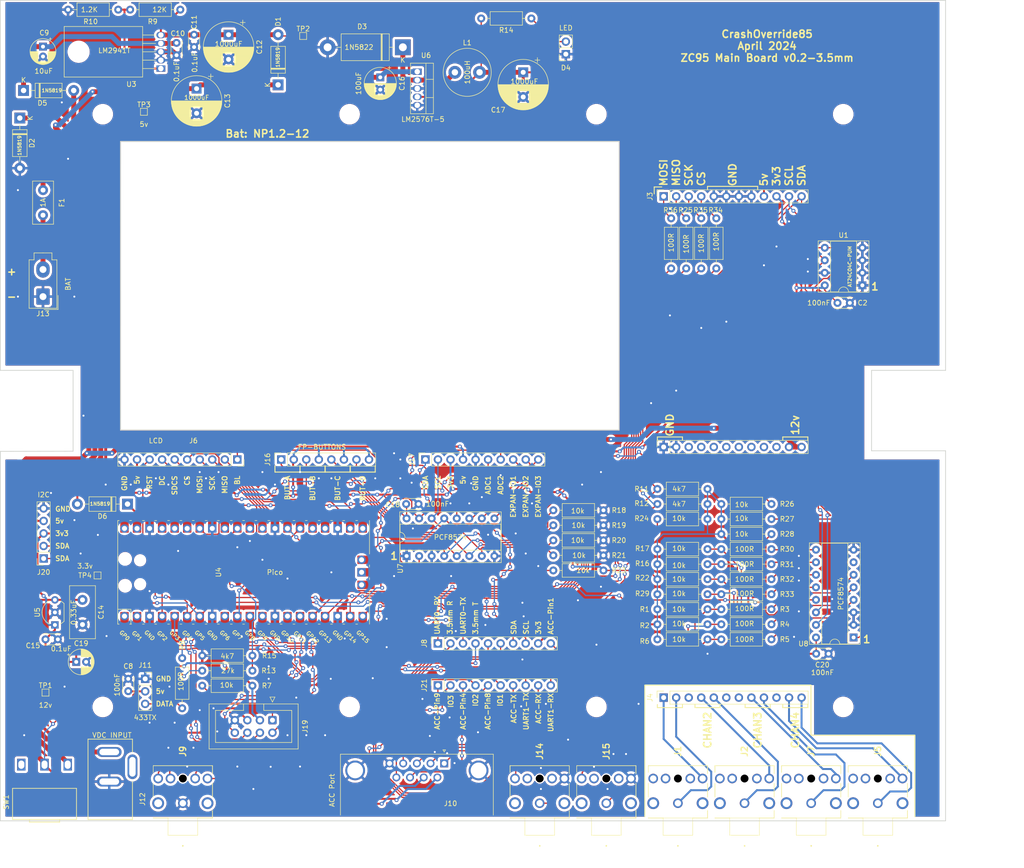
<source format=kicad_pcb>
(kicad_pcb (version 20240108) (generator "pcbnew") (generator_version "8.0")
  (layers (0 "F.Cu" signal) (31 "B.Cu" signal) (34 "B.Paste" user) (35 "F.Paste" user) (36 "B.SilkS" user "B.Silkscreen") (37 "F.SilkS" user "F.Silkscreen") (38 "B.Mask" user) (39 "F.Mask" user) (44 "Edge.Cuts" user))
  (net 0 "")
  (net 1 "3v3")
  (net 2 "GND")
  (net 3 "5v")
  (net 4 "Net-(D5-K)")
  (net 5 "Net-(D1-A)")
  (net 6 "Net-(D1-K)")
  (net 7 "12v")
  (net 8 "Net-(D3-K)")
  (net 9 "Net-(D4-A)")
  (net 10 "Net-(D5-A)")
  (net 11 "Net-(D6-K)")
  (net 12 "Net-(J13-Pin_2)")
  (net 13 "Net-(J4-Pin_2)")
  (net 14 "Net-(J4-Pin_1)")
  (net 15 "SCL")
  (net 16 "SDA")
  (net 17 "LCD-LITE")
  (net 18 "SPI-MISO")
  (net 19 "SPI-SCK")
  (net 20 "SPI-MOSI")
  (net 21 "SPI-CS-LCD")
  (net 22 "SPI-CS-SD")
  (net 23 "SPI-DC")
  (net 24 "LCD-RST")
  (net 25 "Net-(J14-PadR)")
  (net 26 "Net-(J14-PadS)")
  (net 27 "Net-(J15-PadS)")
  (net 28 "Net-(J15-PadR)")
  (net 29 "Net-(J4-Pin_5)")
  (net 30 "Net-(J4-Pin_4)")
  (net 31 "Net-(J4-Pin_9)")
  (net 32 "Net-(J4-Pin_11)")
  (net 35 "ACC-IO-1")
  (net 36 "ACC-IO-2")
  (net 37 "ACC-IO-3")
  (net 38 "LED-DATA")
  (net 39 "433TX")
  (net 41 "BAT-MON")
  (net 42 "Net-(J4-Pin_12)")
  (net 43 "IO-EXP1-INT")
  (net 45 "IO-EXP2-INT")
  (net 46 "Net-(J4-Pin_8)")
  (net 47 "Net-(J8-Pin_5)")
  (net 48 "Net-(J8-Pin_4)")
  (net 49 "Net-(J8-Pin_6)")
  (net 50 "Net-(J8-Pin_2)")
  (net 51 "OUTPUT-MOSI")
  (net 52 "OUTPUT-MISO")
  (net 53 "OUTPUT-SCK")
  (net 54 "OUTPUT-CS")
  (net 55 "Net-(J11-Pin_3)")
  (net 58 "FP_INT1")
  (net 59 "FP_INT2")
  (net 62 "Net-(J16-Pin_5)")
  (net 63 "Net-(J16-Pin_7)")
  (net 64 "MCU-UART1-RX")
  (net 65 "MCU-UART1-TX")
  (net 66 "MCU-UART0-TX")
  (net 67 "MCU-UART0-RX")
  (net 68 "ADC1")
  (net 69 "ADC2")
  (net 70 "Net-(J16-Pin_3)")
  (net 71 "Net-(J16-Pin_1)")
  (net 74 "EXPAN_IO3")
  (net 75 "EXPAN_IO2")
  (net 76 "EXPAN_IO1")
  (net 83 "Net-(U3-ADJ)")
  (net 84 "Net-(U7-A1)")
  (net 85 "Net-(U4-GPIO12)")
  (net 86 "Net-(U8-A0)")
  (net 87 "Net-(U8-P4)")
  (net 88 "Net-(U8-P5)")
  (net 89 "Net-(U8-P6)")
  (net 90 "Net-(U8-P7)")
  (net 91 "Net-(U4-GPIO13)")
  (net 92 "Net-(U4-GPIO14)")
  (net 93 "Net-(U4-GPIO15)")
  (net 103 "ACCP-IO-3")
  (net 104 "ACCP-IO-2")
  (net 105 "ACCP-232-TX")
  (net 106 "ACCP-IO-1")
  (net 107 "ACCP-PIN1")
  (net 108 "ACCP-232-RX")
  (net 109 "Net-(J21-Pin_4)")
  (net 110 "Net-(J21-Pin_6)")
  (net 111 "Net-(J21-Pin_2)")
  (footprint "Fuse:Fuse_Littelfuse_395Series" (layer "F.Cu") (at 24.14 54.61 -90)
    (property "Reference" "F1")
    (property "Value" "1A")
  )
  (footprint "MCU_RaspberryPi_and_Boards:RPi_Pico_SMD_TH" (layer "F.Cu") (at 64.77 132.08 90)
    (property "Reference" "U4")
    (property "Value" "Pico")
  )
  (footprint "Capacitor_THT:C_Disc_D10.5mm_W5.0mm_P5.00mm" (layer "F.Cu") (at 32.131 137.668 -90)
    (property "Reference" "C14")
    (property "Value" "0.33uF")
  )
  (footprint "Capacitor_THT:C_Disc_D3.0mm_W2.0mm_P2.50mm" (layer "F.Cu") (at 183.261 148.59 180)
    (property "Reference" "C20")
    (property "Value" "100nF")
  )
  (footprint "Package_DIP:DIP-16_W7.62mm_Socket" (layer "F.Cu") (at 97.79 128.778 90)
    (property "Reference" "U7")
    (property "Value" "PCF8574")
  )
  (footprint "Connector_PinSocket_2.54mm:PinSocket_1x12_P2.54mm_Vertical" (layer "F.Cu") (at 149.86 157.48 90)
    (property "Reference" "J4")
    (property "Value" "OUTPUT_BOARD_FP" (hide yes))
  )
  (footprint "Connector_PinSocket_2.54mm:PinSocket_1x03_P2.54mm_Vertical" (layer "F.Cu") (at 44.831 153.67)
    (property "Reference" "J11")
    (property "Value" "433TX")
  )
  (footprint "Capacitor_THT:C_Disc_D3.0mm_W2.0mm_P2.50mm" (layer "F.Cu") (at 24.638 145.669)
    (property "Reference" "C15")
    (property "Value" "0.1uF")
  )
  (footprint "TestPoint:TestPoint_Pad_1.0x1.0mm" (layer "F.Cu") (at 35.179 132.715)
    (property "Reference" "TP4")
    (property "Value" "3.3v")
  )
  (footprint "ProjLib:SS-12D06L5" (layer "F.Cu") (at 26.09 175.02 180)
    (property "Reference" "SW1")
    (property "Value" "SW_SPST" (hide yes))
  )
  (footprint "Capacitor_THT:C_Disc_D3.0mm_W2.0mm_P2.50mm" (layer "F.Cu") (at 100.203 118.237 180)
    (property "Reference" "C18")
    (property "Value" "100nF")
  )
  (footprint "TestPoint:TestPoint_Pad_1.0x1.0mm" (layer "F.Cu") (at 24.638 156.464)
    (property "Reference" "TP1")
    (property "Value" "12v")
  )
  (footprint "Connector_Molex:Molex_Mini-Fit_Jr_5566-02A_2x01_P4.20mm_Vertical" (layer "F.Cu") (at 24.13 76.2 180)
    (property "Reference" "J13")
    (property "Value" "BAT")
  )
  (footprint "ProjLib:DC-005-2.5A-2.0" (layer "F.Cu") (at 44.45 170.4 -90)
    (property "Reference" "J12")
    (property "Value" "VDC INPUT")
  )
  (footprint "Capacitor_THT:C_Disc_D3.0mm_W2.0mm_P2.50mm" (layer "F.Cu") (at 187.579 77.47 180)
    (property "Reference" "C2")
    (property "Value" "100nF")
  )
  (footprint "Diode_THT:D_DO-201AD_P15.24mm_Horizontal" (layer "F.Cu") (at 97.028 25.654 180)
    (property "Reference" "D3")
    (property "Value" "1N5822")
  )
  (footprint "Capacitor_THT:CP_Radial_D10.0mm_P5.00mm" (layer "F.Cu") (at 121.412 30.734 -90)
    (property "Reference" "C17")
    (property "Value" "1000uF")
  )
  (footprint "TestPoint:TestPoint_Pad_1.0x1.0mm" (layer "F.Cu") (at 44.577 38.735)
    (property "Reference" "TP3")
    (property "Value" "5v")
  )
  (footprint "Package_TO_SOT_THT:TO-220-5_Vertical" (layer "F.Cu") (at 99.949 30.607 -90)
    (property "Reference" "U6")
    (property "Value" "LM2576T-5")
  )
  (footprint "Connector_PinSocket_2.54mm:PinSocket_1x08_P2.54mm_Vertical" (layer "F.Cu") (at 72.39 109.22 90)
    (property "Reference" "J16")
    (property "Value" "FP-BUTTONS")
  )
  (footprint "Diode_THT:D_DO-41_SOD81_P10.16mm_Horizontal" (layer "F.Cu") (at 19.431 40.005 -90)
    (property "Reference" "D2")
    (property "Value" "1N5819")
  )
  (footprint "Capacitor_THT:C_Disc_D3.0mm_W2.0mm_P2.50mm" (layer "F.Cu") (at 41.402 153.67 -90)
    (property "Reference" "C8")
    (property "Value" "100nF")
  )
  (footprint "Connector_Dsub:DSUB-9_Female_Horizontal_P2.77x2.84mm_EdgePinOffset7.70mm_Housed_MountingHolesOffset9.12mm" (layer "F.Cu") (at 105.41 170.815)
    (property "Reference" "J10")
    (property "Value" "ACC Port")
  )
  (footprint "MountingHole:MountingHole_3.7mm" (layer "F.Cu") (at 36.24 159.37)
    (property "Reference" "REF**" (hide yes))
    (property "Value" "MountingHole_3.7mm" (hide yes))
  )
  (footprint "MountingHole:MountingHole_3.7mm" (layer "F.Cu") (at 86.24 159.37)
    (property "Reference" "REF**" (hide yes))
    (property "Value" "MountingHole_3.7mm" (hide yes))
  )
  (footprint "MountingHole:MountingHole_3.7mm" (layer "F.Cu") (at 136.24 159.37)
    (property "Reference" "REF**" (hide yes))
    (property "Value" "MountingHole_3.7mm" (hide yes))
  )
  (footprint "MountingHole:MountingHole_3.7mm" (layer "F.Cu") (at 186.24 159.37)
    (property "Reference" "REF**" (hide yes))
    (property "Value" "MountingHole_3.7mm" (hide yes))
  )
  (footprint "MountingHole:MountingHole_3.7mm" (layer "F.Cu") (at 186.24 39.23)
    (property "Reference" "REF**" (hide yes))
    (property "Value" "MountingHole_3.7mm" (hide yes))
  )
  (footprint "MountingHole:MountingHole_3.7mm" (layer "F.Cu") (at 86.24 39.23)
    (property "Reference" "REF**" (hide yes))
    (property "Value" "MountingHole_3.7mm" (hide yes))
  )
  (footprint "MountingHole:MountingHole_3.7mm" (layer "F.Cu") (at 136.24 39.23)
    (property "Reference" "REF**" (hide yes))
    (property "Value" "MountingHole_3.7mm" (hide yes))
  )
  (footprint "MountingHole:MountingHole_3.7mm" (layer "F.Cu") (at 36.24 39.23)
    (property "Reference" "REF**" (hide yes))
    (property "Value" "MountingHole_3.7mm" (hide yes))
  )
  (footprint "Package_DIP:DIP-16_W7.62mm_Socket" (layer "F.Cu") (at 188.341 145.288 180)
    (property "Reference" "U8")
    (property "Value" "PCF8574")
  )
  (footprint "Connector_PinSocket_2.54mm:PinSocket_1x12_P2.54mm_Vertical" (layer "F.Cu") (at 149.86 55.88 90)
    (property "Reference" "J3")
    (property "Value" "OUTPUT_BOARD_IO" (hide yes))
  )
  (footprint "Connector_PinSocket_2.54mm:PinSocket_1x12_P2.54mm_Vertical" (layer "F.Cu") (at 149.86 106.68 90)
    (property "Reference" "J18" (hide yes))
    (property "Value" "OUTPUT_BOARD_POWER" (hide yes))
  )
  (footprint "Resistor_THT:R_Axial_DIN0207_L6.3mm_D2.5mm_P10.16mm_Horizontal" (layer "F.Cu") (at 151.384 60.325 -90)
    (property "Reference" "R36")
    (property "Value" "100R")
  )
  (footprint "Resistor_THT:R_Axial_DIN0207_L6.3mm_D2.5mm_P10.16mm_Horizontal" (layer "F.Cu") (at 157.48 60.325 -90)
    (property "Reference" "R35")
    (property "Value" "100R")
  )
  (footprint "Connector_PinSocket_2.54mm:PinSocket_1x02_P2.54mm_Vertical" (layer "F.Cu") (at 130.048 27.051 180)
    (property "Reference" "D4")
    (property "Value" "LED")
  )
  (footprint "Connector_PinSocket_2.54mm:PinSocket_1x10_P2.54mm_Vertical" (layer "F.Cu") (at 101.6 109.22 90)
    (property "Reference" "J17")
    (property "Value" "EXPAN2" (hide yes))
  )
  (footprint "Connector_PinSocket_2.54mm:PinSocket_1x10_P2.54mm_Vertical" (layer "F.Cu") (at 63.5 109.22 -90)
    (property "Reference" "J6")
    (property "Value" "LCD")
  )
  (footprint "Inductor_THT:L_Radial_D9.5mm_P5.00mm_Fastron_07HVP" (layer "F.Cu") (at 107.569 30.734)
    (property "Reference" "L1")
    (property "Value" "100uH")
  )
  (footprint "TestPoint:TestPoint_Pad_1.0x1.0mm" (layer "F.Cu") (at 76.835 23.368)
    (property "Reference" "TP2")
    (property "Value" "14v")
  )
  (footprint "Resistor_THT:R_Axial_DIN0207_L6.3mm_D2.5mm_P10.16mm_Horizontal" (layer "F.Cu") (at 39.37 18.034 180)
    (property "Reference" "R10")
    (property "Value" "1.2K")
  )
  (footprint "Resistor_THT:R_Axial_DIN0207_L6.3mm_D2.5mm_P10.16mm_Horizontal" (layer "F.Cu") (at 51.943 18.034 180)
    (property "Reference" "R9")
    (property "Value" "12K")
  )
  (footprint "Capacitor_THT:CP_Radial_D5.0mm_P2.00mm" (layer "F.Cu") (at 24.13 25.527 -90)
    (property "Reference" "C9")
    (property "Value" "10uF")
  )
  (footprint "Diode_THT:D_DO-41_SOD81_P10.16mm_Horizontal" (layer "F.Cu") (at 20.193 34.417)
    (property "Reference" "D5")
    (property "Value" "1N5819")
  )
  (footprint "Capacitor_THT:C_Disc_D3.0mm_W2.0mm_P2.50mm" (layer "F.Cu") (at 51.181 24.765 -90)
    (property "Reference" "C10")
    (property "Value" "0.1uF")
  )
  (footprint "Capacitor_THT:CP_Radial_D10.0mm_P5.00mm" (layer "F.Cu") (at 61.722 23.114 -90)
    (property "Reference" "C12")
    (property "Value" "1000uF")
  )
  (footprint "Capacitor_THT:C_Disc_D3.0mm_W2.0mm_P2.50mm" (layer "F.Cu") (at 54.737 23.114 -90)
    (property "Reference" "C11")
    (property "Value" "0.1uF")
  )
  (footprint "Package_TO_SOT_THT:TO-220-5_Horizontal_TabDown" (layer "F.Cu") (at 48.006 29.972 90)
    (property "Reference" "U3")
    (property "Value" "LM2941T")
  )
  (footprint "Diode_THT:D_DO-41_SOD81_P10.16mm_Horizontal" (layer "F.Cu") (at 71.755 33.274 90)
    (property "Reference" "D1")
    (property "Value" "1N5819")
  )
  (footprint "Capacitor_THT:CP_Radial_D10.0mm_P5.00mm" (layer "F.Cu") (at 55.245 34.036 -90)
    (property "Reference" "C13")
    (property "Value" "1000uF")
  )
  (footprint "Resistor_THT:R_Axial_DIN0207_L6.3mm_D2.5mm_P10.16mm_Horizontal" (layer "F.Cu") (at 160.528 60.325 -90)
    (property "Reference" "R34")
    (property "Value" "100R")
  )
  (footprint "Package_DIP:DIP-8_W7.62mm_Socket" (layer "F.Cu") (at 190.119 73.914 180)
    (property "Reference" "U1")
    (property "Value" "AT24C04C-PUM")
  )
  (footprint "Resistor_THT:R_Axial_DIN0207_L6.3mm_D2.5mm_P10.16mm_Horizontal" (layer "F.Cu") (at 148.59 127.381)
    (property "Reference" "R17")
    (property "Value" "10k")
  )
  (footprint "Resistor_THT:R_Axial_DIN0207_L6.3mm_D2.5mm_P10.16mm_Horizontal" (layer "F.Cu") (at 161.544 133.477)
    (property "Reference" "R32")
    (property "Value" "100R")
  )
  (footprint "Resistor_THT:R_Axial_DIN0207_L6.3mm_D2.5mm_P10.16mm_Horizontal" (layer "F.Cu") (at 161.544 127.381)
    (property "Reference" "R30")
    (property "Value" "100R")
  )
  (footprint "Resistor_THT:R_Axial_DIN0207_L6.3mm_D2.5mm_P10.16mm_Horizontal" (layer "F.Cu") (at 161.544 136.525)
    (property "Reference" "R33")
    (property "Value" "100R")
  )
  (footprint "Resistor_THT:R_Axial_DIN0207_L6.3mm_D2.5mm_P10.16mm_Horizontal" (layer "F.Cu") (at 171.704 139.573 180)
    (property "Reference" "R3")
    (property "Value" "100R")
  )
  (footprint "Resistor_THT:R_Axial_DIN0207_L6.3mm_D2.5mm_P10.16mm_Horizontal" (layer "F.Cu") (at 171.704 145.669 180)
    (property "Reference" "R5")
    (property "Value" "100R")
  )
  (footprint "Resistor_THT:R_Axial_DIN0207_L6.3mm_D2.5mm_P10.16mm_Horizontal" (layer "F.Cu") (at 161.544 130.429)
    (property "Reference" "R31")
    (property "Value" "100R")
  )
  (footprint "Resistor_THT:R_Axial_DIN0207_L6.3mm_D2.5mm_P10.16mm_Horizontal" (layer "F.Cu") (at 171.704 142.621 180)
    (property "Reference" "R4")
    (property "Value" "100R")
  )
  (footprint "Connector_PinSocket_2.54mm:PinSocket_1x05_P2.54mm_Vertical" (layer "F.Cu") (at 24.257 129.286 180)
    (property "Reference" "J20")
    (property "Value" "I2C")
  )
  (footprint "Capacitor_THT:CP_Radial_D6.3mm_P2.50mm" (layer "F.Cu") (at 92.456 31.75 -90)
    (property "Reference" "C16")
    (property "Value" "100uF")
  )
  (footprint "Capacitor_THT:CP_Radial_D5.0mm_P2.00mm" (layer "F.Cu") (at 30.861 150.241)
    (property "Reference" "C19")
    (property "Value" "10uF")
  )
  (footprint "Connector_PinSocket_2.54mm:PinSocket_1x10_P2.54mm_Vertical" (layer "F.Cu") (at 104.13 146.5 90)
    (property "Reference" "J8")
    (property "Value" "EXPAN1")
  )
  (footprint "Connector_IDC:IDC-Header_2x04_P2.54mm_Vertical" (layer "F.Cu") (at 70.612 162.052 -90)
    (property "Reference" "J19")
    (property "Value" "FrontPanel")
  )
  (footprint "Resistor_THT:R_Axial_DIN0207_L6.3mm_D2.5mm_P10.16mm_Horizontal" (layer "F.Cu") (at 148.59 139.573)
    (property "Reference" "R1")
    (property "Value" "10k")
  )
  (footprint "Resistor_THT:R_Axial_DIN0207_L6.3mm_D2.5mm_P10.16mm_Horizontal" (layer "F.Cu") (at 148.59 142.621)
    (property "Reference" "R2")
    (property "Value" "10k")
  )
  (footprint "Resistor_THT:R_Axial_DIN0207_L6.3mm_D2.5mm_P10.16mm_Horizontal" (layer "F.Cu") (at 148.59 145.669)
    (property "Reference" "R6")
    (property "Value" "10k")
  )
  (footprint "Resistor_THT:R_Axial_DIN0207_L6.3mm_D2.5mm_P10.16mm_Horizontal" (layer "F.Cu") (at 66.548 155.067 180)
    (property "Reference" "R7")
    (property "Value" "10k")
  )
  (footprint "Resistor_THT:R_Axial_DIN0207_L6.3mm_D2.5mm_P10.16mm_Horizontal" (layer "F.Cu") (at 52.324 159.639 90)
    (property "Reference" "R8")
    (property "Value" "100R")
  )
  (footprint "Resistor_THT:R_Axial_DIN0207_L6.3mm_D2.5mm_P10.16mm_Horizontal" (layer "F.Cu") (at 158.75 115.189 180)
    (property "Reference" "R11")
    (property "Value" "4k7")
  )
  (footprint "Resistor_THT:R_Axial_DIN0207_L6.3mm_D2.5mm_P10.16mm_Horizontal" (layer "F.Cu") (at 158.75 118.237 180)
    (property "Reference" "R12")
    (property "Value" "4k7")
  )
  (footprint "Resistor_THT:R_Axial_DIN0207_L6.3mm_D2.5mm_P10.16mm_Horizontal" (layer "F.Cu") (at 56.388 152.019)
    (property "Reference" "R13")
    (property "Value" "27k")
  )
  (footprint "Resistor_THT:R_Axial_DIN0207_L6.3mm_D2.5mm_P10.16mm_Horizontal" (layer "F.Cu") (at 123.063 19.812 180)
    (property "Reference" "R14")
    (property "Value" "470R")
  )
  (footprint "Resistor_THT:R_Axial_DIN0207_L6.3mm_D2.5mm_P10.16mm_Horizontal" (layer "F.Cu") (at 66.548 148.971 180)
    (property "Reference" "R15")
    (property "Value" "4k7")
  )
  (footprint "Resistor_THT:R_Axial_DIN0207_L6.3mm_D2.5mm_P10.16mm_Horizontal" (layer "F.Cu") (at 148.59 130.429)
    (property "Reference" "R16")
    (property "Value" "10k")
  )
  (footprint "Resistor_THT:R_Axial_DIN0207_L6.3mm_D2.5mm_P10.16mm_Horizontal" (layer "F.Cu") (at 137.668 119.507 180)
    (property "Reference" "R18")
    (property "Value" "10k")
  )
  (footprint "Resistor_THT:R_Axial_DIN0207_L6.3mm_D2.5mm_P10.16mm_Horizontal" (layer "F.Cu") (at 137.668 122.555 180)
    (property "Reference" "R19")
    (property "Value" "10k")
  )
  (footprint "Resistor_THT:R_Axial_DIN0207_L6.3mm_D2.5mm_P10.16mm_Horizontal" (layer "F.Cu") (at 137.668 125.603 180)
    (property "Reference" "R20")
    (property "Value" "10k")
  )
  (footprint "Resistor_THT:R_Axial_DIN0207_L6.3mm_D2.5mm_P10.16mm_Horizontal" (layer "F.Cu") (at 137.668 128.651 180)
    (property "Reference" "R21")
    (property "Value" "10k")
  )
  (footprint "Resistor_THT:R_Axial_DIN0207_L6.3mm_D2.5mm_P10.16mm_Horizontal" (layer "F.Cu") (at 148.59 133.477)
    (property "Reference" "R22")
    (property "Value" "10k")
  )
  (footprint "Resistor_THT:R_Axial_DIN0207_L6.3mm_D2.5mm_P10.16mm_Horizontal" (layer "F.Cu") (at 127.508 131.699)
    (property "Reference" "R23")
    (property "Value" "10k")
  )
  (footprint "Resistor_THT:R_Axial_DIN0207_L6.3mm_D2.5mm_P10.16mm_Horizontal" (layer "F.Cu") (at 158.75 121.285 180)
    (property "Reference" "R24")
    (property "Value" "10k")
  )
  (footprint "Resistor_THT:R_Axial_DIN0207_L6.3mm_D2.5mm_P10.16mm_Horizontal" (layer "F.Cu") (at 154.432 60.325 -90)
    (property "Reference" "R25")
    (property "Value" "100R")
  )
  (footprint "Resistor_THT:R_Axial_DIN0207_L6.3mm_D2.5mm_P10.16mm_Horizontal" (layer "F.Cu") (at 171.704 118.237 180)
    (property "Reference" "R26")
    (property "Value" "10k")
  )
  (footprint "Resistor_THT:R_Axial_DIN0207_L6.3mm_D2.5mm_P10.16mm_Horizontal" (layer "F.Cu") (at 171.704 121.285 180)
    (property "Reference" "R27")
    (property "Value" "10k")
  )
  (footprint "Resistor_THT:R_Axial_DIN0207_L6.3mm_D2.5mm_P10.16mm_Horizontal" (layer "F.Cu") (at 171.704 124.333 180)
    (property "Reference" "R28")
    (property "Value" "10k")
  )
  (footprint "Resistor_THT:R_Axial_DIN0207_L6.3mm_D2.5mm_P10.16mm_Horizontal" (layer "F.Cu") (at 148.59 136.525)
    (property "Reference" "R29")
    (property "Value" "10k")
  )
  (footprint "Package_TO_SOT_THT:TO-92_Inline_Wide" (layer "F.Cu") (at 26.543 142.748 90)
    (property "Reference" "U5")
    (property "Value" "L78L33ACZTR" (hide yes))
  )
  (footprint "ProjLib:STX31005N" (layer "F.Cu") (at 124.750364 178.88 90)
    (property "Reference" "J14")
    (property "Value" "TRG1")
  )
  (footprint "ProjLib:STX31005N" (layer "F.Cu") (at 52.46 178.88 90)
    (property "Reference" "J9")
    (property "Value" "Aux")
  )
  (footprint "Diode_THT:D_DO-41_SOD81_P10.16mm_Horizontal" (layer "F.Cu") (at 41.25 118.25 180)
    (property "Reference" "D6")
    (property "Value" "1N5819")
  )
  (footprint "ProjLib:STX31005N" (layer "F.Cu") (at 152.75 178.88 90)
    (property "Reference" "J1")
    (property "Value" "CHAN1")
  )
  (footprint "ProjLib:STX31005N" (layer "F.Cu") (at 138.25 178.88 90)
    (property "Reference" "J15")
    (property "Value" "TRG2")
  )
  (footprint "ProjLib:STX31005N" (layer "F.Cu") (at 166.25 178.88 90)
    (property "Reference" "J2")
    (property "Value" "CHAN2")
  )
  (footprint "ProjLib:STX31005N" (layer "F.Cu") (at 193.25 178.88 90)
    (property "Reference" "J5")
    (property "Value" "CHAN4")
  )
  (footprint "Connector_PinSocket_2.54mm:PinSocket_1x10_P2.54mm_Vertical" (layer "F.Cu") (at 104.13 155 90)
    (property "Reference" "J21")
    (property "Value" "EXPAN3")
  )
  (footprint "ProjLib:STX31005N" (layer "F.Cu") (at 179.75 178.88 90)
    (property "Reference" "J7")
    (property "Value" "CHAN3")
  )
  (gr_line (start 153.67 105.283) (end 153.67 104.648) (stroke (width 0.2)) (layer "F.SilkS"))
  (gr_line (start 148.59 105.283) (end 148.59 104.648) (stroke (width 0.2)) (layer "F.SilkS"))
  (gr_line (start 179.07 105.283) (end 179.07 104.648) (stroke (width 0.2)) (layer "F.SilkS"))
  (gr_line (start 173.99 104.648) (end 179.07 104.648) (stroke (width 0.2)) (layer "F.SilkS"))
  (gr_line (start 173.99 105.283) (end 173.99 104.648) (stroke (width 0.2)) (layer "F.SilkS"))
  (gr_line (start 173.99 158.877) (end 173.99 159.512) (stroke (width 0.2)) (layer "F.SilkS"))
  (gr_line (start 179.07 159.512) (end 173.99 159.512) (stroke (width 0.2)) (layer "F.SilkS"))
  (gr_line (start 179.07 158.877) (end 179.07 159.512) (stroke (width 0.2)) (layer "F.SilkS"))
  (gr_line (start 171.45 159.512) (end 166.37 159.512) (stroke (width 0.2)) (layer "F.SilkS"))
  (gr_line (start 171.45 158.877) (end 171.45 159.512) (stroke (width 0.2)) (layer "F.SilkS"))
  (gr_line (start 166.37 158.877) (end 166.37 159.512) (stroke (width 0.2)) (layer "F.SilkS"))
  (gr_line (start 161.29 159.512) (end 156.21 159.512) (stroke (width 0.2)) (layer "F.SilkS"))
  (gr_line (start 156.21 158.877) (end 156.21 159.512) (stroke (width 0.2)) (layer "F.SilkS"))
  (gr_line (start 161.29 158.877) (end 161.29 159.512) (stroke (width 0.2)) (layer "F.SilkS"))
  (gr_line (start 153.67 158.877) (end 153.67 159.512) (stroke (width 0.2)) (layer "F.SilkS"))
  (gr_line (start 153.67 159.512) (end 148.59 159.512) (stroke (width 0.2)) (layer "F.SilkS"))
  (gr_line (start 148.59 158.877) (end 148.59 159.512) (stroke (width 0.2)) (layer "F.SilkS"))
  (gr_line (start 76.2 111.76) (end 76.2 110.49) (stroke (width 0.2)) (layer "F.SilkS"))
  (gr_line (start 200.75 165.1) (end 200.75 181.61) (stroke (width 0.2)) (layer "F.SilkS"))
  (gr_line (start 179.705 154.94) (end 179.705 165.1) (stroke (width 0.2)) (layer "F.SilkS"))
  (gr_line (start 81.28 110.49) (end 81.28 111.76) (stroke (width 0.2)) (layer "F.SilkS"))
  (gr_line (start 147.955 53.975) (end 149.479 53.975) (stroke (width 0.2)) (layer "F.SilkS"))
  (gr_line (start 168.91 53.848) (end 168.91 54.483) (stroke (width 0.2)) (layer "F.SilkS"))
  (gr_line (start 91.44 111.76) (end 91.44 110.49) (stroke (width 0.2)) (layer "F.SilkS"))
  (gr_line (start 146.05 154.94) (end 146.05 181.61) (stroke (width 0.2)) (layer "F.SilkS"))
  (gr_line (start 86.36 111.76) (end 86.36 110.49) (stroke (width 0.2)) (layer "F.SilkS"))
  (gr_line (start 146.05 154.94) (end 168.91 154.94) (stroke (width 0.2)) (layer "F.SilkS"))
  (gr_line (start 81.28 111.76) (end 81.28 110.49) (stroke (width 0.2)) (layer "F.SilkS"))
  (gr_line (start 76.2 110.49) (end 76.2 111.76) (stroke (width 0.2)) (layer "F.SilkS"))
  (gr_line (start 158.75 53.848) (end 168.91 53.848) (stroke (width 0.2)) (layer "F.SilkS"))
  (gr_line (start 168.91 154.94) (end 179.705 154.94) (stroke (width 0.2)) (layer "F.SilkS"))
  (gr_line (start 179.705 165.1) (end 200.75 165.1) (stroke (width 0.2)) (layer "F.SilkS"))
  (gr_line (start 86.36 111.76) (end 91.44 111.76) (stroke (width 0.2)) (layer "F.SilkS"))
  (gr_line (start 148.59 104.648) (end 153.67 104.648) (stroke (width 0.2)) (layer "F.SilkS"))
  (gr_line (start 158.75 54.483) (end 158.75 53.848) (stroke (width 0.2)) (layer "F.SilkS"))
  (gr_line (start 81.28 111.76) (end 86.36 111.76) (stroke (width 0.2)) (layer "F.SilkS"))
  (gr_line (start 147.955 55.372) (end 147.955 53.975) (stroke (width 0.2)) (layer "F.SilkS"))
  (gr_line (start 76.2 111.76) (end 81.28 111.76) (stroke (width 0.2)) (layer "F.SilkS"))
  (gr_line (start 71.12 111.76) (end 76.2 111.76) (stroke (width 0.2)) (layer "F.SilkS"))
  (gr_line (start 71.12 110.49) (end 71.12 111.76) (stroke (width 0.2)) (layer "F.SilkS"))
  (gr_line (start 86.36 110.49) (end 86.36 111.76) (stroke (width 0.2)) (layer "F.SilkS"))
  (gr_line (start 39.849 44.753) (end 39.839 103.243) (stroke (width 0.2)) (layer "Edge.Cuts"))
  (gr_line (start 39.849 44.753) (end 140.849 44.753) (stroke (width 0.2)) (layer "Edge.Cuts"))
  (gr_line (start 15.500364 16.150548) (end 206.983141 16.153779) (stroke (width 0.15)) (layer "Edge.Cuts"))
  (gr_line (start 206.983141 16.153779) (end 206.983141 91.153779) (stroke (width 0.15)) (layer "Edge.Cuts"))
  (gr_line (start 206.983141 107.453779) (end 191.983141 107.453779) (stroke (width 0.15)) (layer "Edge.Cuts"))
  (gr_line (start 206.983141 107.453779) (end 206.983141 182.443779) (stroke (width 0.15)) (layer "Edge.Cuts"))
  (gr_line (start 191.983141 107.453779) (end 191.983141 91.153779) (stroke (width 0.15)) (layer "Edge.Cuts"))
  (gr_line (start 206.983141 91.153779) (end 191.983141 91.153779) (stroke (width 0.15)) (layer "Edge.Cuts"))
  (gr_line (start 39.839 103.243) (end 140.839 103.243) (stroke (width 0.2)) (layer "Edge.Cuts"))
  (gr_line (start 140.849 44.75) (end 140.839 103.243) (stroke (width 0.2)) (layer "Edge.Cuts"))
  (gr_line (start 15.500364 182.450548) (end 206.980364 182.450548) (stroke (width 0.15)) (layer "Edge.Cuts"))
  (gr_line (start 15.5 91.15) (end 30.232 91.15) (stroke (width 0.15)) (layer "Edge.Cuts"))
  (gr_line (start 15.5 91.15) (end 15.5 16.16) (stroke (width 0.15)) (layer "Edge.Cuts"))
  (gr_line (start 15.494364 107.569548) (end 30.232 107.533) (stroke (width 0.15)) (layer "Edge.Cuts"))
  (gr_line (start 30.232 91.15) (end 30.232 107.533) (stroke (width 0.15)) (layer "Edge.Cuts"))
  (gr_line (start 15.500364 182.450548) (end 15.494364 107.569548) (stroke (width 0.15)) (layer "Edge.Cuts"))
  (gr_text "+" (at 17.78 71.12 0) (layer "F.SilkS") (effects (font (size 1.5 1.5) (thickness 0.3))))
  (gr_text "Bat: NP1.2-12" (at 69.596 43.18 0) (layer "F.SilkS") (effects (font (size 1.5 1.5) (thickness 0.3))))
  (gr_text "MISO" (at 152.4 51.054 90) (layer "F.SilkS") (effects (font (size 1.5 1.5) (thickness 0.3))))
  (gr_text "SCK" (at 154.94 51.554 90) (layer "F.SilkS") (effects (font (size 1.5 1.5) (thickness 0.3))))
  (gr_text "CS" (at 157.48 52.304 90) (layer "F.SilkS") (effects (font (size 1.5 1.5) (thickness 0.3))))
  (gr_text "GND" (at 163.83 51.482571 90) (layer "F.SilkS") (effects (font (size 1.5 1.5) (thickness 0.3))))
  (gr_text "5v" (at 170.18 52.482571 90) (layer "F.SilkS") (effects (font (size 1.5 1.5) (thickness 0.3))))
  (gr_text "3v3" (at 172.72 51.768285 90) (layer "F.SilkS") (effects (font (size 1.5 1.5) (thickness 0.3))))
  (gr_text "SCL" (at 175.26 51.696857 90) (layer "F.SilkS") (effects (font (size 1.5 1.5) (thickness 0.3))))
  (gr_text "SDA" (at 177.8 51.661142 90) (layer "F.SilkS") (effects (font (size 1.5 1.5) (thickness 0.3))))
  (gr_text "GND" (at 151.13 102.235 90) (layer "F.SilkS") (effects (font (size 1.5 1.5) (thickness 0.3))))
  (gr_text "12v" (at 176.53 102.235 90) (layer "F.SilkS") (effects (font (size 1.5 1.5) (thickness 0.3))))
  (gr_text "CHAN4" (at 176.53 164.084 90) (layer "F.SilkS") (effects (font (size 1.5 1.5) (thickness 0.3))))
  (gr_text "CHAN3" (at 168.91 164.084 90) (layer "F.SilkS") (effects (font (size 1.5 1.5) (thickness 0.3))))
  (gr_text "CHAN2" (at 158.75 164.084 90) (layer "F.SilkS") (effects (font (size 1.5 1.5) (thickness 0.3))))
  (gr_text "5v" (at 109.22 113.363572 90) (layer "F.SilkS") (effects (font (size 1 1) (thickness 0.2))))
  (gr_text "SCL" (at 104.14 113.887382 90) (layer "F.SilkS") (effects (font (size 1 1) (thickness 0.2))))
  (gr_text "3v3" (at 106.68 113.839763 90) (layer "F.SilkS") (effects (font (size 1 1) (thickness 0.2))))
  (gr_text "SDA" (at 101.6 113.911191 90) (layer "F.SilkS") (effects (font (size 1 1) (thickness 0.2))))
  (gr_text "GND" (at 111.76 114.030239 90) (layer "F.SilkS") (effects (font (size 1 1) (thickness 0.2))))
  (gr_text "ADC1" (at 114.3 114.411191 90) (layer "F.SilkS") (effects (font (size 1 1) (thickness 0.2))))
  (gr_text "ADC2" (at 116.84 114.411191 90) (layer "F.SilkS") (effects (font (size 1 1) (thickness 0.2))))
  (gr_text "EXPAN-IO1" (at 119.38 116.744524 90) (layer "F.SilkS") (effects (font (size 1 1) (thickness 0.2))))
  (gr_text "EXPAN-IO2" (at 121.92 116.744524 90) (layer "F.SilkS") (effects (font (size 1 1) (thickness 0.2))))
  (gr_text "EXPAN-IO3" (at 124.46 116.744524 90) (layer "F.SilkS") (effects (font (size 1 1) (thickness 0.2))))
  (gr_text "UART0-RX" (at 104 140.75 90) (layer "F.SilkS") (effects (font (size 1 1) (thickness 0.2))))
  (gr_text "3.5mm R" (at 106.583 141.250001 90) (layer "F.SilkS") (effects (font (size 1 1) (thickness 0.2))))
  (gr_text "UART0-TX" (at 109.25 140.869048 90) (layer "F.SilkS") (effects (font (size 1 1) (thickness 0.2))))
  (gr_text "3.5mm T" (at 111.75 141.369048 90) (layer "F.SilkS") (effects (font (size 1 1) (thickness 0.2))))
  (gr_text "SDA" (at 28.04719 126.746 0) (layer "F.SilkS") (effects (font (size 1 1) (thickness 0.2))))
  (gr_text "SDA" (at 28.04719 129.286 0) (layer "F.SilkS") (effects (font (size 1 1) (thickness 0.2))))
  (gr_text "3v3" (at 27.975761 124.206 0) (layer "F.SilkS") (effects (font (size 1 1) (thickness 0.2))))
  (gr_text "5v" (at 27.499571 121.666 0) (layer "F.SilkS") (effects (font (size 1 1) (thickness 0.2))))
  (gr_text "GND" (at 28.166237 119.253 0) (layer "F.SilkS") (effects (font (size 1 1) (thickness 0.2))))
  (gr_text "1" (at 191.008 145.669 0) (layer "F.SilkS") (effects (font (size 1.5 1.5) (thickness 0.3))))
  (gr_text "1" (at 192.659 74.168 0) (layer "F.SilkS") (effects (font (size 1.5 1.5) (thickness 0.3))))
  (gr_text "5v" (at 43.18 113.363572 90) (layer "F.SilkS") (effects (font (size 1 1) (thickness 0.2))))
  (gr_text "BL" (at 63.5 113.411191 90) (layer "F.SilkS") (effects (font (size 1 1) (thickness 0.2))))
  (gr_text "SCK" (at 58.42 113.98262 90) (layer "F.SilkS") (effects (font (size 1 1) (thickness 0.2))))
  (gr_text "GND" (at 40.64 114.030239 90) (layer "F.SilkS") (effects (font (size 1 1) (thickness 0.2))))
  (gr_text "SDCS" (at 50.8 114.45881 90) (layer "F.SilkS") (effects (font (size 1 1) (thickness 0.2))))
  (gr_text "DC" (at 48.26 113.506429 90) (layer "F.SilkS") (effects (font (size 1 1) (thickness 0.2))))
  (gr_text "MOSI" (at 55.88 114.315953 90) (layer "F.SilkS") (effects (font (size 1 1) (thickness 0.2))))
  (gr_text "MISO" (at 60.96 114.315953 90) (layer "F.SilkS") (effects (font (size 1 1) (thickness 0.2))))
  (gr_text "RST" (at 45.72 113.863572 90) (layer "F.SilkS") (effects (font (size 1 1) (thickness 0.2))))
  (gr_text "CS" (at 53.34 113.48262 90) (layer "F.SilkS") (effects (font (size 1 1) (thickness 0.2))))
  (gr_text "BUT-A" (at 73.66 114.95881 90) (layer "F.SilkS") (effects (font (size 1 1) (thickness 0.2))))
  (gr_text "BUT-B" (at 78.74 115.030239 90) (layer "F.SilkS") (effects (font (size 1 1) (thickness 0.2))))
  (gr_text "BUT-C" (at 83.82 115.030239 90) (layer "F.SilkS") (effects (font (size 1 1) (thickness 0.2))))
  (gr_text "BUT-D" (at 88.9 115.030239 90) (layer "F.SilkS") (effects (font (size 1 1) (thickness 0.2))))
  (gr_text "ACC-Pin1" (at 127 140.940477 90) (layer "F.SilkS") (effects (font (size 1 1) (thickness 0.2))))
  (gr_text "ACC-Pin4" (at 109.25 160.25 90) (layer "F.SilkS") (effects (font (size 1 1) (thickness 0.2))))
  (gr_text "IO2" (at 111.75 158 90) (layer "F.SilkS") (effects (font (size 1 1) (thickness 0.2))))
  (gr_text "5v" (at 47.879 156.21 0) (layer "F.SilkS") (effects (font (size 1 1) (thickness 0.2))))
  (gr_text "-" (at 17.78 76.2 0) (layer "F.SilkS") (effects (font (size 1.5 1.5) (thickness 0.3))))
  (gr_text "GND" (at 48.545666 153.67 0) (layer "F.SilkS") (effects (font (size 1 1) (thickness 0.2))))
  (gr_text "DATA" (at 48.759952 158.75 0) (layer "F.SilkS") (effects (font (size 1 1) (thickness 0.2))))
  (gr_text "UART1-RX" (at 127 160.5 90) (layer "F.SilkS") (effects (font (size 1 1) (thickness 0.2))))
  (gr_text "SDA" (at 119.5 143.25 90) (layer "F.SilkS") (effects (font (size 1 1) (thickness 0.2))))
  (gr_text "IO1" (at 116.75 158 90) (layer "F.SilkS") (effects (font (size 1 1) (thickness 0.2))))
  (gr_text "ACC-Pin9" (at 104 160.25 90) (layer "F.SilkS") (effects (font (size 1 1) (thickness 0.2))))
  (gr_text "ACC-Pin8" (at 114.25 160.25 90) (layer "F.SilkS") (effects (font (size 1 1) (thickness 0.2))))
  (gr_text "1" (at 95.25 128.778 0) (layer "F.SilkS") (effects (font (size 1.5 1.5) (thickness 0.3))))
  (gr_text "UART1-TX" (at 122 160.25 90) (layer "F.SilkS") (effects (font (size 1 1) (thickness 0.2))))
  (gr_text "CrashOverride85\nApril 2024\nZC95 Main Board v0.2-3.5mm" (at 170.815 25.4 0) (layer "F.SilkS") (effects (font (size 1.5 1.5) (thickness 0.3))))
  (gr_text "3v3" (at 124.5 143.321429 90) (layer "F.SilkS") (effects (font (size 1 1) (thickness 0.2))))
  (gr_text "ACC-TX" (at 119.5 159.75 90) (layer "F.SilkS") (effects (font (size 1 1) (thickness 0.2))))
  (gr_text "ACC-RX" (at 124.5 159.75 90) (layer "F.SilkS") (effects (font (size 1 1) (thickness 0.2))))
  (gr_text "IO3" (at 106.75 158.25 90) (layer "F.SilkS") (effects (font (size 1 1) (thickness 0.2))))
  (gr_text "SCL" (at 122 143.27381 90) (layer "F.SilkS") (effects (font (size 1 1) (thickness 0.2))))
  (gr_text "MOSI" (at 149.86 51.054 90) (layer "F.SilkS") (effects (font (size 1.5 1.5) (thickness 0.3))))
  (segment (start 140.404315 107.569) (end 140.97 107.569) (width 0.4) (layer "F.Cu") (net 1))
  (segment (start 45.080001 115.951) (end 62.865 115.951) (width 0.4) (layer "F.Cu") (net 1))
  (segment (start 92.964 116.332) (end 92.386703 116.332) (width 0.25) (layer "F.Cu") (net 1))
  (segment (start 128.329 142.621) (end 148.59 142.621) (width 0.4) (layer "F.Cu") (net 1))
  (segment (start 97.79 121.158) (end 97.79 118.324) (width 0.25) (layer "F.Cu") (net 1))
  (segment (start 107.188 115.189) (end 118.618 115.189) (width 0.4) (layer "F.Cu") (net 1))
  (segment (start 176.784 74.422) (end 176.784 75.521642) (width 0.4) (layer "F.Cu") (net 1))
  (segment (start 62.865 115.951) (end 63.373 116.459) (width 0.4) (layer "F.Cu") (net 1))
  (segment (start 180.761 148.59) (end 168.656 148.59) (width 0.4) (layer "F.Cu") (net 1))
  (segment (start 167.005 129.794) (end 161.544 124.333) (width 0.4) (layer "F.Cu") (net 1))
  (segment (start 145.940117 106.365525) (end 145.540118 106.765524) (width 0.4) (layer "F.Cu") (net 1))
  (segment (start 136.642694 107.569) (end 140.404315 107.569) (width 0.4) (layer "F.Cu") (net 1))
  (segment (start 176.784 75.521642) (end 145.940117 106.365525) (width 0.4) (layer "F.Cu") (net 1))
  (segment (start 74.237315 116.585989) (end 74.803 116.585989) (width 0.4) (layer "F.Cu") (net 1))
  (segment (start 182.499 74.89) (end 182.499 73.914) (width 0.25) (layer "F.Cu") (net 1))
  (segment (start 97.79 118.324) (end 97.703 118.237) (width 0.25) (layer "F.Cu") (net 1))
  (segment (start 29.21 150.241) (end 28.829 149.86) (width 0.4) (layer "F.Cu") (net 1))
  (segment (start 26.162 149.86) (end 24.638 148.336) (width 0.4) (layer "F.Cu") (net 1))
  (segment (start 69.272685 115.316) (end 70.542674 116.585989) (width 0.4) (layer "F.Cu") (net 1))
  (segment (start 92.837 116.332) (end 91.821018 116.332) (width 0.4) (layer "F.Cu") (net 1))
  (segment (start 39.299 115.951) (end 43.630001 115.951) (width 0.4) (layer "F.Cu") (net 1))
  (segment (start 23.114 133.604) (end 23.006999 133.604) (width 0.25) (layer "F.Cu") (net 1))
  (segment (start 176.784 74.422) (end 176.784 63.881) (width 0.4) (layer "F.Cu") (net 1))
  (segment (start 137.668 131.699) (end 146.812 131.699) (width 0.25) (layer "F.Cu") (net 1))
  (segment (start 24.638 148.336) (end 24.638 145.669) (width 0.4) (layer "F.Cu") (net 1))
  (segment (start 118.618 115.189) (end 119.38 114.427) (width 0.4) (layer "F.Cu") (net 1))
  (segment (start 65.405 153.924) (end 66.548 155.067) (width 0.4) (layer "F.Cu") (net 1))
  (segment (start 30.861 150.241) (end 30.861001 148.5) (width 0.4) (layer "F.Cu") (net 1))
  (segment (start 61.341 152.183998) (end 61.341 153.924) (width 0.4) (layer "F.Cu") (net 1))
  (segment (start 68.707 115.316) (end 69.272685 115.316) (width 0.4) (layer "F.Cu") (net 1))
  (segment (start 24.257 124.206) (end 31.044 124.206) (width 0.4) (layer "F.Cu") (net 1))
  (segment (start 167.005 146.939) (end 167.005 129.794) (width 0.4) (layer "F.Cu") (net 1))
  (segment (start 185.079 77.47) (end 182.499 74.89) (width 0.25) (layer "F.Cu") (net 1))
  (segment (start 97.79 121.158) (end 92.964 116.332) (width 0.25) (layer "F.Cu") (net 1))
  (segment (start 176.784 63.881) (end 173.863 60.96) (width 0.4) (layer "F.Cu") (net 1))
  (segment (start 43.503001 116.078) (end 43.630001 115.951) (width 0.4) (layer "F.Cu") (net 1))
  (segment (start 23.006999 125.456001) (end 23.006999 133.604) (width 0.4) (layer "F.Cu") (net 1))
  (segment (start 180.761 148.59) (end 180.761 145.328) (width 0.25) (layer "F.Cu") (net 1))
  (segment (start 122.432653 115.320653) (end 122.931347 115.819347) (width 0.4) (layer "F.Cu") (net 1))
  (segment (start 129.735153 116.527153) (end 131.445 118.237) (width 0.4) (layer "F.Cu") (net 1))
  (segment (start 75.056989 116.332) (end 74.803 116.585989) (width 0.4) (layer "F.Cu") (net 1))
  (segment (start 30.861001 148.5) (end 48.551 148.5) (width 0.4) (layer "F.Cu") (net 1))
  (segment (start 23.006999 135.617999) (end 24.257 136.868) (width 0.4) (layer "F.Cu") (net 1))
  (segment (start 74.803 109.347) (end 74.93 109.22) (width 0.4) (layer "F.Cu") (net 1))
  (segment (start 86.741 116.332) (end 75.056989 116.332) (width 0.4) (layer "F.Cu") (net 1))
  (segment (start 51.181 151.13) (end 52.705 151.13) (width 0.4) (layer "F.Cu") (net 1))
  (segment (start 145.540118 106.765524) (end 145.541014 106.76642) (width 0.4) (layer "F.Cu") (net 1))
  (segment (start 48.551 148.5) (end 51.181 151.13) (width 0.4) (layer "F.Cu") (net 1))
  (segment (start 128.392347 115.819347) (end 136.642694 107.569) (width 0.4) (layer "F.Cu") (net 1))
  (segment (start 24.257 124.206) (end 24.257 123.743) (width 0.4) (layer "F.Cu") (net 1))
  (segment (start 24.257 124.206) (end 23.006999 125.456001) (width 0.4) (layer "F.Cu") (net 1))
  (segment (start 61.341 153.924) (end 65.405 153.924) (width 0.4) (layer "F.Cu") (net 1))
  (segment (start 30.861 150.241) (end 29.21 150.241) (width 0.4) (layer "F.Cu") (net 1))
  (segment (start 61.359999 152.164999) (end 61.341 152.183998) (width 0.4) (layer "F.Cu") (net 1))
  (segment (start 146.812 131.699) (end 148.59 133.477) (width 0.25) (layer "F.Cu") (net 1))
  (segment (start 23.006999 133.604) (end 23.006999 135.617999) (width 0.4) (layer "F.Cu") (net 1))
  (segment (start 35.179 132.715) (end 24.003 132.715) (width 0.25) (layer "F.Cu") (net 1))
  (segment (start 105.918 116.332) (end 92.837 116.332) (width 0.4) (layer "F.Cu") (net 1))
  (segment (start 168.656 148.59) (end 167.005 146.939) (width 0.4) (layer "F.Cu") (net 1))
  (segment (start 26.543 143.764) (end 24.638 145.669) (width 0.4) (layer "F.Cu") (net 1))
  (segment (start 124.45 146.5) (end 128.329 142.621) (width 0.4) (layer "F.Cu") (net 1))
  (segment (start 26.543 142.748) (end 26.543 143.764) (width 0.4) (layer "F.Cu") (net 1))
  (segment (start 86.741 116.332) (end 86.995 116.332) (width 0.4) (layer "F.Cu") (net 1))
  (segment (start 131.445 118.237) (end 131.445 130.937) (width 0.4) (layer "F.Cu") (net 1))
  (segment (start 60.96 151.003) (end 61.359999 151.402999) (width 0.4) (layer "F.Cu") (net 1))
  (segment (start 92.386703 116.332) (end 91.821018 116.332) (width 0.25) (layer "F.Cu") (net 1))
  (segment (start 31.044 124.206) (end 39.299 115.951) (width 0.4) (layer "F.Cu") (net 1))
  (segment (start 61.359999 151.402999) (end 61.359999 152.164999) (width 0.4) (layer "F.Cu") (net 1))
  (segment (start 122.931347 115.819347) (end 128.392347 115.819347) (width 0.4) (layer "F.Cu") (net 1))
  (segment (start 24.003 132.715) (end 23.114 133.604) (width 0.25) (layer "F.Cu") (net 1))
  (segment (start 28.829 149.86) (end 26.162 149.86) (width 0.4) (layer "F.Cu") (net 1))
  (segment (start 74.803 114.845) (end 74.803 109.347) (width 0.4) (layer "F.Cu") (net 1))
  (segment (start 180.761 145.328) (end 180.721 145.288) (width 0.25) (layer "F.Cu") (net 1))
  (segment (start 70.542674 116.585989) (end 74.237315 116.585989) (width 0.4) (layer "F.Cu") (net 1))
  (via (at 45.080001 115.951) (size 0.8) (drill 0.4) (layers "F.Cu" "B.Cu") (net 1))
  (via (at 129.735153 116.527153) (size 0.8) (drill 0.4) (layers "F.Cu" "B.Cu") (net 1))
  (via (at 74.803 116.585989) (size 0.8) (drill 0.4) (layers "F.Cu" "B.Cu") (net 1))
  (via (at 122.432653 115.320653) (size 0.8) (drill 0.4) (layers "F.Cu" "B.Cu") (net 1))
  (via (at 24.257 136.868) (size 0.8) (drill 0.4) (layers "F.Cu" "B.Cu") (net 1))
  (via (at 86.995 116.332) (size 0.8) (drill 0.4) (layers "F.Cu" "B.Cu") (net 1))
  (via (at 107.188 115.189) (size 0.8) (drill 0.4) (layers "F.Cu" "B.Cu") (net 1))
  (via (at 52.705 151.13) (size 0.8) (drill 0.4) (layers "F.Cu" "B.Cu") (net 1))
  (via (at 145.541014 106.76642) (size 0.8) (drill 0.4) (layers "F.Cu" "B.Cu") (net 1))
  (via (at 74.803 114.845) (size 0.8) (drill 0.4) (layers "F.Cu" "B.Cu") (net 1))
  (via (at 131.445 130.937) (size 0.8) (drill 0.4) (layers "F.Cu" "B.Cu") (net 1))
  (via (at 43.630001 115.951) (size 0.8) (drill 0.4) (layers "F.Cu" "B.Cu") (net 1))
  (via (at 128.392347 115.819347) (size 0.8) (drill 0.4) (layers "F.Cu" "B.Cu") (net 1))
  (via (at 60.96 151.003) (size 0.8) (drill 0.4) (layers "F.Cu" "B.Cu") (net 1))
  (via (at 105.918 116.332) (size 0.8) (drill 0.4) (layers "F.Cu" "B.Cu") (net 1))
  (via (at 68.707 115.316) (size 0.8) (drill 0.4) (layers "F.Cu" "B.Cu") (net 1))
  (via (at 119.38 114.427) (size 0.8) (drill 0.4) (layers "F.Cu" "B.Cu") (net 1))
  (via (at 91.821018 116.332) (size 0.8) (drill 0.4) (layers "F.Cu" "B.Cu") (net 1))
  (via (at 63.373 116.459) (size 0.8) (drill 0.4) (layers "F.Cu" "B.Cu") (net 1))
  (via (at 173.863 60.96) (size 0.8) (drill 0.4) (layers "F.Cu" "B.Cu") (net 1))
  (via (at 176.784 74.422) (size 0.8) (drill 0.4) (layers "F.Cu" "B.Cu") (net 1))
  (via (at 140.97 107.569) (size 0.8) (drill 0.4) (layers "F.Cu" "B.Cu") (net 1))
  (segment (start 74.803 116.585989) (end 74.803 114.845) (width 0.4) (layer "B.Cu") (net 1))
  (segment (start 158.75 122.41637) (end 158.75 124.333) (width 0.25) (layer "B.Cu") (net 1))
  (segment (start 86.995 116.332) (end 91.821018 116.332) (width 0.4) (layer "B.Cu") (net 1))
  (segment (start 144.975329 106.76642) (end 145.541014 106.76642) (width 0.4) (layer "B.Cu") (net 1))
  (segment (start 158.75 124.333) (end 161.544 124.333) (width 0.25) (layer "B.Cu") (net 1))
  (segment (start 148.59 142.621) (end 148.59 139.573) (width 0.25) (layer "B.Cu") (net 1))
  (segment (start 148.59 132.34563) (end 148.59 130.429) (width 0.25) (layer "B.Cu") (net 1))
  (segment (start 64.516 115.316) (end 68.707 115.316) (width 0.4) (layer "B.Cu") (net 1))
  (segment (start 158.75 120.15363) (end 158.75 118.237) (width 0.25) (layer "B.Cu") (net 1))
  (segment (start 24.765 137.376) (end 24.765 142.12) (width 0.4) (layer "B.Cu") (net 1))
  (segment (start 141.77258 106.76642) (end 144.975329 106.76642) (width 0.4) (layer "B.Cu") (net 1))
  (segment (start 80.01 109.22) (end 80.01 108.017919) (width 0.4) (layer "B.Cu") (net 1))
  (segment (start 90.17 107.696) (end 90.17 109.22) (width 0.4) (layer "B.Cu") (net 1))
  (segment (start 131.445 130.937) (end 136.906 130.937) (width 0.4) (layer "B.Cu") (net 1))
  (segment (start 74.93 108.017919) (end 76.013919 106.934) (width 0.4) (layer "B.Cu") (net 1))
  (segment (start 158.75 118.237) (end 158.75 117.10563) (width 0.25) (layer "B.Cu") (net 1))
  (segment (start 148.59 127.381) (end 148.59 125.476) (width 0.25) (layer "B.Cu") (net 1))
  (segment (start 148.59 135.39363) (end 148.59 133.477) (width 0.25) (layer "B.Cu") (net 1))
  (segment (start 76.013919 106.934) (end 77.343 106.934) (width 0.4) (layer "B.Cu") (net 1))
  (segment (start 148.59 133.477) (end 148.59 132.34563) (width 0.25) (layer "B.Cu") (net 1))
  (segment (start 161.544 120.15363) (end 161.544 118.237) (width 0.25) (layer "B.Cu") (net 1))
  (segment (start 106.68 115.189) (end 107.188 115.189) (width 0.4) (layer "B.Cu") (net 1))
  (segment (start 106.68 115.189) (end 106.68 109.22) (width 0.4) (layer "B.Cu") (net 1))
  (segment (start 119.38 114.427) (end 121.539 114.427) (width 0.4) (layer "B.Cu") (net 1))
  (segment (start 173.863 57.023) (end 172.72 55.88) (width 0.4) (layer "B.Cu") (net 1))
  (segment (start 85.09 106.934) (end 80.01 106.934) (width 0.4) (layer "B.Cu") (net 1))
  (segment (start 158.75 117.10563) (end 158.75 115.189) (width 0.25) (layer "B.Cu") (net 1))
  (segment (start 85.09 108.017919) (end 85.09 106.934) (width 0.4) (layer "B.Cu") (net 1))
  (segment (start 148.59 139.573) (end 148.59 138.44163) (width 0.25) (layer "B.Cu") (net 1))
  (segment (start 66.548 160.528) (end 68.072 162.052) (width 0.4) (layer "B.Cu") (net 1))
  (segment (start 128.392347 115.819347) (end 129.027347 115.819347) (width 0.4) (layer "B.Cu") (net 1))
  (segment (start 148.59 125.476) (end 149.733 124.333) (width 0.25) (layer "B.Cu") (net 1))
  (segment (start 43.630001 115.951) (end 45.080001 115.951) (width 0.4) (layer "B.Cu") (net 1))
  (segment (start 148.59 138.44163) (end 148.59 136.525) (width 0.25) (layer "B.Cu") (net 1))
  (segment (start 80.01 108.017919) (end 80.01 106.934) (width 0.4) (layer "B.Cu") (net 1))
  (segment (start 80.01 106.934) (end 77.343 106.934) (width 0.4) (layer "B.Cu") (net 1))
  (segment (start 121.539 114.427) (end 122.432653 115.320653) (width 0.4) (layer "B.Cu") (net 1))
  (segment (start 63.373 116.459) (end 64.516 115.316) (width 0.4) (layer "B.Cu") (net 1))
  (segment (start 158.75 121.285) (end 158.75 120.15363) (width 0.25) (layer "B.Cu") (net 1))
  (segment (start 105.918 116.332) (end 106.68 115.57) (width 0.4) (layer "B.Cu") (net 1))
  (segment (start 106.68 115.57) (end 106.68 115.189) (width 0.4) (layer "B.Cu") (net 1))
  (segment (start 89.408 106.934) (end 85.09 106.934) (width 0.4) (layer "B.Cu") (net 1))
  (segment (start 161.544 121.285) (end 161.544 120.15363) (width 0.25) (layer "B.Cu") (net 1))
  (segment (start 176.784 74.422) (end 181.991 74.422) (width 0.4) (layer "B.Cu") (net 1))
  (segment (start 161.544 124.333) (end 161.544 121.285) (width 0.25) (layer "B.Cu") (net 1))
  (segment (start 24.765 142.12) (end 25.393 142.748) (width 0.4) (layer "B.Cu") (net 1))
  (segment (start 181.991 74.422) (end 182.499 73.914) (width 0.4) (layer "B.Cu") (net 1))
  (segment (start 129.027347 115.819347) (end 129.735153 116.527153) (width 0.4) (layer "B.Cu") (net 1))
  (segment (start 85.09 109.22) (end 85.09 108.017919) (width 0.4) (layer "B.Cu") (net 1))
  (segment (start 158.75 121.285) (end 158.75 122.41637) (width 0.25) (layer "B.Cu") (net 1))
  (segment (start 136.906 130.937) (end 137.668 131.699) (width 0.4) (layer "B.Cu") (net 1))
  (segment (start 148.59 145.669) (end 148.59 142.621) (width 0.25) (layer "B.Cu") (net 1))
  (segment (start 66.548 155.067) (end 66.548 160.528) (width 0.4) (layer "B.Cu") (net 1))
  (segment (start 148.59 136.525) (end 148.59 135.39363) (width 0.25) (layer "B.Cu") (net 1))
  (segment (start 74.93 109.22) (end 74.93 108.017919) (width 0.4) (layer "B.Cu") (net 1))
  (segment (start 148.59 128.51237) (end 148.59 130.429) (width 0.25) (layer "B.Cu") (net 1))
  (segment (start 74.93 116.458989) (end 74.803 116.585989) (width 0.4) (layer "B.Cu") (net 1))
  (segment (start 24.257 136.868) (end 24.765 137.376) (width 0.4) (layer "B.Cu") (net 1))
  (segment (start 148.59 127.381) (end 148.59 128.51237) (width 0.25) (layer "B.Cu") (net 1))
  (segment (start 60.452 150.495) (end 60.96 151.003) (width 0.4) (layer "B.Cu") (net 1))
  (segment (start 173.863 60.96) (end 173.863 57.023) (width 0.4) (layer "B.Cu") (net 1))
  (segment (start 89.408 106.934) (end 90.17 107.696) (width 0.4) (layer "B.Cu") (net 1))
  (segment (start 149.733 124.333) (end 158.75 124.333) (width 0.25) (layer "B.Cu") (net 1))
  (segment (start 53.34 150.495) (end 60.452 150.495) (width 0.4) (layer "B.Cu") (net 1))
  (segment (start 52.705 151.13) (end 53.34 150.495) (width 0.4) (layer "B.Cu") (net 1))
  (segment (start 158.75 115.443) (end 158.75 115.189) (width 0.25) (layer "B.Cu") (net 1))
  (segment (start 161.544 118.237) (end 158.75 115.443) (width 0.25) (layer "B.Cu") (net 1))
  (segment (start 25.393 142.748) (end 26.543 142.748) (width 0.4) (layer "B.Cu") (net 1))
  (segment (start 140.97 107.569) (end 141.77258 106.76642) (width 0.4) (layer "B.Cu") (net 1))
  (segment (start 50.488 26.572) (end 51.181 27.265) (width 1) (layer "F.Cu") (net 2))
  (segment (start 48.006 26.572) (end 50.488 26.572) (width 1) (layer "F.Cu") (net 2))
  (segment (start 27.352 141.017) (end 26.543 140.208) (width 0.4) (layer "F.Cu") (net 2))
  (segment (start 187.579 77.47) (end 190.119 74.93) (width 0.25) (layer "F.Cu") (net 2))
  (segment (start 30.48 141.017) (end 27.352 141.017) (width 0.4) (layer "F.Cu") (net 2))
  (segment (start 190.119 74.93) (end 190.119 73.914) (width 0.25) (layer "F.Cu") (net 2))
  (segment (start 32.131 142.668) (end 30.48 141.017) (width 0.4) (layer "F.Cu") (net 2))
  (via (at 142.24 168.91) (size 0.8) (drill 0.4) (layers "F.Cu" "B.Cu") (net 2))
  (via (at 80.01 113.03) (size 0.8) (drill 0.4) (layers "F.Cu" "B.Cu") (net 2))
  (via (at 73.66 133.35) (size 0.8) (drill 0.4) (layers "F.Cu" "B.Cu") (net 2))
  (via (at 51.5 127.75) (size 0.8) (drill 0.4) (layers "F.Cu" "B.Cu") (net 2))
  (via (at 66.04 125.73) (size 0.8) (drill 0.4) (layers "F.Cu" "B.Cu") (net 2))
  (via (at 53.34 171.45) (size 0.8) (drill 0.4) (layers "F.Cu" "B.Cu") (net 2))
  (via (at 125 171.75) (size 0.8) (drill 0.4) (layers "F.Cu" "B.Cu") (net 2))
  (via (at 73.66 165.1) (size 0.8) (drill 0.4) (layers "F.Cu" "B.Cu") (net 2))
  (via (at 49.75 155.25) (size 0.8) (drill 0.4) (layers "F.Cu" "B.Cu") (net 2))
  (via (at 46.99 113.03) (size 0.8) (drill 0.4) (layers "F.Cu" "B.Cu") (net 2))
  (via (at 112.25 164.5) (size 0.8) (drill 0.4) (layers "F.Cu" "B.Cu") (net 2))
  (via (at 99.06 123.19) (size 0.8) (drill 0.4) (layers "F.Cu" "B.Cu") (net 2))
  (via (at 179.07 71.12) (size 0.8) (drill 0.4) (layers "F.Cu" "B.Cu") (net 2))
  (via (at 81.28 165.1) (size 0.8) (drill 0.4) (layers "F.Cu" "B.Cu") (net 2))
  (via (at 179.07 68.58) (size 0.8) (drill 0.4) (layers "F.Cu" "B.Cu") (net 2))
  (via (at 57.15 113.03) (size 0.8) (drill 0.4) (layers "F.Cu" "B.Cu") (net 2))
  (via (at 177.25 131.25) (size 0.8) (drill 0.4) (layers "F.Cu" "B.Cu") (net 2))
  (via (at 53.34 113.03) (size 0.8) (drill 0.4) (layers "F.Cu" "B.Cu") (net 2))
  (via (at 30.5 121.5) (size 0.8) (drill 0.4) (layers "F.Cu" "B.Cu") (net 2))
  (via (at 69.85 151.13) (size 0.8) (drill 0.4) (layers "F.Cu" "B.Cu") (net 2))
  (via (at 123.19 118.11) (size 0.8) (drill 0.4) (layers "F.Cu" "B.Cu") (net 2))
  (via (at 71.12 114.3) (size 0.8) (drill 0.4) (layers "F.Cu" "B.Cu") (net 2))
  (via (at 29.21 48.26) (size 0.8) (drill 0.4) (layers "F.Cu" "B.Cu") (net 2))
  (via (at 50.8 162.56) (size 0.8) (drill 0.4) (layers "F.Cu" "B.Cu") (net 2))
  (via (at 162.56 81.28) (size 0.8) (drill 0.4) (layers "F.Cu" "B.Cu") (net 2))
  (via (at 184 137.5) (size 0.8) (drill 0.4) (layers "F.Cu" "B.Cu") (net 2))
  (via (at 107.5 170.75) (size 0.8) (drill 0.4) (layers "F.Cu" "B.Cu") (net 2))
  (via (at 126 158.75) (size 0.8) (drill 0.4) (layers "F.Cu" "B.Cu") (net 2))
  (via (at 76.2 111.76) (size 0.8) (drill 0.4) (layers "F.Cu" "B.Cu") (net 2))
  (via (at 147.32 97.79) (size 0.8) (drill 0.4) (layers "F.Cu" "B.Cu") (net 2))
  (via (at 91.44 113.03) (size 0.8) (drill 0.4) (layers "F.Cu" "B.Cu") (net 2))
  (via (at 106.5 161.5) (size 0.8) (drill 0.4) (layers "F.Cu" "B.Cu") (net 2))
  (via (at 37 145) (size 0.8) (drill 0.4) (layers "F.Cu" "B.Cu") (net 2))
  (via (at 27.94 36.83) (size 0.8) (drill 0.4) (layers "F.Cu" "B.Cu") (net 2))
  (via (at 133.35 114.3) (size 0.8) (drill 0.4) (layers "F.Cu" "B.Cu") (net 2))
  (via (at 177.25 133.75) (size 0.8) (drill 0.4) (layers "F.Cu" "B.Cu") (net 2))
  (via (at 157.48 58.42) (size 0.8) (drill 0.4) (layers "F.Cu" "B.Cu") (net 2))
  (via (at 144.78 158.75) (size 0.8) (drill 0.4) (layers "F.Cu" "B.Cu") (net 2))
  (via (at 76.2 171.45) (size 0.8) (drill 0.4) (layers "F.Cu" "B.Cu") (net 2))
  (via (at 82.423 153.67) (size 0.8) (drill 0.4) (layers "F.Cu" "B.Cu") (net 2))
  (via (at 102.5 165.25) (size 0.8) (drill 0.4) (layers "F.Cu" "B.Cu") (net 2))
  (via (at 176.276 145.161) (size 0.8) (drill 0.4) (layers "F.Cu" "B.Cu") (net 2))
  (via (at 25.75 116) (size 0.8) (drill 0.4) (layers "F.Cu" "B.Cu") (net 2))
  (via (at 121.25 149.75) (size 0.8) (drill 0.4) (layers "F.Cu" "B.Cu") (net 2))
  (via (at 19.05 76.2) (size 0.8) (drill 0.4) (layers "F.Cu" "B.Cu") (net 2))
  (via (at 96.52 109.22) (size 0.8) (drill 0.4) (layers "F.Cu" "B.Cu") (net 2))
  (via (at 121.25 138.25) (size 0.8) (drill 0.4) (layers "F.Cu" "B.Cu") (net 2))
  (via (at 49.53 114.3) (size 0.8) (drill 0.4) (layers "F.Cu" "B.Cu") (net 2))
  (via (at 103.5 168.5) (size 0.8) (drill 0.4) (layers "F.Cu" "B.Cu") (net 2))
  (via (at 82.55 113.03) (size 0.8) (drill 0.4) (layers "F.Cu" "B.Cu") (net 2))
  (via (at 113.75 142.75) (size 0.8) (drill 0.4) (layers "F.Cu" "B.Cu") (net 2))
  (via (at 119.38 119.38) (size 0.8) (drill 0.4) (layers "F.Cu" "B.Cu") (net 2))
  (via (at 45.72 162.56) (size 0.8) (drill 0.4) (layers "F.Cu" "B.Cu") (net 2))
  (via (at 41.91 114.3) (size 0.8) (drill 0.4) (layers "F.Cu" "B.Cu") (net 2))
  (via (at 90.932 153.543) (size 0.8) (drill 0.4) (layers "F.Cu" "B.Cu") (net 2))
  (via (at 139.7 168.91) (size 0.8) (drill 0.4) (layers "F.Cu" "B.Cu") (net 2))
  (via (at 158.75 148.59) (size 0.8) (drill 0.4) (layers "F.Cu" "B.Cu") (net 2))
  (via (at 68.58 129.54) (size 0.8) (drill 0.4) (layers "F.Cu" "B.Cu") (net 2))
  (via (at 151.13 80.01) (size 0.8) (drill 0.4) (layers "F.Cu" "B.Cu") (net 2))
  (via (at 68.58 111.76) (size 0.8) (drill 0.4) (layers "F.Cu" "B.Cu") (net 2))
  (via (at 49.53 167.64) (size 0.8) (drill 0.4) (layers "F.Cu" "B.Cu") (net 2))
  (via (at 35.25 124.5) (size 0.8) (drill 0.4) (layers "F.Cu" "B.Cu") (net 2))
  (via (at 110.871 114.046) (size 0.8) (drill 0.4) (layers "F.Cu" "B.Cu") (net 2))
  (via (at 121.5 141) (size 0.8) (drill 0.4) (layers "F.Cu" "B.Cu") (net 2))
  (via (at 59.436 164.338) (size 0.8) (drill 0.4) (layers "F.Cu" "B.Cu") (net 2))
  (via (at 184 140) (size 0.8) (drill 0.4) (layers "F.Cu" "B.Cu") (net 2))
  (via (at 95.25 132.842) (size 0.8) (drill 0.4) (layers "F.Cu" "B.Cu") (net 2))
  (via (at 70.25 171.5) (size 0.8) (drill 0.4) (layers "F.Cu" "B.Cu") (net 2))
  (via (at 58.674 159.639) (size 0.8) (drill 0.4) (layers "F.Cu" "B.Cu") (net 2))
  (via (at 125 176) (size 0.8) (drill 0.4) (layers "F.Cu" "B.Cu") (net 2))
  (via (at 66.75 176) (size 0.8) (drill 0.4) (layers "F.Cu" "B.Cu") (net 2))
  (via (at 98.806 113.919) (size 0.8) (drill 0.4) (layers "F.Cu" "B.Cu") (net 2))
  (via (at 31.75 128.27) (size 0.8) (drill 0.4) (layers "F.Cu" "B.Cu") (net 2))
  (via (at 59.69 111.76) (size 0.8) (drill 0.4) (layers "F.Cu" "B.Cu") (net 2))
  (via (at 113.03 116.84) (size 0.8) (drill 0.4) (layers "F.Cu" "B.Cu") (net 2))
  (via (at 93.75 147.25) (size 0.8) (drill 0.4) (layers "F.Cu" "B.Cu") (net 2))
  (via (at 170.18 69.85) (size 0.8) (drill 0.4) (layers "F.Cu" "B.Cu") (net 2))
  (via (at 121.92 128.27) (size 0.8) (drill 0.4) (layers "F.Cu" "B.Cu") (net 2))
  (via (at 136.25 146.75) (size 0.8) (drill 0.4) (layers "F.Cu" "B.Cu") (net 2))
  (via (at 132.5 137.75) (size 0.8) (drill 0.4) (layers "F.Cu" "B.Cu") (net 2))
  (via (at 138.5 176) (size 0.8) (drill 0.4) (layers "F.Cu" "B.Cu") (net 2))
  (via (at 106 168.75) (size 0.8) (drill 0.4) (layers "F.Cu" "B.Cu") (net 2))
  (via (at 30.48 76.2) (size 0.8) (drill 0.4) (layers "F.Cu" "B.Cu") (net 2))
  (via (at 95.25 107.95) (size 0.8) (drill 0.4) (layers "F.Cu" "B.Cu") (net 2))
  (via (at 32.329957 100.33) (size 0.8) (drill 0.4) (layers "F.Cu" "B.Cu") (net 2))
  (via (at 82.55 132.08) (size 0.8) (drill 0.4) (layers "F.Cu" "B.Cu") (net 2))
  (via (at 63.5 171.45) (size 0.8) (drill 0.4) (layers "F.Cu" "B.Cu") (net 2))
  (via (at 116.84 112.395) (size 0.8) (drill 0.4) (layers "F.Cu" "B.Cu") (net 2))
  (via (at 130.5 166) (size 0.8) (drill 0.4) (layers "F.Cu" "B.Cu") (net 2))
  (via (at 93.75 141.5) (size 0.8) (drill 0.4) (layers "F.Cu" "B.Cu") (net 2))
  (via (at 69.85 153.67) (size 0.8) (drill 0.4) (layers "F.Cu" "B.Cu") (net 2))
  (via (at 119.888 124.206) (size 0.8) (drill 0.4) (layers "F.Cu" "B.Cu") (net 2))
  (via (at 19.05 54.61) (size 0.8) (drill 0.4) (layers "F.Cu" "B.Cu") (net 2))
  (via (at 177.25 140) (size 0.8) (drill 0.4) (layers "F.Cu" "B.Cu") (net 2))
  (via (at 114.3 124.46) (size 0.8) (drill 0.4) (layers "F.Cu" "B.Cu") (net 2))
  (via (at 106.807 132.842) (size 0.8) (drill 0.4) (layers "F.Cu" "B.Cu") (net 2))
  (via (at 121 159.25) (size 0.8) (drill 0.4) (layers "F.Cu" "B.Cu") (net 2))
  (via (at 137.16 135) (size 0.8) (drill 0.4) (layers "F.Cu" "B.Cu") (net 2))
  (via (at 20.32 165.1) (size 0.8) (drill 0.4) (layers "F.Cu" "B.Cu") (net 2))
  (via (at 135.75 171.5) (size 0.8) (drill 0.4) (layers "F.Cu" "B.Cu") (net 2))
  (via (at 157.48 82.55) (size 0.8) (drill 0.4) (layers "F.Cu" "B.Cu") (net 2))
  (via (at 77.47 165.1) (size 0.8) (drill 0.4) (layers "F.Cu" "B.Cu") (net 2))
  (via (at 55.88 160.02) (size 0.8) (drill 0.4) (layers "F.Cu" "B.Cu") (net 2))
  (via (at 54.61 167.64) (size 0.8) (drill 0.4) (layers "F.Cu" "B.Cu") (net 2))
  (via (at 151.13 58.42) (size 0.8) (drill 0.4) (layers "F.Cu" "B.Cu") (net 2))
  (via (at 63.5 127) (size 0.8) (drill 0.4) (layers "F.Cu" "B.Cu") (net 2))
  (via (at 177.25 128.75) (size 0.8) (drill 0.4) (layers "F.Cu" "B.Cu") (net 2))
  (via (at 152.4 95.25) (size 0.8) (drill 0.4) (layers "F.Cu" "B.Cu") (net 2))
  (via (at 85.25 145.5) (size 0.8) (drill 0.4) (layers "F.Cu" "B.Cu") (net 2))
  (via (at 124.46 130.81) (size 0.8) (drill 0.4) (layers "F.Cu" "B.Cu") (net 2))
  (via (at 28.5 155.25) (size 0.8) (drill 0.4) (layers "F.Cu" "B.Cu") (net 2))
  (via (at 110.49 118.11) (size 0.8) (drill 0.4) (layers "F.Cu" "B.Cu") (net 2))
  (via (at 107.75 144) (size 0.8) (drill 0.4) (layers "F.Cu" "B.Cu") (net 2))
  (via (at 75.438 157.48) (size 0.8) (drill 0.4) (layers "F.Cu" "B.Cu") (net 2))
  (via (at 153.67 58.42) (size 0.8) (drill 0.4) (layers "F.Cu" "B.Cu") (net 2))
  (via (at 101 157.75) (size 0.8) (drill 0.4) (layers "F.Cu" "B.Cu") (net 2))
  (via (at 45.72 135.89) (size 0.8) (drill 0.4) (layers "F.Cu" "B.Cu") (net 2))
  (via (at 64.389 145.034) (size 0.8) (drill 0.4) (layers "F.Cu" "B.Cu") (net 2))
  (via (at 172.72 66.04) (size 0.8) (drill 0.4) (layers "F.Cu" "B.Cu") (net 2))
  (via (at 96.52 113.03) (size 0.8) (drill 0.4) (layers "F.Cu" "B.Cu") (net 2))
  (via (at 106.68 118.11) (size 0.8) (drill 0.4) (layers "F.Cu" "B.Cu") (net 2))
  (via (at 36.83 114.3) (size 0.8) (drill 0.4) (layers "F.Cu" "B.Cu") (net 2))
  (via (at 137.16 111.76) (size 0.8) (drill 0.4) (layers "F.Cu" "B.Cu") (net 2))
  (via (at 55.88 111.76) (size 0.8) (drill 0.4) (layers "F.Cu" "B.Cu") (net 2))
  (via (at 175.26 60.96) (size 0.8) (drill 0.4) (layers "F.Cu" "B.Cu") (net 2))
  (segment (start 47.752 41.16) (end 47.752 42.545) (width 0.25) (layer "F.Cu") (net 3))
  (segment (start 46.959998 176) (end 45.085 174.125002) (width 0.4) (layer "F.Cu") (net 3))
  (segment (start 42.418 164.592) (end 42.418 156.972) (width 0.4) (layer "F.Cu") (net 3))
  (segment (start 34.18515 112.268) (end 35.306 112.268) (width 0.4) (layer "F.Cu") (net 3))
  (segment (start 21.50703 117.221) (end 21.50703 121.285) (width 0.6) (layer "F.Cu") (net 3))
  (segment (start 170.18 50.292) (end 150.622 30.734) (width 0.4) (layer "F.Cu") (net 3))
  (segment (start 26.543 137.668) (end 32.131 137.668) (width 0.4) (layer "F.Cu") (net 3))
  (segment (start 107.596 35.707) (end 112.569 30.734) (width 0.4) (layer "F.Cu") (net 3))
  (segment (start 22.65003 137.668) (end 21.50703 136.525) (width 0.4) (layer "F.Cu") (net 3))
  (segment (start 23.054919 121.666) (end 22.673919 121.285) (width 0.4) (layer "F.Cu") (net 3))
  (segment (start 31.09 113.12) (end 31 113.03) (width 0.4) (layer "F.Cu") (net 3))
  (segment (start 56.007 164.592) (end 56.007 164.465) (width 0.4) (layer "F.Cu") (net 3))
  (segment (start 112.569 30.734) (end 121.412 30.734) (width 1) (layer "F.Cu") (net 3))
  (segment (start 38.354 42.545) (end 47.752 42.545) (width 0.6) (layer "F.Cu") (net 3))
  (segment (start 116.491 33.655) (end 120.523 33.655) (width 0.6) (layer "F.Cu") (net 3))
  (segment (start 25.25321 164.592) (end 42.418 164.592) (width 0.6) (layer "F.Cu") (net 3))
  (segment (start 63.119 159.639) (end 65.532 162.052) (width 0.4) (layer "F.Cu") (net 3))
  (segment (start 36.83 109.62315) (end 36.83 44.069) (width 0.6) (layer "F.Cu") (net 3))
  (segment (start 24.257 121.666) (end 23.054919 121.666) (width 0.4) (layer "F.Cu") (net 3))
  (segment (start 26.543 137.668) (end 22.65003 137.668) (width 0.4) (layer "F.Cu") (net 3))
  (segment (start 42.418 164.592) (end 56.007 164.592) (width 0.4) (layer "F.Cu") (net 3))
  (segment (start 112.903 30.4) (end 112.569 30.734) (width 0.25) (layer "F.Cu") (net 3))
  (segment (start 21.50703 141.732) (end 21.50703 160.84582) (width 0.6) (layer "F.Cu") (net 3))
  (segment (start 21.50703 121.285) (end 21.50703 136.525) (width 0.6) (layer "F.Cu") (net 3))
  (segment (start 99.949 35.707) (end 107.596 35.707) (width 0.4) (layer "F.Cu") (net 3))
  (segment (start 44.577 38.735) (end 45.327 38.735) (width 0.25) (layer "F.Cu") (net 3))
  (segment (start 95.5 178) (end 61.25 178) (width 0.4) (layer "F.Cu") (net 3))
  (segment (start 36.83 44.069) (end 38.354 42.545) (width 0.6) (layer "F.Cu") (net 3))
  (segment (start 108.019315 106.58999) (end 108.585 106.58999) (width 0.4) (layer "F.Cu") (net 3))
  (segment (start 61.25 178) (end 59.25 176) (width 0.4) (layer "F.Cu") (net 3))
  (segment (start 34.18515 112.268) (end 41.402 112.268) (width 0.4) (layer "F.Cu") (net 3))
  (segment (start 45.327 38.735) (end 47.752 41.16) (width 0.25) (layer "F.Cu") (net 3))
  (segment (start 31.09 118.25) (end 31.09 113.12) (width 0.4) (layer "F.Cu") (net 3))
  (segment (start 60.833 159.639) (end 63.119 159.639) (width 0.4) (layer "F.Cu") (net 3))
  (segment (start 107.601 42.545) (end 116.491 33.655) (width 0.6) (layer "F.Cu") (net 3))
  (segment (start 31 113.03) (end 21.89007 113.03) (width 0.6) (layer "F.Cu") (net 3))
  (segment (start 112.903 19.812) (end 112.903 30.4) (width 0.25) (layer "F.Cu") (net 3))
  (segment (start 150.622 30.734) (end 121.412 30.734) (width 0.4) (layer "F.Cu") (net 3))
  (segment (start 21.50703 113.41304) (end 21.50703 117.221) (width 0.6) (layer "F.Cu") (net 3))
  (segment (start 40.98401 106.58999) (end 108.019315 106.58999) (width 0.4) (layer "F.Cu") (net 3))
  (segment (start 43.815 164.592) (end 42.418 164.592) (width 0.4) (layer "F.Cu") (net 3))
  (segment (start 43.18 110.49) (end 43.18 109.22) (width 0.4) (layer "F.Cu") (net 3))
  (segment (start 21.89007 113.03) (end 21.50703 113.41304) (width 0.6) (layer "F.Cu") (net 3))
  (segment (start 59.25 176) (end 46.959998 176) (width 0.4) (layer "F.Cu") (net 3))
  (segment (start 43.18 156.21) (end 41.442 156.21) (width 0.25) (layer "F.Cu") (net 3))
  (segment (start 33.42315 113.03) (end 31 113.03) (width 0.6) (layer "F.Cu") (net 3))
  (segment (start 121.412 32.766) (end 121.412 30.734) (width 0.6) (layer "F.Cu") (net 3))
  (segment (start 120.523 33.655) (end 121.412 32.766) (width 0.6) (layer "F.Cu") (net 3))
  (segment (start 45.085 174.125002) (end 45.085 165.862) (width 0.4) (layer "F.Cu") (net 3))
  (segment (start 41.442 156.21) (end 41.402 156.17) (width 0.4) (layer "F.Cu") (net 3))
  (segment (start 45.085 165.862) (end 43.815 164.592) (width 0.4) (layer "F.Cu") (net 3))
  (segment (start 95.75 178.25) (end 95.5 178) (width 0.4) (layer "F.Cu") (net 3))
  (segment (start 41.402 112.268) (end 43.18 110.49) (width 0.4) (layer "F.Cu") (net 3))
  (segment (start 35.306 112.268) (end 40.98401 106.58999) (width 0.4) (layer "F.Cu") (net 3))
  (segment (start 22.673919 121.285) (end 21.50703 121.285) (width 0.4) (layer "F.Cu") (net 3))
  (segment (start 34.18515 112.268) (end 36.83 109.62315) (width 0.6) (layer "F.Cu") (net 3))
  (segment (start 44.831 156.21) (end 43.18 156.21) (width 0.25) (layer "F.Cu") (net 3))
  (segment (start 56.007 164.465) (end 60.833 159.639) (width 0.4) (layer "F.Cu") (net 3))
  (segment (start 21.50703 160.84582) (end 25.25321 164.592) (width 0.6) (layer "F.Cu") (net 3))
  (segment (start 34.18515 112.268) (end 33.42315 113.03) (width 0.6) (layer "F.Cu") (net 3))
  (segment (start 44.831 156.21) (end 41.442 156.21) (width 0.4) (layer "F.Cu") (net 3))
  (segment (start 47.752 42.545) (end 107.601 42.545) (width 0.6) (layer "F.Cu") (net 3))
  (segment (start 170.18 55.88) (end 170.18 50.292) (width 0.4) (layer "F.Cu") (net 3))
  (segment (start 21.50703 136.525) (end 21.50703 141.732) (width 0.6) (layer "F.Cu") (net 3))
  (segment (start 42.418 156.972) (end 43.18 156.21) (width 0.4) (layer "F.Cu") (net 3))
  (via (at 95.75 178.25) (size 0.8) (drill 0.4) (layers "F.Cu" "B.Cu") (net 3))
  (via (at 108.585 106.58999) (size 0.8) (drill 0.4) (layers "F.Cu" "B.Cu") (net 3))
  (segment (start 98 176) (end 101.68 176) (width 0.4) (layer "B.Cu") (net 3))
  (segment (start 108.984999 106.989989) (end 108.585 106.58999) (width 0.4) (layer "B.Cu") (net 3))
  (segment (start 109.22 109.22) (end 109.22 107.22499) (width 0.4) (layer "B.Cu") (net 3))
  (segment (start 109.22 107.22499) (end 108.984999 106.989989) (width 0.4) (layer "B.Cu") (net 3))
  (segment (start 101.68 176) (end 104.025 173.655) (width 0.4) (layer "B.Cu") (net 3))
  (segment (start 95.75 178.25) (end 98 176) (width 0.4) (layer "B.Cu") (net 3))
  (segment (start 20.193 27.664) (end 22.33 25.527) (width 1) (layer "F.Cu") (net 4))
  (segment (start 51.074 24.872) (end 51.181 24.765) (width 1) (layer "F.Cu") (net 4))
  (segment (start 20.193 34.417) (end 20.193 27.664) (width 1) (layer "F.Cu") (net 4))
  (segment (start 48.006 24.872) (end 51.074 24.872) (width 1) (layer "F.Cu") (net 4))
  (segment (start 22.33 25.527) (end 24.13 25.527) (width 1) (layer "F.Cu") (net 4))
  (segment (start 48.026 24.892) (end 48.006 24.872) (width 0.4) (layer "F.Cu") (net 4))
  (segment (start 38.1 23.495) (end 39.477 24.872) (width 1) (layer "B.Cu") (net 4))
  (segment (start 27.962 23.495) (end 38.1 23.495) (width 1) (layer "B.Cu") (net 4))
  (segment (start 25.93 25.527) (end 27.962 23.495) (width 1) (layer "B.Cu") (net 4))
  (segment (start 24.13 25.527) (end 25.93 25.527) (width 1) (layer "B.Cu") (net 4))
  (segment (start 39.477 24.872) (end 48.006 24.872) (width 1) (layer "B.Cu") (net 4))
  (segment (start 48.006 23.172) (end 54.679 23.172) (width 1) (layer "F.Cu") (net 5))
  (segment (start 61.722 23.114) (end 63.722 23.114) (width 1) (layer "F.Cu") (net 5))
  (segment (start 63.722 23.114) (end 71.755 23.114) (width 1) (layer "F.Cu") (net 5))
  (segment (start 48.006 23.172) (end 48.006 21.971) (width 0.4) (layer "F.Cu") (net 5))
  (segment (start 48.006 21.971) (end 51.943 18.034) (width 0.4) (layer "F.Cu") (net 5))
  (segment (start 54.737 23.114) (end 61.722 23.114) (width 1) (layer "F.Cu") (net 5))
  (segment (start 54.679 23.172) (end 54.737 23.114) (width 1) (layer "F.Cu") (net 5))
  (segment (start 76.835 23.368) (end 72.009 23.368) (width 0.25) (layer "F.Cu") (net 5))
  (segment (start 72.009 23.368) (end 71.755 23.114) (width 0.25) (layer "F.Cu") (net 5))
  (segment (start 71.755 33.274) (end 56.007 33.274) (width 1) (layer "F.Cu") (net 6))
  (segment (start 48.768 34.036) (end 55.245 34.036) (width 1) (layer "F.Cu") (net 6))
  (segment (start 24.14 35.999) (end 24.14 35.55) (width 1) (layer "F.Cu") (net 6))
  (segment (start 27.559 32.131) (end 46.863 32.131) (width 1) (layer "F.Cu") (net 6))
  (segment (start 56.007 33.274) (end 55.245 34.036) (width 1) (layer "F.Cu") (net 6))
  (segment (start 46.863 32.131) (end 48.768 34.036) (width 1) (layer "F.Cu") (net 6))
  (segment (start 24.14 35.55) (end 27.559 32.131) (width 1) (layer "F.Cu") (net 6))
  (segment (start 27.29 168.87) (end 29.14 170.72) (width 1) (layer "F.Cu") (net 6))
  (segment (start 19.10701 112.38406) (end 19.107009 112.41892) (width 1) (layer "F.Cu") (net 6))
  (segment (start 19.107009 161.83994) (end 26.137069 168.87) (width 1) (layer "F.Cu") (net 6))
  (segment (start 26.137069 168.87) (end 27.29 168.87) (width 1) (layer "F.Cu") (net 6))
  (segment (start 29.14 170.72) (end 29.14 171.07) (width 1) (layer "F.Cu") (net 6))
  (segment (start 29.152989 42.28006) (end 34.629978 47.757048) (width 1) (layer "F.Cu") (net 6))
  (segment (start 24.14 37.396) (end 24.14 35.55) (width 1) (layer "F.Cu") (net 6))
  (segment (start 24.14 37.396) (end 24.361071 37.396) (width 1) (layer "F.Cu") (net 6))
  (segment (start 19.107009 112.41892) (end 19.107009 161.83994) (width 1) (layer "F.Cu") (net 6))
  (segment (start 24.361071 37.396) (end 29.152989 42.187918) (width 1) (layer "F.Cu") (net 6))
  (segment (start 29.152989 42.187918) (end 29.152989 42.28006) (width 1) (layer "F.Cu") (net 6))
  (segment (start 34.629978 108.429032) (end 32.56901 110.49) (width 1) (layer "F.Cu") (net 6))
  (segment (start 19.431 40.005) (end 21.531 40.005) (width 1) (layer "F.Cu") (net 6))
  (segment (start 32.56901 110.49) (end 21.00107 110.49) (width 1) (layer "F.Cu") (net 6))
  (segment (start 34.629978 47.757048) (end 34.629978 108.429032) (width 1) (layer "F.Cu") (net 6))
  (segment (start 24.14 36.947) (end 24.14 35.55) (width 1) (layer "F.Cu") (net 6))
  (segment (start 21.531 40.005) (end 24.14 37.396) (width 1) (layer "F.Cu") (net 6))
  (segment (start 24.14 54.61) (end 24.14 36.947) (width 1) (layer "F.Cu") (net 6))
  (segment (start 21.00107 110.49) (end 19.10701 112.38406) (width 1) (layer "F.Cu") (net 6))
  (segment (start 32.620001 108.349999) (end 33.02 107.95) (width 1) (layer "F.Cu") (net 7))
  (segment (start 176.657 106.68) (end 175.387 106.68) (width 1) (layer "F.Cu") (net 7))
  (segment (start 37.084 151.892) (end 51.435 151.892) (width 0.25) (layer "F.Cu") (net 7))
  (segment (start 26.162 162.814) (end 37.084 151.892) (width 0.25) (layer "F.Cu") (net 7))
  (segment (start 176.657 106.68) (end 172.847 102.87) (width 1) (layer "F.Cu") (net 7))
  (segment (start 26.67 41.402) (end 26.67 41.967685) (width 1) (layer "F.Cu") (net 7))
  (segment (start 30.12 176.75) (end 24.44 171.07) (width 0.4) (layer "F.Cu") (net 7))
  (segment (start 78.509001 36.679999) (end 83.439 31.75) (width 1) (layer "F.Cu") (net 7))
  (segment (start 26.67 41.967685) (end 33.429967 48.727652) (width 1) (layer "F.Cu") (net 7))
  (segment (start 31.877 109.093) (end 32.620001 108.349999) (width 1) (layer "F.Cu") (net 7))
  (segment (start 17.907 164.537) (end 17.907 111.887) (width 1) (layer "F.Cu") (net 7))
  (segment (start 52.305001 152.762001) (end 52.705 153.162) (width 0.25) (layer "F.Cu") (net 7))
  (segment (start 22.24 168.87) (end 17.907 164.537) (width 1) (layer "F.Cu") (net 7))
  (segment (start 34.163 34.671) (end 45.997001 34.671) (width 1) (layer "F.Cu") (net 7))
  (segment (start 160.585685 102.87) (end 160.02 102.87) (width 1) (layer "F.Cu") (net 7))
  (segment (start 33.429967 48.727652) (end 33.429967 107.540033) (width 1) (layer "F.Cu") (net 7))
  (segment (start 24.638 156.464) (end 24.638 161.29) (width 0.25) (layer "F.Cu") (net 7))
  (segment (start 58.56 176.75) (end 30.12 176.75) (width 0.4) (layer "F.Cu") (net 7))
  (segment (start 40.894 105.156) (end 38.499999 107.550001) (width 1) (layer "F.Cu") (net 7))
  (segment (start 172.847 102.87) (end 160.585685 102.87) (width 1) (layer "F.Cu") (net 7))
  (segment (start 60.81 179) (end 58.56 176.75) (width 0.4) (layer "F.Cu") (net 7))
  (segment (start 24.638 161.29) (end 26.162 162.814) (width 0.25) (layer "F.Cu") (net 7))
  (segment (start 33.429967 107.540033) (end 33.419999 107.550001) (width 1) (layer "F.Cu") (net 7))
  (segment (start 51.435 151.892) (end 52.305001 152.762001) (width 0.25) (layer "F.Cu") (net 7))
  (segment (start 92.75 179) (end 60.81 179) (width 0.4) (layer "F.Cu") (net 7))
  (segment (start 24.44 171.07) (end 24.44 170.72) (width 1) (layer "F.Cu") (net 7))
  (segment (start 33.419999 107.550001) (end 33.02 107.95) (width 1) (layer "F.Cu") (net 7))
  (segment (start 45.997001 34.671) (end 48.006 36.679999) (width 1) (layer "F.Cu") (net 7))
  (segment (start 17.907 111.887) (end 20.701 109.093) (width 1) (layer "F.Cu") (net 7))
  (segment (start 48.006 36.679999) (end 78.509001 36.679999) (width 1) (layer "F.Cu") (net 7))
  (segment (start 20.701 109.093) (end 31.877 109.093) (width 1) (layer "F.Cu") (net 7))
  (segment (start 139.192 105.156) (end 40.894 105.156) (width 1) (layer "F.Cu") (net 7))
  (segment (start 24.44 170.72) (end 22.59 168.87) (width 1) (layer "F.Cu") (net 7))
  (segment (start 38.499999 107.550001) (end 38.1 107.95) (width 1) (layer "F.Cu") (net 7))
  (segment (start 22.59 168.87) (end 22.24 168.87) (width 1) (layer "F.Cu") (net 7))
  (segment (start 83.439 31.75) (end 92.456 31.75) (width 1) (layer "F.Cu") (net 7))
  (segment (start 177.927 106.68) (end 176.657 106.68) (width 1) (layer "F.Cu") (net 7))
  (via (at 160.02 102.87) (size 0.8) (drill 0.4) (layers "F.Cu" "B.Cu") (net 7))
  (via (at 92.75 179) (size 0.8) (drill 0.4) (layers "F.Cu" "B.Cu") (net 7))
  (via (at 34.163 34.671) (size 0.8) (drill 0.4) (layers "F.Cu" "B.Cu") (net 7))
  (via (at 26.67 41.402) (size 0.8) (drill 0.4) (layers "F.Cu" "B.Cu") (net 7))
  (via (at 26.162 162.814) (size 0.8) (drill 0.4) (layers "F.Cu" "B.Cu") (net 7))
  (via (at 33.02 107.95) (size 0.8) (drill 0.4) (layers "F.Cu" "B.Cu") (net 7))
  (via (at 52.705 153.162) (size 0.8) (drill 0.4) (layers "F.Cu" "B.Cu") (net 7))
  (via (at 139.192 105.156) (size 0.8) (drill 0.4) (layers "F.Cu" "B.Cu") (net 7))
  (via (at 38.1 107.95) (size 0.8) (drill 0.4) (layers "F.Cu" "B.Cu") (net 7))
  (segment (start 26.67 41.402) (end 27.432 41.402) (width 1) (layer "B.Cu") (net 7))
  (segment (start 27.432 41.402) (end 34.163 34.671) (width 1) (layer "B.Cu") (net 7))
  (segment (start 24.44 171.07) (end 24.44 164.536) (width 0.25) (layer "B.Cu") (net 7))
  (segment (start 24.44 164.536) (end 26.162 162.814) (width 0.25) (layer "B.Cu") (net 7))
  (segment (start 99.523 175.387) (end 101.255 173.655) (width 0.4) (layer "B.Cu") (net 7))
  (segment (start 92.75 179) (end 96.363 175.387) (width 0.4) (layer "B.Cu") (net 7))
  (segment (start 93.599 30.607) (end 99.949 30.607) (width 1) (layer "B.Cu") (net 7))
  (segment (start 53.848 152.019) (end 53.104999 152.762001) (width 0.25) (layer "B.Cu") (net 7))
  (segment (start 139.192 105.156) (end 145.034 105.156) (width 1) (layer "B.Cu") (net 7))
  (segment (start 145.034 105.156) (end 147.32 102.87) (width 1) (layer "B.Cu") (net 7))
  (segment (start 38.1 107.95) (end 33.02 107.95) (width 1) (layer "B.Cu") (net 7))
  (segment (start 96.363 175.387) (end 99.523 175.387) (width 0.4) (layer "B.Cu") (net 7))
  (segment (start 92.456 31.75) (end 93.599 30.607) (width 1) (layer "B.Cu") (net 7))
  (segment (start 159.454315 102.87) (end 160.02 102.87) (width 1) (layer "B.Cu") (net 7))
  (segment (start 53.104999 152.762001) (end 52.705 153.162) (width 0.25) (layer "B.Cu") (net 7))
  (segment (start 56.388 152.019) (end 53.848 152.019) (width 0.25) (layer "B.Cu") (net 7))
  (segment (start 147.32 102.87) (end 159.454315 102.87) (width 1) (layer "B.Cu") (net 7))
  (segment (start 99.949 32.307) (end 105.996 32.307) (width 1) (layer "F.Cu") (net 8))
  (segment (start 97.712 32.307) (end 99.949 32.307) (width 1) (layer "F.Cu") (net 8))
  (segment (start 97.028 31.623) (end 97.712 32.307) (width 1) (layer "F.Cu") (net 8))
  (segment (start 105.996 32.307) (end 107.569 30.734) (width 1) (layer "F.Cu") (net 8))
  (segment (start 97.028 25.654) (end 97.028 31.623) (width 1) (layer "F.Cu") (net 8))
  (segment (start 123.063 19.812) (end 127.762 24.511) (width 0.25) (layer "F.Cu") (net 9))
  (segment (start 127.762 24.511) (end 130.048 24.511) (width 0.25) (layer "F.Cu") (net 9))
  (segment (start 35.829989 47.259989) (end 35.829989 108.926092) (width 1) (layer "F.Cu") (net 10))
  (segment (start 34.05 168.5) (end 37.55 168.5) (width 1) (layer "F.Cu") (net 10))
  (segment (start 24.82614 165.862) (end 31.412 165.862) (width 1) (layer "F.Cu") (net 10))
  (segment (start 20.30702 161.34288) (end 24.82614 165.862) (width 1) (layer "F.Cu") (net 10))
  (segment (start 20.30702 112.91598) (end 20.30702 161.34288) (width 1) (layer "F.Cu") (net 10))
  (segment (start 35.829989 108.926092) (end 33.06607 111.690011) (width 1) (layer "F.Cu") (net 10))
  (segment (start 30.353 34.417) (end 30.353 41.783) (width 1) (layer "F.Cu") (net 10))
  (segment (start 33.06607 111.690011) (end 21.532989 111.690011) (width 1) (layer "F.Cu") (net 10))
  (segment (start 30.353 41.783) (end 35.829989 47.259989) (width 1) (layer "F.Cu") (net 10))
  (segment (start 21.532989 111.690011) (end 20.30702 112.91598) (width 1) (layer "F.Cu") (net 10))
  (segment (start 31.412 165.862) (end 34.05 168.5) (width 1) (layer "F.Cu") (net 10))
  (segment (start 43.18 123.19) (end 43.18 120.18) (width 0.4) (layer "F.Cu") (net 11))
  (segment (start 43.18 120.18) (end 41.25 118.25) (width 0.4) (layer "F.Cu") (net 11))
  (segment (start 24.13 70.7) (end 24.13 59.69) (width 1) (layer "F.Cu") (net 12))
  (segment (start 158.75 176.25) (end 155.38 176.25) (width 0.4) (layer "B.Cu") (net 13))
  (segment (start 152.4 157.48) (end 152.4 165.4) (width 0.4) (layer "B.Cu") (net 13))
  (segment (start 152.4 165.4) (end 159.5 172.5) (width 0.4) (layer "B.Cu") (net 13))
  (segment (start 159.5 175.5) (end 158.75 176.25) (width 0.4) (layer "B.Cu") (net 13))
  (segment (start 159.5 172.5) (end 159.5 175.5) (width 0.4) (layer "B.Cu") (net 13))
  (segment (start 155.38 176.25) (end 152.75 178.88) (width 0.4) (layer "B.Cu") (net 13))
  (segment (start 149.86 165.86) (end 149.86 157.48) (width 0.4) (layer "B.Cu") (net 14))
  (segment (start 157.75 173.75) (end 149.86 165.86) (width 0.4) (layer "B.Cu") (net 14))
  (segment (start 147.790001 119.036999) (end 145.452999 119.036999) (width 0.25) (layer "F.Cu") (net 15))
  (segment (start 145.269001 115.678001) (end 145.669 116.078) (width 0.25) (layer "F.Cu") (net 15))
  (segment (start 78.936315 138.176) (end 79.502 138.176) (width 0.25) (layer "F.Cu") (net 15))
  (segment (start 24.257 129.286) (end 35.036 129.286) (width 0.25) (layer "F.Cu") (net 15))
  (segment (start 35.036 129.286) (end 38 132.25) (width 0.25) (layer "F.Cu") (net 15))
  (segment (start 145.183044 79.352955) (end 145.183044 105.46266) (width 0.25) (layer "F.Cu") (net 15))
  (segment (start 55.118 148.462998) (end 54.864002 148.209) (width 0.25) (layer "F.Cu") (net 15))
  (segment (start 145.452999 119.036999) (end 140.589 123.900998) (width 0.25) (layer "F.Cu") (net 15))
  (segment (start 54.102 146.214) (end 55.88 144.436) (width 0.25) (layer "F.Cu") (net 15))
  (segment (start 120.5 144) (end 121.91 145.41) (width 0.25) (layer "F.Cu") (net 15))
  (segment (start 117.475 132.424) (end 116.295 133.604) (width 0.25) (layer "F.Cu") (net 15))
  (segment (start 116.5 139) (end 105.482701 139) (width 0.25) (layer "F.Cu") (net 15))
  (segment (start 102.87 121.158) (end 104.445011 122.733011) (width 0.25) (layer "F.Cu") (net 15))
  (segment (start 116.295 133.604) (end 115.881685 133.604) (width 0.25) (layer "F.Cu") (net 15))
  (segment (start 143.68567 106.960034) (end 143.68567 114.09467) (width 0.25) (layer "F.Cu") (net 15))
  (segment (start 55.88 140.97) (end 58.674 138.176) (width 0.25) (layer "F.Cu") (net 15))
  (segment (start 140.570001 133.876999) (end 133.338054 133.876999) (width 0.25) (layer "F.Cu") (net 15))
  (segment (start 115.5 140.5) (end 119 144) (width 0.25) (layer "F.Cu") (net 15))
  (segment (start 104.445011 122.733011) (end 114.732011 122.733011) (width 0.25) (layer "F.Cu") (net 15))
  (segment (start 118.75 130.974) (end 118.75 128.5) (width 0.25) (layer "F.Cu") (net 15))
  (segment (start 116.5 139) (end 116.07 139) (width 0.25) (layer "F.Cu") (net 15))
  (segment (start 181.192402 77.433402) (end 181.192402 119.067567) (width 0.25) (layer "F.Cu") (net 15))
  (segment (start 64.243001 165.880999) (end 55.771999 165.880999) (width 0.25) (layer "F.Cu") (net 15))
  (segment (start 92.624318 138.081011) (end 89.916 138.081011) (width 0.25) (layer "F.Cu") (net 15))
  (segment (start 114.732011 122.733011) (end 116.078 124.079) (width 0.25) (layer "F.Cu") (net 15))
  (segment (start 55.118 162.941) (end 55.118 148.462998) (width 0.25) (layer "F.Cu") (net 15))
  (segment (start 121.91 145.41) (end 121.91 146.5) (width 0.25) (layer "F.Cu") (net 15))
  (segment (start 93.031307 138.488) (end 92.624318 138.081011) (width 0.25) (layer "F.Cu") (net 15))
  (segment (start 105.482701 139) (end 104.970701 138.488) (width 0.25) (layer "F.Cu") (net 15))
  (segment (start 151.18799 73.348009) (end 145.183044 79.352955) (width 0.25) (layer "F.Cu") (net 15))
  (segment (start 55.88 144.436) (end 55.88 140.97) (width 0.25) (layer "F.Cu") (net 15))
  (segment (start 140.97 133.477) (end 140.570001 133.876999) (width 0.25) (layer "F.Cu") (net 15))
  (segment (start 143.68567 114.09467) (end 145.269001 115.678001) (width 0.25) (layer "F.Cu") (net 15))
  (segment (start 177.165 63.5) (end 182.499 68.834) (width 0.25) (layer "F.Cu") (net 15))
  (segment (start 178.562 72.771) (end 178.562 74.803) (width 0.25) (layer "F.Cu") (net 15))
  (segment (start 159.329993 73.348009) (end 151.18799 73.348009) (width 0.25) (layer "F.Cu") (net 15))
  (segment (start 128.215053 139) (end 116.5 139) (width 0.25) (layer "F.Cu") (net 15))
  (segment (start 104.970701 138.488) (end 93.031307 138.488) (width 0.25) (layer "F.Cu") (net 15))
  (segment (start 145.183044 105.46266) (end 143.68567 106.960034) (width 0.25) (layer "F.Cu") (net 15))
  (segment (start 65.532 164.592) (end 64.243001 165.880999) (width 0.25) (layer "F.Cu") (net 15))
  (segment (start 39.803 138.303) (end 47.244 138.303) (width 0.25) (layer "F.Cu") (net 15))
  (segment (start 55.771999 165.880999) (end 55.372 165.481) (width 0.25) (layer "F.Cu") (net 15))
  (segment (start 148.59 118.237) (end 147.790001 119.036999) (width 0.25) (layer "F.Cu") (net 15))
  (segment (start 175.26 57.418002) (end 159.329993 73.348009) (width 0.25) (layer "F.Cu") (net 15))
  (segment (start 176.149 58.801) (end 177.165 59.817) (width 0.25) (layer "F.Cu") (net 15))
  (segment (start 177.165 59.817) (end 177.165 63.5) (width 0.25) (layer "F.Cu") (net 15))
  (segment (start 119 144) (end 120.5 144) (width 0.25) (layer "F.Cu") (net 15))
  (segment (start 116.07 139) (end 115.57 138.5) (width 0.25) (layer "F.Cu") (net 15))
  (segment (start 38 132.25) (end 38 136.5) (width 0.25) (layer "F.Cu") (net 15))
  (segment (start 115.881685 133.604) (end 115.316 133.604) (width 0.25) (layer "F.Cu") (net 15))
  (segment (start 140.589 130.186627) (end 141.070952 130.668579) (width 0.25) (layer "F.Cu") (net 15))
  (segment (start 38 136.5) (end 39.803 138.303) (width 0.25) (layer "F.Cu") (net 15))
  (segment (start 178.562 74.803) (end 181.192402 77.433402) (width 0.25) (layer "F.Cu") (net 15))
  (segment (start 181.192402 119.067567) (end 181.592401 119.467566) (width 0.25) (layer "F.Cu") (net 15))
  (segment (start 58.674 138.176) (end 78.936315 138.176) (width 0.25) (layer "F.Cu") (net 15))
  (segment (start 140.589 123.900998) (end 140.589 130.186627) (width 0.25) (layer "F.Cu") (net 15))
  (segment (start 175.26 55.88) (end 175.26 57.418002) (width 0.25) (layer "F.Cu") (net 15))
  (segment (start 182.499 68.834) (end 178.562 72.771) (width 0.25) (layer "F.Cu") (net 15))
  (segment (start 133.338054 133.876999) (end 128.215053 139) (width 0.25) (layer "F.Cu") (net 15))
  (via (at 118.75 128.5) (size 0.8) (drill 0.4) (layers "F.Cu" "B.Cu") (net 15))
  (via (at 54.102 146.214) (size 0.8) (drill 0.4) (layers "F.Cu" "B.Cu") (net 15))
  (via (at 115.316 133.604) (size 0.8) (drill 0.4) (layers "F.Cu" "B.Cu") (net 15))
  (via (at 89.916 138.081011) (size 0.8) (drill 0.4) (layers "F.Cu" "B.Cu") (net 15))
  (via (at 79.502 138.176) (size 0.8) (drill 0.4) (layers "F.Cu" "B.Cu") (net 15))
  (via (at 118.75 130.974) (size 0.8) (drill 0.4) (layers "F.Cu" "B.Cu") (net 15))
  (via (at 115.57 138.5) (size 0.8) (drill 0.4) (layers "F.Cu" "B.Cu") (net 15))
  (via (at 140.97 133.477) (size 0.8) (drill 0.4) (layers "F.Cu" "B.Cu") (net 15))
  (via (at 55.118 162.941) (size 0.8) (drill 0.4) (layers "F.Cu" "B.Cu") (net 15))
  (via (at 115.5 140.5) (size 0.8) (drill 0.4) (layers "F.Cu" "B.Cu") (net 15))
  (via (at 141.070952 130.668579) (size 0.8) (drill 0.4) (layers "F.Cu" "B.Cu") (net 15))
  (via (at 47.244 138.303) (size 0.8) (drill 0.4) (layers "F.Cu" "B.Cu") (net 15))
  (via (at 117.475 132.424) (size 0.8) (drill 0.4) (layers "F.Cu" "B.Cu") (net 15))
  (via (at 55.372 165.481) (size 0.8) (drill 0.4) (layers "F.Cu" "B.Cu") (net 15))
  (via (at 181.592401 119.467566) (size 0.8) (drill 0.4) (layers "F.Cu" "B.Cu") (net 15))
  (via (at 176.149 58.801) (size 0.8) (drill 0.4) (layers "F.Cu" "B.Cu") (net 15))
  (via (at 145.669 116.078) (size 0.8) (drill 0.4) (layers "F.Cu" "B.Cu") (net 15))
  (via (at 116.078 124.079) (size 0.8) (drill 0.4) (layers "F.Cu" "B.Cu") (net 15))
  (via (at 54.864002 148.209) (size 0.8) (drill 0.4) (layers "F.Cu" "B.Cu") (net 15))
  (segment (start 118.75 131.149) (end 117.475 132.424) (width 0.25) (layer "B.Cu") (net 15))
  (segment (start 118.75 128.5) (end 118.75 126.751) (width 0.25) (layer "B.Cu") (net 15))
  (segment (start 118.75 126.751) (end 116.078 124.079) (width 0.25) (layer "B.Cu") (net 15))
  (segment (start 115.57 138.176004) (end 115.57 133.858) (width 0.25) (layer "B.Cu") (net 15))
  (segment (start 141.070952 133.376048) (end 140.97 133.477) (width 0.25) (layer "B.Cu") (net 15))
  (segment (start 175.26 57.912) (end 176.149 58.801) (width 0.25) (layer "B.Cu") (net 15))
  (segment (start 141.070952 130.668579) (end 141.070952 133.376048) (width 0.25) (layer "B.Cu") (net 15))
  (segment (start 180.721 140.208) (end 181.9924 138.9366) (width 0.25) (layer "B.Cu") (net 15))
  (segment (start 181.9924 138.9366) (end 181.9924 119.867565) (width 0.25) (layer "B.Cu") (net 15))
  (segment (start 104.14 119.888) (end 102.87 121.158) (width 0.25) (layer "B.Cu") (net 15))
  (segment (start 115.57 140.43) (end 115.5 140.5) (width 0.25) (layer "B.Cu") (net 15))
  (segment (start 55.372 163.195) (end 55.118 162.941) (width 0.25) (layer "B.Cu") (net 15))
  (segment (start 47.244 138.303) (end 53.213 138.303) (width 0.25) (layer "B.Cu") (net 15))
  (segment (start 89.916 138.081011) (end 89.040012 138.956999) (width 0.25) (layer "B.Cu") (net 15))
  (segment (start 54.102 146.214) (end 54.102 147.446998) (width 0.25) (layer "B.Cu") (net 15))
  (segment (start 55.372 165.481) (end 55.372 163.195) (width 0.25) (layer "B.Cu") (net 15))
  (segment (start 115.57 138.5) (end 115.57 140.43) (width 0.25) (layer "B.Cu") (net 15))
  (segment (start 115.57 133.858) (end 115.316 133.604) (width 0.25) (layer "B.Cu") (net 15))
  (segment (start 80.282999 138.956999) (end 79.901999 138.575999) (width 0.25) (layer "B.Cu") (net 15))
  (segment (start 115.57 138.176004) (end 115.57 138.5) (width 0.25) (layer "B.Cu") (net 15))
  (segment (start 147.828 118.237) (end 148.59 118.237) (width 0.25) (layer "B.Cu") (net 15))
  (segment (start 181.9924 119.867565) (end 181.592401 119.467566) (width 0.25) (layer "B.Cu") (net 15))
  (segment (start 118.75 130.974) (end 118.75 131.149) (width 0.25) (layer "B.Cu") (net 15))
  (segment (start 53.213 138.303) (end 55.88 140.97) (width 0.25) (layer "B.Cu") (net 15))
  (segment (start 104.14 109.22) (end 104.14 119.888) (width 0.25) (layer "B.Cu") (net 15))
  (segment (start 89.040012 138.956999) (end 80.282999 138.956999) (width 0.25) (layer "B.Cu") (net 15))
  (segment (start 145.669 116.078) (end 147.828 118.237) (width 0.25) (layer "B.Cu") (net 15))
  (segment (start 175.26 55.88) (end 175.26 57.912) (width 0.25) (layer "B.Cu") (net 15))
  (segment (start 79.901999 138.575999) (end 79.502 138.176) (width 0.25) (layer "B.Cu") (net 15))
  (segment (start 54.464003 147.809001) (end 54.864002 148.209) (width 0.25) (layer "B.Cu") (net 15))
  (segment (start 54.102 147.446998) (end 54.464003 147.809001) (width 0.25) (layer "B.Cu") (net 15))
  (segment (start 54.102 163.703) (end 54.102 148.634397) (width 0.25) (layer "F.Cu") (net 16))
  (segment (start 66.332991 166.331009) (end 55.168009 166.331009) (width 0.25) (layer "F.Cu") (net 16))
  (segment (start 183.896 66.294) (end 184.277 66.675) (width 0.25) (layer "F.Cu") (net 16))
  (segment (start 41.25 132.5) (end 44.25 132.5) (width 0.25) (layer "F.Cu") (net 16))
  (segment (start 49.022 137.033) (end 49.587685 137.033) (width 0.25) (layer "F.Cu") (net 16))
  (segment (start 92.347999 123.298001) (end 91.948 123.698) (width 0.25) (layer "F.Cu") (net 16))
  (segment (start 114 137.75) (end 114 138) (width 0.25) (layer "F.Cu") (net 16))
  (segment (start 44.25 132.5) (end 46.863 135.113) (width 0.25) (layer "F.Cu") (net 16))
  (segment (start 144.135681 107.146434) (end 144.135681 110.734681) (width 0.25) (layer "F.Cu") (net 16))
  (segment (start 53.34 140.97) (end 57.11678 137.19322) (width 0.25) (layer "F.Cu") (net 16))
  (segment (start 184.277 71.261002) (end 183.021002 72.517) (width 0.25) (layer "F.Cu") (net 16))
  (segment (start 95.613001 117.111999) (end 95.504 117.221) (width 0.25) (layer "F.Cu") (net 16))
  (segment (start 181.679011 118.528857) (end 183.686078 120.535924) (width 0.25) (layer "F.Cu") (net 16))
  (segment (start 57.11678 137.19322) (end 78.751469 137.19322) (width 0.25) (layer "F.Cu") (net 16))
  (segment (start 183.021002 72.517) (end 182.230998 72.517) (width 0.25) (layer "F.Cu") (net 16))
  (segment (start 89.464146 137.420077) (end 88.70357 138.180653) (width 0.25) (layer "F.Cu") (net 16))
  (segment (start 144.135681 110.734681) (end 147.790001 114.389001) (width 0.25) (layer "F.Cu") (net 16))
  (segment (start 53.34 138.176) (end 53.34 140.97) (width 0.25) (layer "F.Cu") (net 16))
  (segment (start 100.457 111.379) (end 100.457 113.411) (width 0.25) (layer "F.Cu") (net 16))
  (segment (start 180.086 74.661998) (end 180.086 75.69059) (width 0.25) (layer "F.Cu") (net 16))
  (segment (start 182.230998 72.517) (end 180.086 74.661998) (width 0.25) (layer "F.Cu") (net 16))
  (segment (start 147.790001 114.389001) (end 148.59 115.189) (width 0.25) (layer "F.Cu") (net 16))
  (segment (start 68.072 164.592) (end 66.332991 166.331009) (width 0.25) (layer "F.Cu") (net 16))
  (segment (start 182.499 66.294) (end 180.721 66.294) (width 0.25) (layer "F.Cu") (net 16))
  (segment (start 118 144.5) (end 119 144.5) (width 0.25) (layer "F.Cu") (net 16))
  (segment (start 54.102 148.634397) (end 53.863999 148.396396) (width 0.25) (layer "F.Cu") (net 16))
  (segment (start 88.70357 138.180653) (end 88.581338 138.180653) (width 0.25) (layer "F.Cu") (net 16))
  (segment (start 100.33 121.158) (end 98.828001 119.656001) (width 0.25) (layer "F.Cu") (net 16))
  (segment (start 53.102863 141.207137) (end 53.34 140.97) (width 0.25) (layer "F.Cu") (net 16))
  (segment (start 101.981 117.132) (end 102.380999 117.531999) (width 0.25) (layer "F.Cu") (net 16))
  (segment (start 114 140.5) (end 118 144.5) (width 0.25) (layer "F.Cu") (net 16))
  (segment (start 78.751469 137.19322) (end 79.317154 137.19322) (width 0.25) (layer "F.Cu") (net 16))
  (segment (start 148.59 115.189) (end 140.081 123.698) (width 0.25) (layer "F.Cu") (net 16))
  (segment (start 24.257 126.746) (end 35.496 126.746) (width 0.25) (layer "F.Cu") (net 16))
  (segment (start 140.081 123.698) (end 140.081 125.080998) (width 0.25) (layer "F.Cu") (net 16))
  (segment (start 119 144.5) (end 119.37 144.87) (width 0.25) (layer "F.Cu") (net 16))
  (segment (start 177.8 63.373) (end 177.8 55.88) (width 0.25) (layer "F.Cu") (net 16))
  (segment (start 115.918002 137.323998) (end 114 137.323998) (width 0.25) (layer "F.Cu") (net 16))
  (segment (start 92.583 127.127) (end 92.583 134.980011) (width 0.25) (layer "F.Cu") (net 16))
  (segment (start 35.496 126.746) (end 41.25 132.5) (width 0.25) (layer "F.Cu") (net 16))
  (segment (start 181.679009 77.283599) (end 181.679011 80.899) (width 0.25) (layer "F.Cu") (net 16))
  (segment (start 102.380999 117.531999) (end 102.380999 119.107001) (width 0.25) (layer "F.Cu") (net 16))
  (segment (start 159.88198 73.79802) (end 151.37439 73.79802) (width 0.25) (layer "F.Cu") (net 16))
  (segment (start 49.587685 137.033) (end 49.841685 137.287) (width 0.25) (layer "F.Cu") (net 16))
  (segment (start 151.37439 73.79802) (end 145.633055 79.539355) (width 0.25) (layer "F.Cu") (net 16))
  (segment (start 184.277 66.675) (end 184.277 71.261002) (width 0.25) (layer "F.Cu") (net 16))
  (segment (start 145.633055 79.539355) (end 145.633055 105.64906) (width 0.25) (layer "F.Cu") (net 16))
  (segment (start 89.593236 137.420077) (end 89.464146 137.420077) (width 0.25) (layer "F.Cu") (net 16))
  (segment (start 88.581338 138.180653) (end 88.015653 138.180653) (width 0.25) (layer "F.Cu") (net 16))
  (segment (start 140.081 125.080998) (end 140.081 130.81) (width 0.25) (layer "F.Cu") (net 16))
  (segment (start 114 137.323998) (end 114 137.75) (width 0.25) (layer "F.Cu") (net 16))
  (segment (start 180.086 75.69059) (end 181.679009 77.283599) (width 0.25) (layer "F.Cu") (net 16))
  (segment (start 181.679011 80.899) (end 181.679011 118.528857) (width 0.25) (layer "F.Cu") (net 16))
  (segment (start 98.243001 117.111999) (end 95.613001 117.111999) (width 0.25) (layer "F.Cu") (net 16))
  (segment (start 49.841685 137.287) (end 52.451 137.287) (width 0.25) (layer "F.Cu") (net 16))
  (segment (start 114 137.323998) (end 112 137.323998) (width 0.25) (layer "F.Cu") (net 16))
  (segment (start 119.37 144.87) (end 119.37 146.5) (width 0.25) (layer "F.Cu") (net 16))
  (segment (start 98.828001 117.696999) (end 98.243001 117.111999) (width 0.25) (layer "F.Cu") (net 16))
  (segment (start 182.499 66.294) (end 183.896 66.294) (width 0.25) (layer "F.Cu") (net 16))
  (segment (start 52.451 137.287) (end 53.34 138.176) (width 0.25) (layer "F.Cu") (net 16))
  (segment (start 101.129999 120.358001) (end 100.33 121.158) (width 0.25) (layer "F.Cu") (net 16))
  (segment (start 115.938993 137.344989) (end 115.918002 137.323998) (width 0.25) (layer "F.Cu") (net 16))
  (segment (start 55.168009 166.331009) (end 54.229 165.392) (width 0.25) (layer "F.Cu") (net 16))
  (segment (start 89.689315 137.323998) (end 89.593236 137.420077) (width 0.25) (layer "F.Cu") (net 16))
  (segment (start 112 137.323998) (end 89.689315 137.323998) (width 0.25) (layer "F.Cu") (net 16))
  (segment (start 92.583 123.063) (end 92.347999 123.298001) (width 0.25) (layer "F.Cu") (net 16))
  (segment (start 177.8 55.88) (end 159.88198 73.79802) (width 0.25) (layer "F.Cu") (net 16))
  (segment (start 145.633055 105.64906) (end 144.135681 107.146434) (width 0.25) (layer "F.Cu") (net 16))
  (segment (start 129.233654 137.344989) (end 115.938993 137.344989) (width 0.25) (layer "F.Cu") (net 16))
  (segment (start 133.736643 132.842) (end 129.233654 137.344989) (width 0.25) (layer "F.Cu") (net 16))
  (segment (start 46.863 135.113) (end 46.863 137.16) (width 0.25) (layer "F.Cu") (net 16))
  (segment (start 92.583 134.980011) (end 92.837 135.234011) (width 0.25) (layer "F.Cu") (net 16))
  (segment (start 183.686078 120.535924) (end 183.037156 120.535924) (width 0.25) (layer "F.Cu") (net 16))
  (segment (start 92.583 122.047) (end 92.583 123.063) (width 0.25) (layer "F.Cu") (net 16))
  (segment (start 100.946001 113.900001) (end 101.346 114.3) (width 0.25) (layer "F.Cu") (net 16))
  (segment (start 100.457 113.411) (end 100.946001 113.900001) (width 0.25) (layer "F.Cu") (net 16))
  (segment (start 102.380999 119.107001) (end 101.129999 120.358001) (width 0.25) (layer "F.Cu") (net 16))
  (segment (start 98.828001 119.656001) (end 98.828001 117.696999) (width 0.25) (layer "F.Cu") (net 16))
  (segment (start 53.102863 146.172417) (end 53.102863 141.207137) (width 0.25) (layer "F.Cu") (net 16))
  (segment (start 140.081 132.842) (end 133.736643 132.842) (width 0.25) (layer "F.Cu") (net 16))
  (segment (start 180.721 66.294) (end 177.8 63.373) (width 0.25) (layer "F.Cu") (net 16))
  (via (at 46.863 137.16) (size 0.8) (drill 0.4) (layers "F.Cu" "B.Cu") (net 16))
  (via (at 95.504 117.221) (size 0.8) (drill 0.4) (layers "F.Cu" "B.Cu") (net 16))
  (via (at 91.948 123.698) (size 0.8) (drill 0.4) (layers "F.Cu" "B.Cu") (net 16))
  (via (at 54.229 165.392) (size 0.8) (drill 0.4) (layers "F.Cu" "B.Cu") (net 16))
  (via (at 92.837 135.234011) (size 0.8) (drill 0.4) (layers "F.Cu" "B.Cu") (net 16))
  (via (at 53.102863 146.172417) (size 0.8) (drill 0.4) (layers "F.Cu" "B.Cu") (net 16))
  (via (at 114 140.5) (size 0.8) (drill 0.4) (layers "F.Cu" "B.Cu") (net 16))
  (via (at 53.863999 148.396396) (size 0.8) (drill 0.4) (layers "F.Cu" "B.Cu") (net 16))
  (via (at 183.037156 120.535924) (size 0.8) (drill 0.4) (layers "F.Cu" "B.Cu") (net 16))
  (via (at 88.015653 138.180653) (size 0.8) (drill 0.4) (layers "F.Cu" "B.Cu") (net 16))
  (via (at 54.102 163.703) (size 0.8) (drill 0.4) (layers "F.Cu" "B.Cu") (net 16))
  (via (at 92.583 122.047) (size 0.8) (drill 0.4) (layers "F.Cu" "B.Cu") (net 16))
  (via (at 49.022 137.033) (size 0.8) (drill 0.4) (layers "F.Cu" "B.Cu") (net 16))
  (via (at 101.346 114.3) (size 0.8) (drill 0.4) (layers "F.Cu" "B.Cu") (net 16))
  (via (at 100.457 111.379) (size 0.8) (drill 0.4) (layers "F.Cu" "B.Cu") (net 16))
  (via (at 92.583 127.127) (size 0.8) (drill 0.4) (layers "F.Cu" "B.Cu") (net 16))
  (via (at 140.081 132.842) (size 0.8) (drill 0.4) (layers "F.Cu" "B.Cu") (net 16))
  (via (at 114 138) (size 0.8) (drill 0.4) (layers "F.Cu" "B.Cu") (net 16))
  (via (at 79.317154 137.19322) (size 0.8) (drill 0.4) (layers "F.Cu" "B.Cu") (net 16))
  (via (at 101.981 117.132) (size 0.8) (drill 0.4) (layers "F.Cu" "B.Cu") (net 16))
  (via (at 140.081 130.81) (size 0.8) (drill 0.4) (layers "F.Cu" "B.Cu") (net 16))
  (segment (start 54.229 163.83) (end 54.102 163.703) (width 0.25) (layer "B.Cu") (net 16))
  (segment (start 140.081 130.81) (end 140.081 132.842) (width 0.25) (layer "B.Cu") (net 16))
  (segment (start 79.592222 137.19322) (end 79.317154 137.19322) (width 0.25) (layer "B.Cu") (net 16))
  (segment (start 101.981 117.132) (end 101.346 116.497) (width 0.25) (layer "B.Cu") (net 16))
  (segment (start 88.581338 138.180653) (end 88.015653 138.180653) (width 0.25) (layer "B.Cu") (net 16))
  (segment (start 91.65021 135.234011) (end 88.703568 138.180653) (width 0.25) (layer "B.Cu") (net 16))
  (segment (start 46.863 137.16) (end 48.895 137.16) (width 0.25) (layer "B.Cu") (net 16))
  (segment (start 80.579655 138.180653) (end 79.592222 137.19322) (width 0.25) (layer "B.Cu") (net 16))
  (segment (start 88.015653 138.180653) (end 80.579655 138.180653) (width 0.25) (layer "B.Cu") (net 16))
  (segment (start 92.837 135.234011) (end 91.65021 135.234011) (width 0.25) (layer "B.Cu") (net 16))
  (segment (start 92.583 127.127) (end 91.948 126.492) (width 0.25) (layer "B.Cu") (net 16))
  (segment (start 100.541 111.379) (end 100.457 111.379) (width 0.25) (layer "B.Cu") (net 16))
  (segment (start 114 138) (end 114 140.5) (width 0.25) (layer "B.Cu") (net 16))
  (segment (start 183.037156 140.431844) (end 183.037156 121.101609) (width 0.25) (layer "B.Cu") (net 16))
  (segment (start 180.721 142.748) (end 183.037156 140.431844) (width 0.25) (layer "B.Cu") (net 16))
  (segment (start 101.6 110.32) (end 100.541 111.379) (width 0.25) (layer "B.Cu") (net 16))
  (segment (start 91.948 124.263685) (end 91.948 123.698) (width 0.25) (layer "B.Cu") (net 16))
  (segment (start 101.6 109.22) (end 101.6 110.32) (width 0.25) (layer "B.Cu") (net 16))
  (segment (start 53.863999 148.396396) (end 53.102863 147.63526) (width 0.25) (layer "B.Cu") (net 16))
  (segment (start 101.346 114.865685) (end 101.346 114.3) (width 0.25) (layer "B.Cu") (net 16))
  (segment (start 95.504 117.221) (end 92.583 120.142) (width 0.25) (layer "B.Cu") (net 16))
  (segment (start 101.346 116.497) (end 101.346 114.865685) (width 0.25) (layer "B.Cu") (net 16))
  (segment (start 92.583 120.142) (end 92.583 122.047) (width 0.25) (layer "B.Cu") (net 16))
  (segment (start 48.895 137.16) (end 49.022 137.033) (width 0.25) (layer "B.Cu") (net 16))
  (segment (start 88.703568 138.180653) (end 88.581338 138.180653) (width 0.25) (layer "B.Cu") (net 16))
  (segment (start 54.229 165.392) (end 54.229 163.83) (width 0.25) (layer "B.Cu") (net 16))
  (segment (start 91.948 126.492) (end 91.948 124.263685) (width 0.25) (layer "B.Cu") (net 16))
  (segment (start 183.037156 121.101609) (end 183.037156 120.535924) (width 0.25) (layer "B.Cu") (net 16))
  (segment (start 53.102863 147.63526) (end 53.102863 146.172417) (width 0.25) (layer "B.Cu") (net 16))
  (segment (start 107.95 121.158) (end 107.95 117.290998) (width 0.25) (layer "F.Cu") (net 17))
  (segment (start 63.5 107.823) (end 63.5 109.22) (width 0.25) (layer "F.Cu") (net 17))
  (segment (start 90.004002 107.315) (end 64.008 107.315) (width 0.25) (layer "F.Cu") (net 17))
  (segment (start 107.95 117.290998) (end 101.054003 110.395001) (width 0.25) (layer "F.Cu") (net 17))
  (segment (start 93.084003 110.395001) (end 90.004002 107.315) (width 0.25) (layer "F.Cu") (net 17))
  (segment (start 101.054003 110.395001) (end 93.084003 110.395001) (width 0.25) (layer "F.Cu") (net 17))
  (segment (start 64.008 107.315) (end 63.5 107.823) (width 0.25) (layer "F.Cu") (net 17))
  (segment (start 60.96 109.22) (end 69.051001 117.311001) (width 0.25) (layer "F.Cu") (net 18))
  (segment (start 84.566003 117.311001) (end 88.9 121.644998) (width 0.25) (layer "F.Cu") (net 18))
  (segment (start 69.051001 117.311001) (end 84.566003 117.311001) (width 0.25) (layer "F.Cu") (net 18))
  (segment (start 88.9 121.644998) (end 88.9 121.987919) (width 0.25) (layer "F.Cu") (net 18))
  (segment (start 88.9 121.987919) (end 88.9 123.19) (width 0.25) (layer "F.Cu") (net 18))
  (segment (start 81.28 121.987919) (end 81.28 123.19) (width 0.25) (layer "F.Cu") (net 19))
  (segment (start 63.867157 113.399977) (end 69.97418 119.507) (width 0.25) (layer "F.Cu") (net 19))
  (segment (start 69.97418 119.507) (end 79.142002 119.507) (width 0.25) (layer "F.Cu") (net 19))
  (segment (start 81.28 121.644998) (end 81.28 121.987919) (width 0.25) (layer "F.Cu") (net 19))
  (segment (start 58.42 109.22) (end 62.599977 113.399977) (width 0.25) (layer "F.Cu") (net 19))
  (segment (start 62.599977 113.399977) (end 63.867157 113.399977) (width 0.25) (layer "F.Cu") (net 19))
  (segment (start 79.142002 119.507) (end 81.28 121.644998) (width 0.25) (layer "F.Cu") (net 19))
  (segment (start 63.680758 113.849988) (end 69.78778 119.957011) (width 0.25) (layer "F.Cu") (net 20))
  (segment (start 69.78778 119.957011) (end 78.047011 119.957011) (width 0.25) (layer "F.Cu") (net 20))
  (segment (start 78.74 120.65) (end 78.74 121.987919) (width 0.25) (layer "F.Cu") (net 20))
  (segment (start 78.74 121.987919) (end 78.74 123.19) (width 0.25) (layer "F.Cu") (net 20))
  (segment (start 60.509988 113.849988) (end 63.680758 113.849988) (width 0.25) (layer "F.Cu") (net 20))
  (segment (start 55.88 109.22) (end 60.509988 113.849988) (width 0.25) (layer "F.Cu") (net 20))
  (segment (start 78.047011 119.957011) (end 78.74 120.65) (width 0.25) (layer "F.Cu") (net 20))
  (segment (start 54.515001 108.044999) (end 58.984001 108.044999) (width 0.25) (layer "F.Cu") (net 21))
  (segment (start 58.984001 108.044999) (end 59.784999 108.845997) (width 0.25) (layer "F.Cu") (net 21))
  (segment (start 62.916198 112.949966) (end 64.053556 112.949966) (width 0.25) (layer "F.Cu") (net 21))
  (segment (start 64.053556 112.949966) (end 68.864601 117.761012) (width 0.25) (layer "F.Cu") (net 21))
  (segment (start 86.36 121.644998) (end 86.36 121.987919) (width 0.25) (layer "F.Cu") (net 21))
  (segment (start 53.34 109.22) (end 54.515001 108.044999) (width 0.25) (layer "F.Cu") (net 21))
  (segment (start 82.476014 117.761012) (end 86.36 121.644998) (width 0.25) (layer "F.Cu") (net 21))
  (segment (start 68.864601 117.761012) (end 82.476014 117.761012) (width 0.25) (layer "F.Cu") (net 21))
  (segment (start 86.36 121.987919) (end 86.36 123.19) (width 0.25) (layer "F.Cu") (net 21))
  (segment (start 59.784999 109.818766) (end 62.916198 112.949966) (width 0.25) (layer "F.Cu") (net 21))
  (segment (start 59.784999 108.845997) (end 59.784999 109.818766) (width 0.25) (layer "F.Cu") (net 21))
  (segment (start 68.58 119.38564) (end 68.58 121.987919) (width 0.25) (layer "F.Cu") (net 22))
  (segment (start 50.8 109.22) (end 55.879999 114.299999) (width 0.25) (layer "F.Cu") (net 22))
  (segment (start 68.58 121.987919) (end 68.58 123.19) (width 0.25) (layer "F.Cu") (net 22))
  (segment (start 63.494359 114.299999) (end 68.58 119.38564) (width 0.25) (layer "F.Cu") (net 22))
  (segment (start 55.879999 114.299999) (end 63.494359 114.299999) (width 0.25) (layer "F.Cu") (net 22))
  (segment (start 72.898 126.492) (end 75.350001 124.039999) (width 0.25) (layer "F.Cu") (net 23))
  (segment (start 67.404999 124.935999) (end 68.961 126.492) (width 0.25) (layer "F.Cu") (net 23))
  (segment (start 68.961 126.492) (end 72.898 126.492) (width 0.25) (layer "F.Cu") (net 23))
  (segment (start 75.350001 124.039999) (end 76.2 123.19) (width 0.25) (layer "F.Cu") (net 23))
  (segment (start 48.26 109.22) (end 53.79001 114.75001) (width 0.25) (layer "F.Cu") (net 23))
  (segment (start 63.30796 114.75001) (end 67.404999 118.847053) (width 0.25) (layer "F.Cu") (net 23))
  (segment (start 67.404999 118.847053) (end 67.404999 124.935999) (width 0.25) (layer "F.Cu") (net 23))
  (segment (start 53.79001 114.75001) (end 63.30796 114.75001) (width 0.25) (layer "F.Cu") (net 23))
  (segment (start 44.355001 127.355001) (end 48.26 131.26) (width 0.25) (layer "F.Cu") (net 24))
  (segment (start 48.26 131.26) (end 48.26 140.97) (width 0.25) (layer "F.Cu") (net 24))
  (segment (start 45.72 109.22) (end 44.355001 110.584999) (width 0.25) (layer "F.Cu") (net 24))
  (segment (start 44.355001 110.584999) (end 44.355001 127.355001) (width 0.25) (layer "F.Cu") (net 24))
  (segment (start 163.195 145.91877) (end 163.195 135.128) (width 0.25) (layer "F.Cu") (net 25))
  (segment (start 158.433784 150.679986) (end 163.195 145.91877) (width 0.25) (layer "F.Cu") (net 25))
  (segment (start 161.544 133.477) (end 158.75 133.477) (width 0.25) (layer "F.Cu") (net 25))
  (segment (start 163.195 135.128) (end 162.343999 134.276999) (width 0.25) (layer "F.Cu") (net 25))
  (segment (start 119.9 173.88) (end 119.9 171.97) (width 0.25) (layer "F.Cu") (net 25))
  (segment (start 142.24 162.47918) (end 142.24 155.572178) (width 0.25) (layer "F.Cu") (net 25))
  (segment (start 142.24 155.572178) (end 147.132192 150.679986) (width 0.25) (layer "F.Cu") (net 25))
  (segment (start 119.9 171.97) (end 121.69 170.18) (width 0.25) (layer "F.Cu") (net 25))
  (segment (start 147.132192 150.679986) (end 158.433784 150.679986) (width 0.25) (layer "F.Cu") (net 25))
  (segment (start 134.53918 170.18) (end 142.24 162.47918) (width 0.25) (layer "F.Cu") (net 25))
  (segment (start 121.69 170.18) (end 134.53918 170.18) (width 0.25) (layer "F.Cu") (net 25))
  (segment (start 162.343999 134.276999) (end 161.544 133.477) (width 0.25) (layer "F.Cu") (net 25))
  (segment (start 132.207 171.831) (end 133.52459 171.831) (width 0.25) (layer "F.Cu") (net 26))
  (segment (start 131.572 172.466) (end 132.207 171.831) (width 0.25) (layer "F.Cu") (net 26))
  (segment (start 158.75 136.525) (end 159.88137 136.525) (width 0.25) (layer "F.Cu") (net 26))
  (segment (start 158.620184 151.129997) (end 164.084 145.66618) (width 0.25) (layer "F.Cu") (net 26))
  (segment (start 147.318592 151.129997) (end 158.620184 151.129997) (width 0.25) (layer "F.Cu") (net 26))
  (segment (start 127.12 178.88) (end 131.572 174.428) (width 0.25) (layer "F.Cu") (net 26))
  (segment (start 142.690011 155.758578) (end 147.318592 151.129997) (width 0.25) (layer "F.Cu") (net 26))
  (segment (start 124.750364 178.88) (end 127.12 178.88) (width 0.25) (layer "F.Cu") (net 26))
  (segment (start 164.084 145.66618) (end 164.084 136.271) (width 0.25) (layer "F.Cu") (net 26))
  (segment (start 131.572 174.428) (end 131.572 172.466) (width 0.25) (layer "F.Cu") (net 26))
  (segment (start 133.52459 171.831) (end 142.690011 162.665579) (width 0.25) (layer "F.Cu") (net 26))
  (segment (start 159.88137 136.525) (end 161.544 136.525) (width 0.25) (layer "F.Cu") (net 26))
  (segment (start 142.690011 162.665579) (end 142.690011 155.758578) (width 0.25) (layer "F.Cu") (net 26))
  (via (at 164.084 136.271) (size 0.8) (drill 0.4) (layers "F.Cu" "B.Cu") (net 26))
  (segment (start 161.798 136.271) (end 161.544 136.525) (width 0.25) (layer "B.Cu") (net 26))
  (segment (start 164.084 136.271) (end 161.798 136.271) (width 0.25) (layer "B.Cu") (net 26))
  (segment (start 143.590032 156.131378) (end 143.590031 163.038379) (width 0.25) (layer "F.Cu") (net 27))
  (segment (start 140.38 176.75) (end 138.25 178.88) (width 0.25) (layer "F.Cu") (net 27))
  (segment (start 165.608 145.415001) (end 158.992984 152.030019) (width 0.25) (layer "F.Cu") (net 27))
  (segment (start 144.145 155.702) (end 144.01941 155.702) (width 0.25) (layer "F.Cu") (net 27))
  (segment (start 136.779 169.84941) (end 136.779 171.577) (width 0.25) (layer "F.Cu") (net 27))
  (segment (start 145.288 176.784) (end 145.254 176.75) (width 0.25) (layer "F.Cu") (net 27))
  (segment (start 145.288 172.085) (end 145.288 176.784) (width 0.25) (layer "F.Cu") (net 27))
  (segment (start 136.779 171.577) (end 137.287 172.085) (width 0.25) (layer "F.Cu") (net 27))
  (segment (start 145.254 176.75) (end 140.38 176.75) (width 0.25) (layer "F.Cu") (net 27))
  (segment (start 137.287 172.085) (end 145.288 172.085) (width 0.25) (layer "F.Cu") (net 27))
  (segment (start 144.01941 155.702) (end 143.590032 156.131378) (width 0.25) (layer "F.Cu") (net 27))
  (segment (start 158.992984 152.030019) (end 147.816981 152.030019) (width 0.25) (layer "F.Cu") (net 27))
  (segment (start 143.590031 163.038379) (end 136.779 169.84941) (width 0.25) (layer "F.Cu") (net 27))
  (segment (start 147.816981 152.030019) (end 144.145 155.702) (width 0.25) (layer "F.Cu") (net 27))
  (segment (start 161.544 130.429) (end 158.75 130.429) (width 0.25) (layer "F.Cu") (net 27))
  (segment (start 165.608 131.191) (end 165.608 145.415001) (width 0.25) (layer "F.Cu") (net 27))
  (via (at 165.608 131.191) (size 0.8) (drill 0.4) (layers "F.Cu" "B.Cu") (net 27))
  (segment (start 165.608 131.191) (end 164.846 130.429) (width 0.25) (layer "B.Cu") (net 27))
  (segment (start 164.846 130.429) (end 161.544 130.429) (width 0.25) (layer "B.Cu") (net 27))
  (segment (start 162.343999 128.180999) (end 161.544 127.381) (width 0.25) (layer "F.Cu") (net 28))
  (segment (start 133.362 172.63) (end 143.140022 162.851978) (width 0.25) (layer "F.Cu") (net 28))
  (segment (start 158.806584 151.580008) (end 164.809001 145.577589) (width 0.25) (layer "F.Cu") (net 28))
  (segment (start 143.140022 155.944978) (end 147.504992 151.580008) (width 0.25) (layer "F.Cu") (net 28))
  (segment (start 143.140022 162.851978) (end 143.140022 155.944978) (width 0.25) (layer "F.Cu") (net 28))
  (segment (start 147.504992 151.580008) (end 158.806584 151.580008) (width 0.25) (layer "F.Cu") (net 28))
  (segment (start 164.809001 130.646001) (end 162.343999 128.180999) (width 0.25) (layer "F.Cu") (net 28))
  (segment (start 133.362 173.88) (end 133.362 172.63) (width 0.25) (layer "F.Cu") (net 28))
  (segment (start 161.544 127.381) (end 160.41263 127.381) (width 0.25) (layer "F.Cu") (net 28))
  (segment (start 164.809001 145.577589) (end 164.809001 130.646001) (width 0.25) (layer "F.Cu") (net 28))
  (segment (start 160.41263 127.381) (end 158.75 127.381) (width 0.25) (layer "F.Cu") (net 28))
  (segment (start 166.25 178.75) (end 168.75 176.25) (width 0.4) (layer "B.Cu") (net 29))
  (segment (start 173 170.46) (end 160.02 157.48) (width 0.4) (layer "B.Cu") (net 29))
  (segment (start 168.75 176.25) (end 172.25 176.25) (width 0.4) (layer "B.Cu") (net 29))
  (segment (start 172.25 176.25) (end 173 175.5) (width 0.4) (layer "B.Cu") (net 29))
  (segment (start 173 175.5) (end 173 170.46) (width 0.4) (layer "B.Cu") (net 29))
  (segment (start 161.25 161.25) (end 171.25 171.25) (width 0.4) (layer "B.Cu") (net 30))
  (segment (start 171.25 171.25) (end 171.25 173.75) (width 0.4) (layer "B.Cu") (net 30))
  (segment (start 157.48 157.48) (end 161.25 161.25) (width 0.4) (layer "B.Cu") (net 30))
  (segment (start 186.5 170.75) (end 186.5 175.5) (width 0.4) (layer "B.Cu") (net 31))
  (segment (start 170.18 157.48) (end 170.18 158.682081) (width 0.4) (layer "B.Cu") (net 31))
  (segment (start 186.5 175.5) (end 185.75 176.25) (width 0.4) (layer "B.Cu") (net 31))
  (segment (start 182.25 176.25) (end 179.75 178.75) (width 0.4) (layer "B.Cu") (net 31))
  (segment (start 185.75 176.25) (end 182.25 176.25) (width 0.4) (layer "B.Cu") (net 31))
  (segment (start 184.75 169) (end 186.5 170.75) (width 0.4) (layer "B.Cu") (net 31))
  (segment (start 180.497919 169) (end 184.75 169) (width 0.4) (layer "B.Cu") (net 31))
  (segment (start 170.18 158.682081) (end 180.497919 169) (width 0.4) (layer "B.Cu") (net 31))
  (segment (start 192.25 167.75) (end 198.25 173.75) (width 0.4) (layer "B.Cu") (net 32))
  (segment (start 175.26 162.210184) (end 180.799816 167.75) (width 0.4) (layer "B.Cu") (net 32))
  (segment (start 175.26 157.48) (end 175.26 162.210184) (width 0.4) (layer "B.Cu") (net 32))
  (segment (start 180.799816 167.75) (end 192.25 167.75) (width 0.4) (layer "B.Cu") (net 32))
  (segment (start 184.675999 141.333001) (end 187.541001 138.467999) (width 0.25) (layer "F.Cu") (net 35))
  (segment (start 176.039999 141.333001) (end 184.675999 141.333001) (width 0.25) (layer "F.Cu") (net 35))
  (segment (start 171.704 145.669) (end 176.039999 141.333001) (width 0.25) (layer "F.Cu") (net 35))
  (segment (start 187.541001 138.467999) (end 188.341 137.668) (width 0.25) (layer "F.Cu") (net 35))
  (segment (start 171.704 142.621) (end 175.531999 138.793001) (width 0.25) (layer "F.Cu") (net 36))
  (segment (start 175.531999 138.793001) (end 184.675999 138.793001) (width 0.25) (layer "F.Cu") (net 36))
  (segment (start 187.541001 135.927999) (end 188.341 135.128) (width 0.25) (layer "F.Cu") (net 36))
  (segment (start 184.675999 138.793001) (end 187.541001 135.927999) (width 0.25) (layer "F.Cu") (net 36))
  (segment (start 187.541001 133.387999) (end 188.341 132.588) (width 0.25) (layer "F.Cu") (net 37))
  (segment (start 171.704 139.573) (end 175.023999 136.253001) (width 0.25) (layer "F.Cu") (net 37))
  (segment (start 175.023999 136.253001) (end 184.675999 136.253001) (width 0.25) (layer "F.Cu") (net 37))
  (segment (start 184.675999 136.253001) (end 187.541001 133.387999) (width 0.25) (layer "F.Cu") (net 37))
  (segment (start 64.954685 157.099) (end 64.389 157.099) (width 0.25) (layer "F.Cu") (net 38))
  (segment (start 74.549 152.4) (end 69.85 157.099) (width 0.25) (layer "F.Cu") (net 38))
  (segment (start 62.992 164.592) (end 60.96 162.56) (width 0.25) (layer "F.Cu") (net 38))
  (segment (start 73.66 144.69) (end 73.66 140.97) (width 0.25) (layer "F.Cu") (net 38))
  (segment (start 75.184 149.997273) (end 75.475254 150.288527) (width 0.25) (layer "F.Cu") (net 38))
  (segment (start 69.85 157.099) (end 64.954685 157.099) (width 0.25) (layer "F.Cu") (net 38))
  (segment (start 74.676 145.706) (end 73.66 144.69) (width 0.25) (layer "F.Cu") (net 38))
  (segment (start 60.96 162.56) (end 60.96 160.782) (width 0.25) (layer "F.Cu") (net 38))
  (segment (start 75.184 148.24101) (end 75.184 149.997273) (width 0.25) (layer "F.Cu") (net 38))
  (via (at 74.549 152.4) (size 0.8) (drill 0.4) (layers "F.Cu" "B.Cu") (net 38))
  (via (at 60.96 160.782) (size 0.8) (drill 0.4) (layers "F.Cu" "B.Cu") (net 38))
  (via (at 75.184 148.24101) (size 0.8) (drill 0.4) (layers "F.Cu" "B.Cu") (net 38))
  (via (at 75.475254 150.288527) (size 0.8) (drill 0.4) (layers "F.Cu" "B.Cu") (net 38))
  (via (at 64.389 157.099) (size 0.8) (drill 0.4) (layers "F.Cu" "B.Cu") (net 38))
  (via (at 74.676 145.706) (size 0.8) (drill 0.4) (layers "F.Cu" "B.Cu") (net 38))
  (segment (start 75.475254 150.854212) (end 75.475254 150.288527) (width 0.25) (layer "B.Cu") (net 38))
  (segment (start 64.389 157.353) (end 64.389 157.099) (width 0.25) (layer "B.Cu") (net 38))
  (segment (start 75.184 148.24101) (end 75.184 146.214) (width 0.25) (layer "B.Cu") (net 38))
  (segment (start 75.184 146.214) (end 74.676 145.706) (width 0.25) (layer "B.Cu") (net 38))
  (segment (start 74.549 152.4) (end 75.475254 151.473746) (width 0.25) (layer "B.Cu") (net 38))
  (segment (start 75.475254 151.473746) (end 75.475254 150.854212) (width 0.25) (layer "B.Cu") (net 38))
  (segment (start 60.96 160.782) (end 64.389 157.353) (width 0.25) (layer "B.Cu") (net 38))
  (segment (start 52.324 149.479) (end 52.324 146.558) (width 0.25) (layer "B.Cu") (net 39))
  (segment (start 52.324 146.558) (end 50.8 145.034) (width 0.25) (layer "B.Cu") (net 39))
  (segment (start 50.8 145.034) (end 50.8 140.97) (width 0.25) (layer "B.Cu") (net 39))
  (segment (start 66.548 152.019) (end 66.548 150.88763) (width 0.25) (layer "F.Cu") (net 41))
  (segment (start 62.650001 124.039999) (end 63.5 123.19) (width 0.25) (layer "F.Cu") (net 41))
  (segment (start 66.548 150.88763) (end 66.548 148.971) (width 0.25) (layer "F.Cu") (net 41))
  (segment (start 61.957001 124.732999) (end 62.650001 124.039999) (width 0.25) (layer "F.Cu") (net 41))
  (segment (start 61.957001 134.474001) (end 61.957001 124.732999) (width 0.25) (layer "F.Cu") (net 41))
  (segment (start 62.357 134.874) (end 61.957001 134.474001) (width 0.25) (layer "F.Cu") (net 41))
  (via (at 62.357 134.874) (size 0.8) (drill 0.4) (layers "F.Cu" "B.Cu") (net 41))
  (segment (start 66.548 142.201002) (end 67.215001 141.534001) (width 0.25) (layer "B.Cu") (net 41))
  (segment (start 67.215001 141.534001) (end 67.215001 138.023999) (width 0.25) (layer "B.Cu") (net 41))
  (segment (start 64.065002 134.874) (end 62.357 134.874) (width 0.25) (layer "B.Cu") (net 41))
  (segment (start 67.215001 138.023999) (end 64.065002 134.874) (width 0.25) (layer "B.Cu") (net 41))
  (segment (start 66.548 148.971) (end 66.548 142.201002) (width 0.25) (layer "B.Cu") (net 41))
  (segment (start 194 166.75) (end 200 172.75) (width 0.4) (layer "B.Cu") (net 42))
  (segment (start 200 172.75) (end 200 175.75) (width 0.4) (layer "B.Cu") (net 42))
  (segment (start 195.75 176.5) (end 199.25 176.5) (width 0.4) (layer "B.Cu") (net 42))
  (segment (start 177.8 157.48) (end 177.8 163.55) (width 0.4) (layer "B.Cu") (net 42))
  (segment (start 193.25 179) (end 195.75 176.5) (width 0.4) (layer "B.Cu") (net 42))
  (segment (start 181 166.75) (end 194 166.75) (width 0.4) (layer "B.Cu") (net 42))
  (segment (start 177.8 163.55) (end 181 166.75) (width 0.4) (layer "B.Cu") (net 42))
  (segment (start 200 175.75) (end 199.25 176.5) (width 0.4) (layer "B.Cu") (net 42))
  (segment (start 63.881 135.763) (end 72.701991 126.942009) (width 0.25) (layer "F.Cu") (net 43))
  (segment (start 72.701991 126.942009) (end 91.624995 126.942009) (width 0.25) (layer "F.Cu") (net 43))
  (segment (start 145.260681 108.064877) (end 144.860682 107.664878) (width 0.25) (layer "F.Cu") (net 43))
  (segment (start 165.862 112.395) (end 149.590804 112.395) (width 0.25) (layer "F.Cu") (net 43))
  (segment (start 105.41 121.158) (end 106.535001 122.283001) (width 0.25) (layer "F.Cu") (net 43))
  (segment (start 106.535001 122.283001) (end 122.953999 122.283001) (width 0.25) (layer "F.Cu") (net 43))
  (segment (start 149.590804 112.395) (end 145.260681 108.064877) (width 0.25) (layer "F.Cu") (net 43))
  (segment (start 136.731843 108.505157) (end 140.052698 108.505157) (width 0.25) (layer "F.Cu") (net 43))
  (segment (start 140.052698 108.505157) (end 140.618383 108.505157) (width 0.25) (layer "F.Cu") (net 43))
  (segment (start 122.953999 122.283001) (end 136.731843 108.505157) (width 0.25) (layer "F.Cu") (net 43))
  (segment (start 92.437005 126.129999) (end 92.837004 125.73) (width 0.25) (layer "F.Cu") (net 43))
  (segment (start 91.624995 126.942009) (end 92.437005 126.129999) (width 0.25) (layer "F.Cu") (net 43))
  (segment (start 171.704 118.237) (end 165.862 112.395) (width 0.25) (layer "F.Cu") (net 43))
  (via (at 63.881 135.763) (size 0.8) (drill 0.4) (layers "F.Cu" "B.Cu") (net 43))
  (via (at 140.618383 108.505157) (size 0.8) (drill 0.4) (layers "F.Cu" "B.Cu") (net 43))
  (via (at 92.837004 125.73) (size 0.8) (drill 0.4) (layers "F.Cu" "B.Cu") (net 43))
  (via (at 144.860682 107.664878) (size 0.8) (drill 0.4) (layers "F.Cu" "B.Cu") (net 43))
  (segment (start 63.881 140.589) (end 63.5 140.97) (width 0.25) (layer "B.Cu") (net 43))
  (segment (start 93.402689 125.73) (end 92.837004 125.73) (width 0.25) (layer "B.Cu") (net 43))
  (segment (start 144.020403 108.505157) (end 144.460683 108.064877) (width 0.25) (layer "B.Cu") (net 43))
  (segment (start 144.460683 108.064877) (end 144.860682 107.664878) (width 0.25) (layer "B.Cu") (net 43))
  (segment (start 140.618383 108.505157) (end 144.020403 108.505157) (width 0.25) (layer "B.Cu") (net 43))
  (segment (start 63.881 135.763) (end 63.881 140.589) (width 0.25) (layer "B.Cu") (net 43))
  (segment (start 105.41 121.158) (end 100.838 125.73) (width 0.25) (layer "B.Cu") (net 43))
  (segment (start 100.838 125.73) (end 93.402689 125.73) (width 0.25) (layer "B.Cu") (net 43))
  (segment (start 180.721 137.668) (end 175.274002 137.668) (width 0.25) (layer "F.Cu") (net 45))
  (segment (start 170.578999 138.049) (end 170.578999 125.458001) (width 0.25) (layer "F.Cu") (net 45))
  (segment (start 170.578999 125.458001) (end 170.904001 125.132999) (width 0.25) (layer "F.Cu") (net 45))
  (segment (start 101.102997 134.275999) (end 113.828999 134.275999) (width 0.25) (layer "F.Cu") (net 45))
  (segment (start 172.244001 140.698001) (end 171.163999 140.698001) (width 0.25) (layer "F.Cu") (net 45))
  (segment (start 171.163999 140.698001) (end 170.578999 140.113001) (width 0.25) (layer "F.Cu") (net 45))
  (segment (start 96.52 129.693002) (end 101.102997 134.275999) (width 0.25) (layer "F.Cu") (net 45))
  (segment (start 113.828999 134.275999) (end 114.503989 134.950989) (width 0.25) (layer "F.Cu") (net 45))
  (segment (start 75.442653 124.972653) (end 76.544001 126.074001) (width 0.25) (layer "F.Cu") (net 45))
  (segment (start 175.274002 137.668) (end 172.244001 140.698001) (width 0.25) (layer "F.Cu") (net 45))
  (segment (start 168.402 138.176) (end 170.451999 138.176) (width 0.25) (layer "F.Cu") (net 45))
  (segment (start 114.503989 134.950989) (end 127.812011 134.950989) (width 0.25) (layer "F.Cu") (net 45))
  (segment (start 141.753872 137.689872) (end 162.320581 137.689872) (width 0.25) (layer "F.Cu") (net 45))
  (segment (start 93.185005 125.004999) (end 96.52 128.339994) (width 0.25) (layer "F.Cu") (net 45))
  (segment (start 170.578999 140.113001) (end 170.578999 138.049) (width 0.25) (layer "F.Cu") (net 45))
  (segment (start 96.52 128.339994) (end 96.52 129.693002) (width 0.25) (layer "F.Cu") (net 45))
  (segment (start 140.843 136.779) (end 141.753872 137.689872) (width 0.25) (layer "F.Cu") (net 45))
  (segment (start 90.895001 125.004999) (end 93.185005 125.004999) (width 0.25) (layer "F.Cu") (net 45))
  (segment (start 89.825999 126.074001) (end 90.895001 125.004999) (width 0.25) (layer "F.Cu") (net 45))
  (segment (start 127.812011 134.950989) (end 128.27 134.493) (width 0.25) (layer "F.Cu") (net 45))
  (segment (start 170.451999 138.176) (end 170.578999 138.049) (width 0.25) (layer "F.Cu") (net 45))
  (segment (start 76.544001 126.074001) (end 89.825999 126.074001) (width 0.25) (layer "F.Cu") (net 45))
  (segment (start 170.904001 125.132999) (end 171.704 124.333) (width 0.25) (layer "F.Cu") (net 45))
  (via (at 128.27 134.493) (size 0.8) (drill 0.4) (layers "F.Cu" "B.Cu") (net 45))
  (via (at 75.442653 124.972653) (size 0.8) (drill 0.4) (layers "F.Cu" "B.Cu") (net 45))
  (via (at 162.320581 137.689872) (size 0.8) (drill 0.4) (layers "F.Cu" "B.Cu") (net 45))
  (via (at 140.843 136.779) (size 0.8) (drill 0.4) (layers "F.Cu" "B.Cu") (net 45))
  (via (at 168.402 138.176) (size 0.8) (drill 0.4) (layers "F.Cu" "B.Cu") (net 45))
  (segment (start 162.320581 137.689872) (end 167.915872 137.689872) (width 0.25) (layer "B.Cu") (net 45))
  (segment (start 73.66 123.19) (end 75.442653 124.972653) (width 0.25) (layer "B.Cu") (net 45))
  (segment (start 134.042002 136.779) (end 140.843 136.779) (width 0.25) (layer "B.Cu") (net 45))
  (segment (start 128.27 134.493) (end 131.756002 134.493) (width 0.25) (layer "B.Cu") (net 45))
  (segment (start 131.756002 134.493) (end 134.042002 136.779) (width 0.25) (layer "B.Cu") (net 45))
  (segment (start 167.915872 137.689872) (end 168.402 138.176) (width 0.25) (layer "B.Cu") (net 45))
  (segment (start 167.64 157.48) (end 182.110548 171.950548) (width 0.4) (layer "B.Cu") (net 46))
  (segment (start 184.75 172.950184) (end 184.75 173.88) (width 0.4) (layer "B.Cu") (net 46))
  (segment (start 183.750364 171.950548) (end 184.75 172.950184) (width 0.4) (layer "B.Cu") (net 46))
  (segment (start 182.110548 171.950548) (end 183.750364 171.950548) (width 0.4) (layer "B.Cu") (net 46))
  (segment (start 84.3874 167.709011) (end 102.846411 149.25) (width 0.25) (layer "F.Cu") (net 47))
  (segment (start 61.0194 167.709011) (end 84.3874 167.709011) (width 0.25) (layer "F.Cu") (net 47))
  (segment (start 49.81 172.44) (end 52.635989 169.614011) (width 0.25) (layer "F.Cu") (net 47))
  (segment (start 113 149.25) (end 114.29 147.96) (width 0.25) (layer "F.Cu") (net 47))
  (segment (start 59.1144 169.614011) (end 61.0194 167.709011) (width 0.25) (layer "F.Cu") (net 47))
  (segment (start 114.29 147.96) (end 114.29 146.5) (width 0.25) (layer "F.Cu") (net 47))
  (segment (start 102.846411 149.25) (end 113 149.25) (width 0.25) (layer "F.Cu") (net 47))
  (segment (start 52.635989 169.614011) (end 59.1144 169.614011) (width 0.25) (layer "F.Cu") (net 47))
  (segment (start 49.81 173.88) (end 49.81 172.44) (width 0.25) (layer "F.Cu") (net 47))
  (segment (start 99.903778 153.591042) (end 102.99482 150.5) (width 0.25) (layer "F.Cu") (net 48))
  (segment (start 79.61482 173.88) (end 99.903778 153.591042) (width 0.25) (layer "F.Cu") (net 48))
  (segment (start 57.41 173.88) (end 79.61482 173.88) (width 0.25) (layer "F.Cu") (net 48))
  (segment (start 102.99482 150.5) (end 111.75 150.5) (width 0.25) (layer "F.Cu") (net 48))
  (via (at 111.75 150.5) (size 0.8) (drill 0.4) (layers "F.Cu" "B.Cu") (net 48))
  (segment (start 111.75 150.5) (end 111.75 146.5) (width 0.25) (layer "B.Cu") (net 48))
  (segment (start 55.11 173.88) (end 55.110001 172.629999) (width 0.25) (layer "F.Cu") (net 49))
  (segment (start 59.3008 170.064022) (end 61.2058 168.159022) (width 0.25) (layer "F.Cu") (net 49))
  (segment (start 84.699388 168.159022) (end 103.15841 149.7) (width 0.25) (layer "F.Cu") (net 49))
  (segment (start 103.15841 149.7) (end 115.3 149.7) (width 0.25) (layer "F.Cu") (net 49))
  (segment (start 55.110001 172.629999) (end 57.675978 170.064022) (width 0.25) (layer "F.Cu") (net 49))
  (segment (start 61.2058 168.159022) (end 84.699388 168.159022) (width 0.25) (layer "F.Cu") (net 49))
  (segment (start 57.675978 170.064022) (end 59.3008 170.064022) (width 0.25) (layer "F.Cu") (net 49))
  (segment (start 116.83 148.17) (end 116.83 146.5) (width 0.25) (layer "F.Cu") (net 49))
  (segment (start 115.3 149.7) (end 116.83 148.17) (width 0.25) (layer "F.Cu") (net 49))
  (segment (start 47.51 172.63) (end 50.976 169.164) (width 0.25) (layer "F.Cu") (net 50))
  (segment (start 50.976 169.164) (end 58.928 169.164) (width 0.25) (layer "F.Cu") (net 50))
  (segment (start 106.67 147.08) (end 105.5 148.25) (width 0.25) (layer "F.Cu") (net 50))
  (segment (start 103.21 148.25) (end 105.5 148.25) (width 0.25) (layer "F.Cu") (net 50))
  (segment (start 60.833 167.259) (end 84.201 167.259) (width 0.25) (layer "F.Cu") (net 50))
  (segment (start 47.51 173.88) (end 47.51 172.63) (width 0.25) (layer "F.Cu") (net 50))
  (segment (start 106.67 146.5) (end 106.67 147.08) (width 0.25) (layer "F.Cu") (net 50))
  (segment (start 84.201 167.259) (end 103.21 148.25) (width 0.25) (layer "F.Cu") (net 50))
  (segment (start 58.928 169.164) (end 60.833 167.259) (width 0.25) (layer "F.Cu") (net 50))
  (segment (start 149.86 58.801) (end 151.384 60.325) (width 0.25) (layer "F.Cu") (net 51))
  (segment (start 149.86 55.88) (end 149.86 58.801) (width 0.25) (layer "F.Cu") (net 51))
  (segment (start 152.4 55.88) (end 152.4 58.293) (width 0.25) (layer "F.Cu") (net 52))
  (segment (start 152.4 58.293) (end 154.432 60.325) (width 0.25) (layer "F.Cu") (net 52))
  (segment (start 154.94 57.785) (end 157.48 60.325) (width 0.25) (layer "F.Cu") (net 53))
  (segment (start 154.94 55.88) (end 154.94 57.785) (width 0.25) (layer "F.Cu") (net 53))
  (segment (start 157.48 55.88) (end 157.48 57.277) (width 0.25) (layer "F.Cu") (net 54))
  (segment (start 157.48 57.277) (end 160.528 60.325) (width 0.25) (layer "F.Cu") (net 54))
  (segment (start 47.244 158.75) (end 51.435 158.75) (width 0.25) (layer "F.Cu") (net 55))
  (segment (start 47.244 158.75) (end 44.831 158.75) (width 0.25) (layer "F.Cu") (net 55))
  (segment (start 51.435 158.75) (end 52.324 159.639) (width 0.25) (layer "F.Cu") (net 55))
  (segment (start 76.2 150.876) (end 76.2 150.636785) (width 0.25) (layer "F.Cu") (net 58))
  (segment (start 76.2 148.49501) (end 76.454 148.24101) (width 0.25) (layer "F.Cu") (net 58))
  (segment (start 76.454 141.224) (end 76.2 140.97) (width 0.25) (layer "F.Cu") (net 58))
  (segment (start 70.612 157.734) (end 75.422846 152.923154) (width 0.25) (layer "F.Cu") (net 58))
  (segment (start 76.2 150.636785) (end 76.200256 150.636529) (width 0.25) (layer "F.Cu") (net 58))
  (segment (start 56.388 155.067) (end 57.513001 156.192001) (width 0.25) (layer "F.Cu") (net 58))
  (segment (start 76.835 151.511) (end 76.2 150.876) (width 0.25) (layer "F.Cu") (net 58))
  (segment (start 76.2 149.940269) (end 76.2 148.49501) (width 0.25) (layer "F.Cu") (net 58))
  (segment (start 57.513001 156.192001) (end 58.148001 156.192001) (width 0.25) (layer "F.Cu") (net 58))
  (segment (start 59.817 157.861) (end 70.612 157.861) (width 0.25) (layer "F.Cu") (net 58))
  (segment (start 58.148001 156.192001) (end 59.817 157.861) (width 0.25) (layer "F.Cu") (net 58))
  (segment (start 76.200256 150.636529) (end 76.200256 149.940525) (width 0.25) (layer "F.Cu") (net 58))
  (segment (start 76.454 145.706) (end 76.454 141.224) (width 0.25) (layer "F.Cu") (net 58))
  (segment (start 70.612 157.861) (end 70.612 157.734) (width 0.25) (layer "F.Cu") (net 58))
  (segment (start 70.612 162.052) (end 70.612 157.861) (width 0.25) (layer "F.Cu") (net 58))
  (segment (start 76.200256 149.940525) (end 76.2 149.940269) (width 0.25) (layer "F.Cu") (net 58))
  (via (at 75.422846 152.923154) (size 0.8) (drill 0.4) (layers "F.Cu" "B.Cu") (net 58))
  (via (at 76.835 151.511) (size 0.8) (drill 0.4) (layers "F.Cu" "B.Cu") (net 58))
  (via (at 76.454 145.706) (size 0.8) (drill 0.4) (layers "F.Cu" "B.Cu") (net 58))
  (via (at 76.454 148.24101) (size 0.8) (drill 0.4) (layers "F.Cu" "B.Cu") (net 58))
  (segment (start 76.454 148.24101) (end 76.454 145.706) (width 0.25) (layer "B.Cu") (net 58))
  (segment (start 75.422846 152.923154) (end 76.835 151.511) (width 0.25) (layer "B.Cu") (net 58))
  (segment (start 73.717002 146.431) (end 89.535 146.431) (width 0.25) (layer "F.Cu") (net 59))
  (segment (start 148.59 121.285) (end 148.59 124.333) (width 0.25) (layer "F.Cu") (net 59))
  (segment (start 60.96 145.796) (end 61.378 146.214) (width 0.25) (layer "F.Cu") (net 59))
  (segment (start 89.535 146.431) (end 92.075 143.891) (width 0.25) (layer "F.Cu") (net 59))
  (segment (start 136.020002 139.5) (end 105.346305 139.5) (width 0.25) (layer "F.Cu") (net 59))
  (segment (start 71.501 146.304) (end 73.590002 146.304) (width 0.25) (layer "F.Cu") (net 59))
  (segment (start 60.96 140.97) (end 60.96 145.796) (width 0.25) (layer "F.Cu") (net 59))
  (segment (start 79.064144 156.139856) (end 79.064144 155.919) (width 0.25) (layer "F.Cu") (net 59))
  (segment (start 70.612 164.592) (end 79.064144 156.139856) (width 0.25) (layer "F.Cu") (net 59))
  (segment (start 104.784305 138.938) (end 92.456002 138.938) (width 0.25) (layer "F.Cu") (net 59))
  (segment (start 141.986 133.534002) (end 136.020002 139.5) (width 0.25) (layer "F.Cu") (net 59))
  (segment (start 148.59 124.333) (end 142.113 130.81) (width 0.25) (layer "F.Cu") (net 59))
  (segment (start 105.346305 139.5) (end 104.784305 138.938) (width 0.25) (layer "F.Cu") (net 59))
  (segment (start 78.783112 151.854) (end 78.783112 148.538122) (width 0.25) (layer "F.Cu") (net 59))
  (segment (start 78.783112 148.538122) (end 78.486 148.24101) (width 0.25) (layer "F.Cu") (net 59))
  (segment (start 73.590002 146.304) (end 73.717002 146.431) (width 0.25) (layer "F.Cu") (net 59))
  (segment (start 61.378 146.214) (end 67.31 146.214) (width 0.25) (layer "F.Cu") (net 59))
  (segment (start 92.075 143.891) (end 92.075 141.097) (width 0.25) (layer "F.Cu") (net 59))
  (segment (start 141.986 132.424) (end 141.986 133.534002) (width 0.25) (layer "F.Cu") (net 59))
  (via (at 92.456002 138.938) (size 0.8) (drill 0.4) (layers "F.Cu" "B.Cu") (net 59))
  (via (at 92.075 141.097) (size 0.8) (drill 0.4) (layers "F.Cu" "B.Cu") (net 59))
  (via (at 78.74 146.341) (size 0.8) (drill 0.4) (layers "F.Cu" "B.Cu") (net 59))
  (via (at 79.064144 155.919) (size 0.8) (drill 0.4) (layers "F.Cu" "B.Cu") (net 59))
  (via (at 78.783112 151.854) (size 0.8) (drill 0.4) (layers "F.Cu" "B.Cu") (net 59))
  (via (at 71.501 146.304) (size 0.8) (drill 0.4) (layers "F.Cu" "B.Cu") (net 59))
  (via (at 142.113 130.81) (size 0.8) (drill 0.4) (layers "F.Cu" "B.Cu") (net 59))
  (via (at 78.486 148.24101) (size 0.8) (drill 0.4) (layers "F.Cu" "B.Cu") (net 59))
  (via (at 67.31 146.214) (size 0.8) (drill 0.4) (layers "F.Cu" "B.Cu") (net 59))
  (via (at 141.986 132.424) (size 0.8) (drill 0.4) (layers "F.Cu" "B.Cu") (net 59))
  (segment (start 78.486 146.595) (end 78.74 146.341) (width 0.25) (layer "B.Cu") (net 59))
  (segment (start 142.113 130.81) (end 142.113 132.297) (width 0.25) (layer "B.Cu") (net 59))
  (segment (start 142.113 132.297) (end 141.986 132.424) (width 0.25) (layer "B.Cu") (net 59))
  (segment (start 67.709999 145.814001) (end 71.011001 145.814001) (width 0.25) (layer "B.Cu") (net 59))
  (segment (start 79.064144 155.919) (end 79.064144 152.135032) (width 0.25) (layer "B.Cu") (net 59))
  (segment (start 92.075 139.319002) (end 92.456002 138.938) (width 0.25) (layer "B.Cu") (net 59))
  (segment (start 71.011001 145.814001) (end 71.501 146.304) (width 0.25) (layer "B.Cu") (net 59))
  (segment (start 78.486 148.24101) (end 78.486 146.595) (width 0.25) (layer "B.Cu") (net 59))
  (segment (start 92.075 141.097) (end 92.075 139.319002) (width 0.25) (layer "B.Cu") (net 59))
  (segment (start 67.31 146.214) (end 67.709999 145.814001) (width 0.25) (layer "B.Cu") (net 59))
  (segment (start 79.064144 152.135032) (end 78.783112 151.854) (width 0.25) (layer "B.Cu") (net 59))
  (segment (start 98.016276 124.44898) (end 106.16098 124.44898) (width 0.25) (layer "F.Cu") (net 62))
  (segment (start 127.508 125.603) (end 126.607978 126.503022) (width 0.25) (layer "F.Cu") (net 62))
  (segment (start 82.55 109.22) (end 87.999982 114.669982) (width 0.25) (layer "F.Cu") (net 62))
  (segment (start 126.607978 126.503022) (end 112.894569 126.503022) (width 0.25) (layer "F.Cu") (net 62))
  (segment (start 87.999982 114.669982) (end 88.237278 114.669982) (width 0.25) (layer "F.Cu") (net 62))
  (segment (start 109.690001 127.978001) (end 110.49 128.778) (width 0.25) (layer "F.Cu") (net 62))
  (segment (start 106.16098 124.44898) (end 109.690001 127.978001) (width 0.25) (layer "F.Cu") (net 62))
  (segment (start 112.894569 126.503022) (end 112.779691 126.388144) (width 0.25) (layer "F.Cu") (net 62))
  (segment (start 88.237278 114.669982) (end 98.016276 124.44898) (width 0.25) (layer "F.Cu") (net 62))
  (via (at 112.779691 126.388144) (size 0.8) (drill 0.4) (layers "F.Cu" "B.Cu") (net 62))
  (segment (start 110.49 128.778) (end 112.779691 126.488309) (width 0.25) (layer "B.Cu") (net 62))
  (segment (start 112.779691 126.488309) (end 112.779691 126.388144) (width 0.25) (layer "B.Cu") (net 62))
  (segment (start 125.857 127) (end 113.16863 127) (width 0.25) (layer "F.Cu") (net 63))
  (segment (start 113.03 127.64663) (end 112.776 127.39263) (width 0.25) (layer "F.Cu") (net 63))
  (segment (start 112.560449 127.39263) (end 109.166789 123.99897) (width 0.25) (layer "F.Cu") (net 63))
  (segment (start 87.63 110.422081) (end 87.63 109.22) (width 0.25) (layer "F.Cu") (net 63))
  (segment (start 127.508 128.651) (end 125.857 127) (width 0.25) (layer "F.Cu") (net 63))
  (segment (start 109.166789 123.99897) (end 98.202676 123.99897) (width 0.25) (layer "F.Cu") (net 63))
  (segment (start 86.487 112.283294) (end 86.487 111.565081) (width 0.25) (layer "F.Cu") (net 63))
  (segment (start 113.03 128.778) (end 113.03 127.64663) (width 0.25) (layer "F.Cu") (net 63))
  (segment (start 113.16863 127) (end 112.776 127.39263) (width 0.25) (layer "F.Cu") (net 63))
  (segment (start 98.202676 123.99897) (end 86.487 112.283294) (width 0.25) (layer "F.Cu") (net 63))
  (segment (start 112.776 127.39263) (end 112.560449 127.39263) (width 0.25) (layer "F.Cu") (net 63))
  (segment (start 86.487 111.565081) (end 87.63 110.422081) (width 0.25) (layer "F.Cu") (net 63))
  (segment (start 104 151.25) (end 126.5 151.25) (width 0.25) (layer "F.Cu") (net 64))
  (segment (start 68.58 144.418592) (end 68.58 140.97) (width 0.25) (layer "F.Cu") (net 64))
  (segment (start 97.958 151) (end 81.510945 151) (width 0.25) (layer "F.Cu") (net 64))
  (segment (start 98.2 151) (end 98.25 151.05) (width 0.25) (layer "F.Cu") (net 64))
  (segment (start 78.809302 153.701643) (end 77.863051 153.701643) (width 0.25) (layer "F.Cu") (net 64))
  (segment (start 127 151.75) (end 126.99 151.76) (width 0.25) (layer "F.Cu") (net 64))
  (segment (start 126.99 151.76) (end 126.99 155) (width 0.25) (layer "F.Cu") (net 64))
  (segment (start 81.510945 151) (end 78.809302 153.701643) (width 0.25) (layer "F.Cu") (net 64))
  (segment (start 77.863051 153.701643) (end 68.58 144.418592) (width 0.25) (layer "F.Cu") (net 64))
  (segment (start 97.958 151) (end 98.2 151) (width 0.25) (layer "F.Cu") (net 64))
  (segment (start 126.5 151.25) (end 127 151.75) (width 0.25) (layer "F.Cu") (net 64))
  (via (at 98.25 151.05) (size 0.8) (drill 0.4) (layers "F.Cu" "B.Cu") (net 64))
  (via (at 104 151.25) (size 0.8) (drill 0.4) (layers "F.Cu" "B.Cu") (net 64))
  (segment (start 98.25 151.05) (end 98.45 151.25) (width 0.25) (layer "B.Cu") (net 64))
  (segment (start 98.45 151.25) (end 104 151.25) (width 0.25) (layer "B.Cu") (net 64))
  (segment (start 78.995698 154.151643) (end 81.397341 151.75) (width 0.25) (layer "F.Cu") (net 65))
  (segment (start 66.04 142.515002) (end 77.676641 154.151643) (width 0.25) (layer "F.Cu") (net 65))
  (segment (start 77.676641 154.151643) (end 78.995698 154.151643) (width 0.25) (layer "F.Cu") (net 65))
  (segment (start 121.91 152.91) (end 121 152) (width 0.25) (layer "F.Cu") (net 65))
  (segment (start 96.75 151.75) (end 97 151.75) (width 0.25) (layer "F.Cu") (net 65))
  (segment (start 104.75 152) (end 121 152) (width 0.25) (layer "F.Cu") (net 65))
  (segment (start 81.397341 151.75) (end 96.75 151.75) (width 0.25) (layer "F.Cu") (net 65))
  (segment (start 66.04 140.97) (end 66.04 142.515002) (width 0.25) (layer "F.Cu") (net 65))
  (segment (start 97 151.75) (end 97.5 151.75) (width 0.25) (layer "F.Cu") (net 65))
  (segment (start 121.91 155) (end 121.91 152.91) (width 0.25) (layer "F.Cu") (net 65))
  (via (at 97.5 151.75) (size 0.8) (drill 0.4) (layers "F.Cu" "B.Cu") (net 65))
  (via (at 104.75 152) (size 0.8) (drill 0.4) (layers "F.Cu" "B.Cu") (net 65))
  (segment (start 97.5 151.75) (end 97.75 152) (width 0.25) (layer "B.Cu") (net 65))
  (segment (start 97.75 152) (end 104.75 152) (width 0.25) (layer "B.Cu") (net 65))
  (segment (start 40.64 144.14641) (end 40.64 142.172081) (width 0.25) (layer "F.Cu") (net 66))
  (segment (start 54.134999 147.483999) (end 53.947602 147.671396) (width 0.25) (layer "F.Cu") (net 66))
  (segment (start 55.339001 147.483999) (end 54.134999 147.483999) (width 0.25) (layer "F.Cu") (net 66))
  (segment (start 95.620698 141.870698) (end 95.741396 141.75) (width 0.25) (layer "F.Cu") (net 66))
  (segment (start 89.9754 147.51601) (end 89.9754 147.515996) (width 0.25) (layer "F.Cu") (net 66))
  (segment (start 53.947602 147.671396) (end 44.164986 147.671396) (width 0.25) (layer "F.Cu") (net 66))
  (segment (start 44.164986 147.671396) (end 40.64 144.14641) (width 0.25) (layer "F.Cu") (net 66))
  (segment (start 95.741396 141.75) (end 102.25 141.75) (width 0.25) (layer "F.Cu") (net 66))
  (segment (start 109.21 143.21) (end 107.75 141.75) (width 0.25) (layer "F.Cu") (net 66))
  (segment (start 107.75 141.75) (end 105.75 141.75) (width 0.25) (layer "F.Cu") (net 66))
  (segment (start 109.21 146.5) (end 109.21 143.21) (width 0.25) (layer "F.Cu") (net 66))
  (segment (start 89.9754 147.515996) (end 95.620698 141.870698) (width 0.25) (layer "F.Cu") (net 66))
  (segment (start 68.796601 147.671396) (end 55.526398 147.671396) (width 0.25) (layer "F.Cu") (net 66))
  (segment (start 55.526398 147.671396) (end 55.339001 147.483999) (width 0.25) (layer "F.Cu") (net 66))
  (segment (start 40.64 142.172081) (end 40.64 140.97) (width 0.25) (layer "F.Cu") (net 66))
  (segment (start 89.9754 147.51601) (end 74.237399 147.51601) (width 0.25) (layer "F.Cu") (net 66))
  (segment (start 74.237399 147.51601) (end 73.919186 147.834223) (width 0.25) (layer "F.Cu") (net 66))
  (via (at 102.25 141.75) (size 0.8) (drill 0.4) (layers "F.Cu" "B.Cu") (net 66))
  (via (at 68.796601 147.671396) (size 0.8) (drill 0.4) (layers "F.Cu" "B.Cu") (net 66))
  (via (at 73.919186 147.834223) (size 0.8) (drill 0.4) (layers "F.Cu" "B.Cu") (net 66))
  (via (at 105.75 141.75) (size 0.8) (drill 0.4) (layers "F.Cu" "B.Cu") (net 66))
  (segment (start 102.25 141.75) (end 103 141.75) (width 0.25) (layer "B.Cu") (net 66))
  (segment (start 68.959428 147.834223) (end 68.796601 147.671396) (width 0.25) (layer "B.Cu") (net 66))
  (segment (start 73.919186 147.834223) (end 68.959428 147.834223) (width 0.25) (layer "B.Cu") (net 66))
  (segment (start 103 141.75) (end 105.75 141.75) (width 0.25) (layer "B.Cu") (net 66))
  (segment (start 68.961 146.685) (end 68.707 146.939) (width 0.25) (layer "F.Cu") (net 67))
  (segment (start 68.707 146.939) (end 44.069 146.939) (width 0.25) (layer "F.Cu") (net 67))
  (segment (start 73.279 147.066) (end 89.789 147.066) (width 0.25) (layer "F.Cu") (net 67))
  (segment (start 103.206 140.956) (end 104.13 141.88) (width 0.25) (layer "F.Cu") (net 67))
  (segment (start 43.18 142.172081) (end 43.18 140.97) (width 0.25) (layer "F.Cu") (net 67))
  (segment (start 104.13 141.88) (end 104.13 146.5) (width 0.25) (layer "F.Cu") (net 67))
  (segment (start 44.069 146.939) (end 43.18 146.05) (width 0.25) (layer "F.Cu") (net 67))
  (segment (start 43.18 146.05) (end 43.18 142.172081) (width 0.25) (layer "F.Cu") (net 67))
  (segment (start 95.899 140.956) (end 103.206 140.956) (width 0.25) (layer "F.Cu") (net 67))
  (segment (start 89.789 147.066) (end 95.899 140.956) (width 0.25) (layer "F.Cu") (net 67))
  (via (at 68.961 146.685) (size 0.8) (drill 0.4) (layers "F.Cu" "B.Cu") (net 67))
  (via (at 73.279 147.066) (size 0.8) (drill 0.4) (layers "F.Cu" "B.Cu") (net 67))
  (segment (start 69.342 147.066) (end 68.961 146.685) (width 0.25) (layer "B.Cu") (net 67))
  (segment (start 73.279 147.066) (end 69.342 147.066) (width 0.25) (layer "B.Cu") (net 67))
  (segment (start 60.96 121.644998) (end 64.113998 118.491) (width 0.25) (layer "F.Cu") (net 68))
  (segment (start 94.107 115.532) (end 94.506999 115.132001) (width 0.25) (layer "F.Cu") (net 68))
  (segment (start 60.96 123.19) (end 60.96 121.644998) (width 0.25) (layer "F.Cu") (net 68))
  (segment (start 86.502154 118.221846) (end 88.788154 118.221846) (width 0.25) (layer "F.Cu") (net 68))
  (segment (start 114.3 111.633) (end 114.3 109.22) (width 0.25) (layer "F.Cu") (net 68))
  (segment (start 113.411 112.522) (end 114.3 111.633) (width 0.25) (layer "F.Cu") (net 68))
  (segment (start 106.807 112.522) (end 113.411 112.522) (width 0.25) (layer "F.Cu") (net 68))
  (segment (start 70.231 118.491) (end 82.042 118.491) (width 0.25) (layer "F.Cu") (net 68))
  (segment (start 105.506654 113.822346) (end 106.807 112.522) (width 0.25) (layer "F.Cu") (net 68))
  (segment (start 88.788154 118.221846) (end 89.139585 117.870415) (width 0.25) (layer "F.Cu") (net 68))
  (segment (start 82.042 118.491) (end 82.169 118.618) (width 0.25) (layer "F.Cu") (net 68))
  (segment (start 104.629001 115.132001) (end 105.029 115.532) (width 0.25) (layer "F.Cu") (net 68))
  (segment (start 94.506999 115.132001) (end 99.892001 115.132001) (width 0.25) (layer "F.Cu") (net 68))
  (segment (start 64.113998 118.491) (end 65.786 118.491) (width 0.25) (layer "F.Cu") (net 68))
  (segment (start 99.892001 115.132001) (end 104.629001 115.132001) (width 0.25) (layer "F.Cu") (net 68))
  (via (at 105.506654 113.822346) (size 0.8) (drill 0.4) (layers "F.Cu" "B.Cu") (net 68))
  (via (at 70.231 118.491) (size 0.8) (drill 0.4) (layers "F.Cu" "B.Cu") (net 68))
  (via (at 65.786 118.491) (size 0.8) (drill 0.4) (layers "F.Cu" "B.Cu") (net 68))
  (via (at 86.502154 118.221846) (size 0.8) (drill 0.4) (layers "F.Cu" "B.Cu") (net 68))
  (via (at 89.139585 117.870415) (size 0.8) (drill 0.4) (layers "F.Cu" "B.Cu") (net 68))
  (via (at 82.169 118.618) (size 0.8) (drill 0.4) (layers "F.Cu" "B.Cu") (net 68))
  (via (at 94.107 115.532) (size 0.8) (drill 0.4) (layers "F.Cu" "B.Cu") (net 68))
  (via (at 105.029 115.532) (size 0.8) (drill 0.4) (layers "F.Cu" "B.Cu") (net 68))
  (segment (start 92.581999 117.057001) (end 94.107 115.532) (width 0.25) (layer "B.Cu") (net 68))
  (segment (start 105.029 115.532) (end 105.029 114.3) (width 0.25) (layer "B.Cu") (net 68))
  (segment (start 91.768585 117.870415) (end 92.581999 117.057001) (width 0.25) (layer "B.Cu") (net 68))
  (segment (start 69.596 118.491) (end 70.231 118.491) (width 0.25) (layer "B.Cu") (net 68))
  (segment (start 86.106 118.618) (end 86.502154 118.221846) (width 0.25) (layer "B.Cu") (net 68))
  (segment (start 105.029 114.3) (end 105.506654 113.822346) (width 0.25) (layer "B.Cu") (net 68))
  (segment (start 89.139585 117.870415) (end 91.768585 117.870415) (width 0.25) (layer "B.Cu") (net 68))
  (segment (start 82.169 118.618) (end 86.106 118.618) (width 0.25) (layer "B.Cu") (net 68))
  (segment (start 65.786 118.491) (end 69.596 118.491) (width 0.25) (layer "B.Cu") (net 68))
  (segment (start 88.706506 113.477494) (end 89.106505 113.877493) (width 0.25) (layer "F.Cu") (net 69))
  (segment (start 78.195 113.919) (end 86.223694 113.919) (width 0.25) (layer "F.Cu") (net 69))
  (segment (start 62.843998 117.221) (end 64.389 117.221) (width 0.25) (layer "F.Cu") (net 69))
  (segment (start 59.784999 120.279999) (end 62.843998 117.221) (width 0.25) (layer "F.Cu") (net 69))
  (segment (start 116.84 107.95) (end 116.84 109.22) (width 0.25) (layer "F.Cu") (net 69))
  (segment (start 70.993 115.697) (end 73.025 113.665) (width 0.25) (layer "F.Cu") (net 69))
  (segment (start 73.025 113.665) (end 73.152 113.665) (width 0.25) (layer "F.Cu") (net 69))
  (segment (start 59.530001 124.365001) (end 59.784999 124.110003) (width 0.25) (layer "F.Cu") (net 69))
  (segment (start 98.552 109.22) (end 100.457 107.315) (width 0.25) (layer "F.Cu") (net 69))
  (segment (start 116.205 107.315) (end 116.84 107.95) (width 0.25) (layer "F.Cu") (net 69))
  (segment (start 59.784999 124.110003) (end 59.784999 120.279999) (width 0.25) (layer "F.Cu") (net 69))
  (segment (start 98.933 111.690002) (end 98.933 111.379) (width 0.25) (layer "F.Cu") (net 69))
  (segment (start 96.745509 113.877493) (end 98.933 111.690002) (width 0.25) (layer "F.Cu") (net 69))
  (segment (start 55.88 123.19) (end 57.055001 124.365001) (width 0.25) (layer "F.Cu") (net 69))
  (segment (start 100.457 107.315) (end 116.205 107.315) (width 0.25) (layer "F.Cu") (net 69))
  (segment (start 86.223694 113.919) (end 86.482347 114.177653) (width 0.25) (layer "F.Cu") (net 69))
  (segment (start 57.055001 124.365001) (end 59.530001 124.365001) (width 0.25) (layer "F.Cu") (net 69))
  (segment (start 89.106505 113.877493) (end 96.745509 113.877493) (width 0.25) (layer "F.Cu") (net 69))
  (via (at 78.195 113.919) (size 0.8) (drill 0.4) (layers "F.Cu" "B.Cu") (net 69))
  (via (at 88.706506 113.477494) (size 0.8) (drill 0.4) (layers "F.Cu" "B.Cu") (net 69))
  (via (at 73.152 113.665) (size 0.8) (drill 0.4) (layers "F.Cu" "B.Cu") (net 69))
  (via (at 64.389 117.221) (size 0.8) (drill 0.4) (layers "F.Cu" "B.Cu") (net 69))
  (via (at 86.482347 114.177653) (size 0.8) (drill 0.4) (layers "F.Cu" "B.Cu") (net 69))
  (via (at 98.552 109.22) (size 0.8) (drill 0.4) (layers "F.Cu" "B.Cu") (net 69))
  (via (at 70.993 115.697) (size 0.8) (drill 0.4) (layers "F.Cu" "B.Cu") (net 69))
  (via (at 98.933 111.379) (size 0.8) (drill 0.4) (layers "F.Cu" "B.Cu") (net 69))
  (segment (start 86.482347 114.177653) (end 87.182506 113.477494) (width 0.25) (layer "B.Cu") (net 69))
  (segment (start 77.941 113.665) (end 78.195 113.919) (width 0.25) (layer "B.Cu") (net 69))
  (segment (start 98.933 111.379) (end 98.933 109.601) (width 0.25) (layer "B.Cu") (net 69))
  (segment (start 64.389 117.221) (end 69.469 117.221) (width 0.25) (layer "B.Cu") (net 69))
  (segment (start 73.152 113.665) (end 77.941 113.665) (width 0.25) (layer "B.Cu") (net 69))
  (segment (start 87.182506 113.477494) (end 88.706506 113.477494) (width 0.25) (layer "B.Cu") (net 69))
  (segment (start 98.933 109.601) (end 98.552 109.22) (width 0.25) (layer "B.Cu") (net 69))
  (segment (start 69.469 117.221) (end 70.993 115.697) (width 0.25) (layer "B.Cu") (net 69))
  (segment (start 113.078573 125.594262) (end 112.737284 125.594262) (width 0.25) (layer "F.Cu") (net 70))
  (segment (start 127.508 122.555) (end 124.009989 126.053011) (width 0.25) (layer "F.Cu") (net 70))
  (segment (start 107.150001 127.978001) (end 107.95 128.778) (width 0.25) (layer "F.Cu") (net 70))
  (segment (start 77.527991 115.119991) (end 88.050877 115.119991) (width 0.25) (layer "F.Cu") (net 70))
  (segment (start 77.47 109.22) (end 77.47 115.062) (width 0.25) (layer "F.Cu") (net 70))
  (segment (start 113.537322 126.053011) (end 113.078573 125.594262) (width 0.25) (layer "F.Cu") (net 70))
  (segment (start 77.47 115.062) (end 77.527991 115.119991) (width 0.25) (layer "F.Cu") (net 70))
  (segment (start 97.829877 124.898991) (end 104.070991 124.898991) (width 0.25) (layer "F.Cu") (net 70))
  (segment (start 112.737284 125.594262) (end 112.171599 125.594262) (width 0.25) (layer "F.Cu") (net 70))
  (segment (start 124.009989 126.053011) (end 113.537322 126.053011) (width 0.25) (layer "F.Cu") (net 70))
  (segment (start 88.050877 115.119991) (end 97.829877 124.898991) (width 0.25) (layer "F.Cu") (net 70))
  (segment (start 104.070991 124.898991) (end 107.150001 127.978001) (width 0.25) (layer "F.Cu") (net 70))
  (via (at 112.171599 125.594262) (size 0.8) (drill 0.4) (layers "F.Cu" "B.Cu") (net 70))
  (segment (start 111.605914 125.594262) (end 112.171599 125.594262) (width 0.25) (layer "B.Cu") (net 70))
  (segment (start 107.95 128.778) (end 111.133738 125.594262) (width 0.25) (layer "B.Cu") (net 70))
  (segment (start 111.133738 125.594262) (end 111.605914 125.594262) (width 0.25) (layer "B.Cu") (net 70))
  (segment (start 105.41 127.64663) (end 103.11237 125.349) (width 0.25) (layer "F.Cu") (net 71))
  (segment (start 105.41 128.778) (end 105.41 127.64663) (width 0.25) (layer "F.Cu") (net 71))
  (segment (start 73.914 111.844) (end 73.914 114.3) (width 0.25) (layer "F.Cu") (net 71))
  (segment (start 97.643476 125.349) (end 94.869 122.574524) (width 0.25) (layer "F.Cu") (net 71))
  (segment (start 72.39 109.22) (end 72.39 110.32) (width 0.25) (layer "F.Cu") (net 71))
  (segment (start 73.914 114.3) (end 73.914 115.57) (width 0.25) (layer "F.Cu") (net 71))
  (segment (start 123.698 125.603) (end 113.723722 125.603) (width 0.25) (layer "F.Cu") (net 71))
  (segment (start 126.382999 120.632001) (end 126.382999 122.918001) (width 0.25) (layer "F.Cu") (net 71))
  (segment (start 72.39 110.32) (end 73.914 111.844) (width 0.25) (layer "F.Cu") (net 71))
  (segment (start 73.914 115.57) (end 87.864476 115.57) (width 0.25) (layer "F.Cu") (net 71))
  (segment (start 87.864476 115.57) (end 94.869 122.574524) (width 0.25) (layer "F.Cu") (net 71))
  (segment (start 127.508 119.507) (end 126.382999 120.632001) (width 0.25) (layer "F.Cu") (net 71))
  (segment (start 113.723722 125.603) (end 112.320499 124.199777) (width 0.25) (layer "F.Cu") (net 71))
  (segment (start 112.320499 124.199777) (end 111.754814 124.199777) (width 0.25) (layer "F.Cu") (net 71))
  (segment (start 103.11237 125.349) (end 97.643476 125.349) (width 0.25) (layer "F.Cu") (net 71))
  (segment (start 126.382999 122.918001) (end 123.698 125.603) (width 0.25) (layer "F.Cu") (net 71))
  (via (at 111.754814 124.199777) (size 0.8) (drill 0.4) (layers "F.Cu" "B.Cu") (net 71))
  (segment (start 109.588224 124.599776) (end 106.209999 127.978001) (width 0.25) (layer "B.Cu") (net 71))
  (segment (start 106.209999 127.978001) (end 105.41 128.778) (width 0.25) (layer "B.Cu") (net 71))
  (segment (start 111.754814 124.199777) (end 111.354815 124.599776) (width 0.25) (layer "B.Cu") (net 71))
  (segment (start 111.354815 124.599776) (end 109.588224 124.599776) (width 0.25) (layer "B.Cu") (net 71))
  (segment (start 123.317 113.411) (end 123.317 110.363) (width 0.25) (layer "F.Cu") (net 74))
  (segment (start 123.317 110.363) (end 124.46 109.22) (width 0.25) (layer "F.Cu") (net 74))
  (segment (start 115.57 121.158) (end 123.317 113.411) (width 0.25) (layer "F.Cu") (net 74))
  (segment (start 122.769999 113.196001) (end 122.769999 110.069999) (width 0.25) (layer "F.Cu") (net 75))
  (segment (start 116.135989 119.830011) (end 122.769999 113.196001) (width 0.25) (layer "F.Cu") (net 75))
  (segment (start 113.03 121.158) (end 114.357989 119.830011) (width 0.25) (layer "F.Cu") (net 75))
  (segment (start 114.357989 119.830011) (end 116.135989 119.830011) (width 0.25) (layer "F.Cu") (net 75))
  (segment (start 122.769999 110.069999) (end 121.92 109.22) (width 0.25) (layer "F.Cu") (net 75))
  (segment (start 110.998 121.158) (end 110.49 121.158) (width 0.25) (layer "F.Cu") (net 76))
  (segment (start 115.824 119.38) (end 112.776 119.38) (width 0.25) (layer "F.Cu") (net 76))
  (segment (start 112.776 119.38) (end 110.998 121.158) (width 0.25) (layer "F.Cu") (net 76))
  (segment (start 122.174 112.014) (end 122.174 113.03) (width 0.25) (layer "F.Cu") (net 76))
  (segment (start 119.38 109.22) (end 122.174 112.014) (width 0.25) (layer "F.Cu") (net 76))
  (segment (start 122.174 113.03) (end 115.824 119.38) (width 0.25) (layer "F.Cu") (net 76))
  (segment (start 39.37 18.034) (end 40.64 18.034) (width 0.4) (layer "F.Cu") (net 83))
  (segment (start 40.64 26.035) (end 40.64 18.034) (width 0.4) (layer "F.Cu") (net 83))
  (segment (start 40.64 18.034) (end 41.783 18.034) (width 0.4) (layer "F.Cu") (net 83))
  (segment (start 44.577 29.972) (end 40.64 26.035) (width 0.4) (layer "F.Cu") (net 83))
  (segment (start 48.006 29.972) (end 44.577 29.972) (width 0.4) (layer "F.Cu") (net 83))
  (segment (start 100.33 130.683) (end 100.33 130.048) (width 0.25) (layer "F.Cu") (net 84))
  (segment (start 127.508 131.699) (end 101.346 131.699) (width 0.25) (layer "F.Cu") (net 84))
  (segment (start 101.346 131.699) (end 100.33 130.683) (width 0.25) (layer "F.Cu") (net 84))
  (segment (start 100.33 130.048) (end 100.33 128.778) (width 0.25) (layer "F.Cu") (net 84))
  (segment (start 133.719978 130.949433) (end 128.7104 135.959011) (width 0.25) (layer "F.Cu") (net 85))
  (segment (start 128.7104 135.959011) (end 89.878591 135.959011) (width 0.25) (layer "F.Cu") (net 85))
  (segment (start 89.878591 135.959011) (end 89.714581 135.795001) (width 0.25) (layer "F.Cu") (net 85))
  (segment (start 133.719978 117.3562) (end 133.719978 130.949433) (width 0.25) (layer "F.Cu") (net 85))
  (segment (start 150.62879 71.997976) (end 143.833011 78.793755) (width 0.25) (layer "F.Cu") (net 85))
  (segment (start 154.432 70.485) (end 152.919024 71.997976) (width 0.25) (layer "F.Cu") (net 85))
  (segment (start 143.833011 104.90346) (end 142.335637 106.400834) (width 0.25) (layer "F.Cu") (net 85))
  (segment (start 142.335637 106.400834) (end 142.335637 108.740542) (width 0.25) (layer "F.Cu") (net 85))
  (segment (start 79.589999 140.120001) (end 78.74 140.97) (width 0.25) (layer "F.Cu") (net 85))
  (segment (start 87.967725 135.795001) (end 87.814736 135.94799) (width 0.25) (layer "F.Cu") (net 85))
  (segment (start 142.335637 108.740542) (end 133.719978 117.3562) (width 0.25) (layer "F.Cu") (net 85))
  (segment (start 152.919024 71.997976) (end 150.62879 71.997976) (width 0.25) (layer "F.Cu") (net 85))
  (segment (start 87.814736 135.94799) (end 83.76201 135.94799) (width 0.25) (layer "F.Cu") (net 85))
  (segment (start 89.714581 135.795001) (end 87.967725 135.795001) (width 0.25) (layer "F.Cu") (net 85))
  (segment (start 83.76201 135.94799) (end 79.589999 140.120001) (width 0.25) (layer "F.Cu") (net 85))
  (segment (start 143.833011 78.793755) (end 143.833011 104.90346) (width 0.25) (layer "F.Cu") (net 85))
  (segment (start 191.135 126.111) (end 191.135 143.544) (width 0.25) (layer "F.Cu") (net 86))
  (segment (start 191.135 143.544) (end 189.391 145.288) (width 0.25) (layer "F.Cu") (net 86))
  (segment (start 189.391 145.288) (end 188.341 145.288) (width 0.25) (layer "F.Cu") (net 86))
  (segment (start 171.704 121.285) (end 186.309 121.285) (width 0.25) (layer "F.Cu") (net 86))
  (segment (start 186.309 121.285) (end 191.135 126.111) (width 0.25) (layer "F.Cu") (net 86))
  (segment (start 171.831 127.508) (end 171.704 127.381) (width 0.25) (layer "F.Cu") (net 87))
  (segment (start 180.721 127.508) (end 171.831 127.508) (width 0.25) (layer "F.Cu") (net 87))
  (segment (start 180.721 130.048) (end 172.085 130.048) (width 0.25) (layer "F.Cu") (net 88))
  (segment (start 172.085 130.048) (end 171.704 130.429) (width 0.25) (layer "F.Cu") (net 88))
  (segment (start 172.593 132.588) (end 171.704 133.477) (width 0.25) (layer "F.Cu") (net 89))
  (segment (start 180.721 132.588) (end 172.593 132.588) (width 0.25) (layer "F.Cu") (net 89))
  (segment (start 180.721 135.128) (end 173.101 135.128) (width 0.25) (layer "F.Cu") (net 90))
  (segment (start 173.101 135.128) (end 171.704 136.525) (width 0.25) (layer "F.Cu") (net 90))
  (segment (start 151.00159 72.897998) (end 144.733033 79.166555) (width 0.25) (layer "F.Cu") (net 91))
  (segment (start 89.406838 136.970066) (end 88.841153 136.970066) (width 0.25) (layer "F.Cu") (net 91))
  (segment (start 129.047255 136.894978) (end 116.125393 136.894978) (width 0.25) (layer "F.Cu") (net 91))
  (segment (start 160.528 70.485) (end 158.115002 72.897998) (width 0.25) (layer "F.Cu") (net 91))
  (segment (start 143.235659 106.773634) (end 143.235659 109.113342) (width 0.25) (layer "F.Cu") (net 91))
  (segment (start 116.104402 136.873987) (end 89.502917 136.873987) (width 0.25) (layer "F.Cu") (net 91))
  (segment (start 89.502917 136.873987) (end 89.406838 136.970066) (width 0.25) (layer "F.Cu") (net 91))
  (segment (start 143.235659 109.113342) (end 134.62 117.729) (width 0.25) (layer "F.Cu") (net 91))
  (segment (start 81.28 140.97) (end 85.344 136.906) (width 0.25) (layer "F.Cu") (net 91))
  (segment (start 134.62 131.322233) (end 129.047255 136.894978) (width 0.25) (layer "F.Cu") (net 91))
  (segment (start 158.115002 72.897998) (end 151.00159 72.897998) (width 0.25) (layer "F.Cu") (net 91))
  (segment (start 134.62 117.729) (end 134.62 131.322233) (width 0.25) (layer "F.Cu") (net 91))
  (segment (start 85.344 136.906) (end 86.741 136.906) (width 0.25) (layer "F.Cu") (net 91))
  (segment (start 144.733033 79.166555) (end 144.733033 105.27626) (width 0.25) (layer "F.Cu") (net 91))
  (segment (start 144.733033 105.27626) (end 143.235659 106.773634) (width 0.25) (layer "F.Cu") (net 91))
  (segment (start 116.125393 136.894978) (end 116.104402 136.873987) (width 0.25) (layer "F.Cu") (net 91))
  (via (at 86.741 136.906) (size 0.8) (drill 0.4) (layers "F.Cu" "B.Cu") (net 91))
  (via (at 88.841153 136.970066) (size 0.8) (drill 0.4) (layers "F.Cu" "B.Cu") (net 91))
  (segment (start 88.777087 136.906) (end 88.841153 136.970066) (width 0.25) (layer "B.Cu") (net 91))
  (segment (start 86.741 136.906) (end 88.777087 136.906) (width 0.25) (layer "B.Cu") (net 91))
  (segment (start 144.283022 105.08986) (end 144.283022 78.980155) (width 0.25) (layer "F.Cu") (net 92))
  (segment (start 88.466119 136.245012) (end 89.528181 136.245012) (width 0.25) (layer "F.Cu") (net 92))
  (segment (start 144.283022 78.980155) (end 150.81519 72.447987) (width 0.25) (layer "F.Cu") (net 92))
  (segment (start 128.8968 136.409022) (end 134.169989 131.135833) (width 0.25) (layer "F.Cu") (net 92))
  (segment (start 89.528181 136.245012) (end 89.692191 136.409022) (width 0.25) (layer "F.Cu") (net 92))
  (segment (start 134.169989 117.5426) (end 142.785648 108.926942) (width 0.25) (layer "F.Cu") (net 92))
  (segment (start 150.81519 72.447987) (end 155.517013 72.447987) (width 0.25) (layer "F.Cu") (net 92))
  (segment (start 156.680001 71.284999) (end 157.48 70.485) (width 0.25) (layer "F.Cu") (net 92))
  (segment (start 142.785648 108.926942) (end 142.785648 106.587234) (width 0.25) (layer "F.Cu") (net 92))
  (segment (start 134.169989 131.135833) (end 134.169989 117.5426) (width 0.25) (layer "F.Cu") (net 92))
  (segment (start 142.785648 106.587234) (end 144.283022 105.08986) (width 0.25) (layer "F.Cu") (net 92))
  (segment (start 86.36 138.351131) (end 88.466119 136.245012) (width 0.25) (layer "F.Cu") (net 92))
  (segment (start 89.692191 136.409022) (end 128.8968 136.409022) (width 0.25) (layer "F.Cu") (net 92))
  (segment (start 155.517013 72.447987) (end 156.680001 71.284999) (width 0.25) (layer "F.Cu") (net 92))
  (segment (start 86.36 140.97) (end 86.36 138.351131) (width 0.25) (layer "F.Cu") (net 92))
  (segment (start 133.269967 130.763033) (end 133.269967 117.1698) (width 0.25) (layer "F.Cu") (net 93))
  (segment (start 150.584001 71.284999) (end 151.384 70.485) (width 0.25) (layer "F.Cu") (net 93))
  (segment (start 104.209315 139.954) (end 104.775 139.954) (width 0.25) (layer "F.Cu") (net 93))
  (segment (start 89.916 139.954) (end 104.209315 139.954) (width 0.25) (layer "F.Cu") (net 93))
  (segment (start 107.061 135.001) (end 107.460999 135.400999) (width 0.25) (layer "F.Cu") (net 93))
  (segment (start 143.383 78.486) (end 150.584001 71.284999) (width 0.25) (layer "F.Cu") (net 93))
  (segment (start 141.885626 108.554142) (end 141.885626 106.214434) (width 0.25) (layer "F.Cu") (net 93))
  (segment (start 88.9 140.97) (end 89.916 139.954) (width 0.25) (layer "F.Cu") (net 93))
  (segment (start 143.383 104.71706) (end 143.383 78.486) (width 0.25) (layer "F.Cu") (net 93))
  (segment (start 107.460999 135.400999) (end 128.632001 135.400999) (width 0.25) (layer "F.Cu") (net 93))
  (segment (start 141.885626 106.214434) (end 143.383 104.71706) (width 0.25) (layer "F.Cu") (net 93))
  (segment (start 133.269967 117.1698) (end 141.885626 108.554142) (width 0.25) (layer "F.Cu") (net 93))
  (segment (start 128.632001 135.400999) (end 133.269967 130.763033) (width 0.25) (layer "F.Cu") (net 93))
  (via (at 107.061 135.001) (size 0.8) (drill 0.4) (layers "F.Cu" "B.Cu") (net 93))
  (via (at 104.775 139.954) (size 0.8) (drill 0.4) (layers "F.Cu" "B.Cu") (net 93))
  (segment (start 107.061 135.001) (end 104.775 137.287) (width 0.25) (layer "B.Cu") (net 93))
  (segment (start 104.775 139.388315) (end 104.775 139.954) (width 0.25) (layer "B.Cu") (net 93))
  (segment (start 104.775 137.287) (end 104.775 139.388315) (width 0.25) (layer "B.Cu") (net 93))
  (segment (start 107.47 172.53) (end 99.61 172.53) (width 0.25) (layer "F.Cu") (net 103))
  (segment (start 109 164.5) (end 109 166) (width 0.25) (layer "F.Cu") (net 103))
  (segment (start 111 162.5) (end 109 164.5) (width 0.25) (layer "F.Cu") (net 103))
  (segment (start 111 158.25) (end 111 162.5) (width 0.25) (layer "F.Cu") (net 103))
  (segment (start 114.29 155) (end 111.04 158.25) (width 0.25) (layer "F.Cu") (net 103))
  (segment (start 111.04 158.25) (end 111 158.25) (width 0.25) (layer "F.Cu") (net 103))
  (segment (start 109 171) (end 107.47 172.53) (width 0.25) (layer "F.Cu") (net 103))
  (segment (start 109 169.25) (end 109 171) (width 0.25) (layer "F.Cu") (net 103))
  (segment (start 99.61 172.53) (end 98.485 173.655) (width 0.25) (layer "F.Cu") (net 103))
  (via (at 109 166) (size 0.8) (drill 0.4) (layers "F.Cu" "B.Cu") (net 103))
  (via (at 109 169.25) (size 0.8) (drill 0.4) (layers "F.Cu" "B.Cu") (net 103))
  (segment (start 109 166) (end 109 169.25) (width 0.25) (layer "B.Cu") (net 103))
  (segment (start 109.21 161.96) (end 109.25 162) (width 0.25) (layer "F.Cu") (net 104))
  (segment (start 97.1 167.4) (end 97.1 170.815) (width 0.25) (layer "F.Cu") (net 104))
  (segment (start 109.25 162) (end 107.75 163.5) (width 0.25) (layer "F.Cu") (net 104))
  (segment (start 109.21 155) (end 109.21 161.96) (width 0.25) (layer "F.Cu") (net 104))
  (segment (start 107.75 163.5) (end 101 163.5) (width 0.25) (layer "F.Cu") (net 104))
  (segment (start 101 163.5) (end 97.1 167.4) (width 0.25) (layer "F.Cu") (net 104))
  (segment (start 119.37 166.38) (end 118.75 167) (width 0.25) (layer "F.Cu") (net 105))
  (segment (start 118.75 167) (end 103.685 167) (width 0.25) (layer "F.Cu") (net 105))
  (segment (start 119.37 155) (end 119.37 166.38) (width 0.25) (layer "F.Cu") (net 105))
  (segment (start 103.685 167) (end 99.87 170.815) (width 0.25) (layer "F.Cu") (net 105))
  (segment (start 104.13 161.87) (end 102.95 163.05) (width 0.25) (layer "F.Cu") (net 106))
  (segment (start 100.471701 163.05) (end 95.715 167.806701) (width 0.25) (layer "F.Cu") (net 106))
  (segment (start 104.13 155) (end 104.13 161.87) (width 0.25) (layer "F.Cu") (net 106))
  (segment (start 95.715 167.806701) (end 95.715 173.655) (width 0.25) (layer "F.Cu") (net 106))
  (segment (start 102.95 163.05) (end 100.471701 163.05) (width 0.25) (layer "F.Cu") (net 106))
  (segment (start 108 168.25) (end 119 168.25) (width 0.25) (layer "F.Cu") (net 107))
  (segment (start 105.41 170.815) (end 106.315 169.91) (width 0.25) (layer "F.Cu") (net 107))
  (segment (start 106.34 169.91) (end 108 168.25) (width 0.25) (layer "F.Cu") (net 107))
  (segment (start 119 168.25) (end 130.25 157) (width 0.25) (layer "F.Cu") (net 107))
  (segment (start 130.25 149.76) (end 126.99 146.5) (width 0.25) (layer "F.Cu") (net 107))
  (segment (start 106.315 169.91) (end 106.34 169.91) (width 0.25) (layer "F.Cu") (net 107))
  (segment (start 130.25 157) (end 130.25 149.76) (width 0.25) (layer "F.Cu") (net 107))
  (segment (start 124.45 162.163604) (end 119.056802 167.556802) (width 0.25) (layer "F.Cu") (net 108))
  (segment (start 124.45 155) (end 124.45 162.163604) (width 0.25) (layer "F.Cu") (net 108))
  (segment (start 102.64 170.815) (end 103.185 170.815) (width 0.4) (layer "F.Cu") (net 108))
  (segment (start 119.056802 167.556802) (end 105.898198 167.556802) (width 0.25) (layer "F.Cu") (net 108))
  (segment (start 105.898198 167.556802) (end 102.64 170.815) (width 0.25) (layer "F.Cu") (net 108))
  (segment (start 102.795 153.825) (end 110.575 153.825) (width 0.25) (layer "F.Cu") (net 109))
  (segment (start 91.545 165.075) (end 102.795 153.825) (width 0.25) (layer "F.Cu") (net 109))
  (segment (start 153.692044 149.329956) (end 138.716046 149.329956) (width 0.25) (layer "F.Cu") (net 109))
  (segment (start 110.575 153.825) (end 111.75 155) (width 0.25) (layer "F.Cu") (net 109))
  (segment (start 154.813 143.002) (end 154.813 148.209) (width 0.25) (layer "F.Cu") (net 109))
  (segment (start 154.813 148.209) (end 153.692044 149.329956) (width 0.25) (layer "F.Cu") (net 109))
  (segment (start 111.244996 176.801006) (end 97.270015 176.801006) (width 0.25) (layer "F.Cu") (net 109))
  (segment (start 161.544 142.621) (end 158.75 142.621) (width 0.25) (layer "F.Cu") (net 109))
  (segment (start 91.545 171.075991) (end 91.545 165.075) (width 0.25) (layer "F.Cu") (net 109))
  (segment (start 138.716046 149.329956) (end 111.244996 176.801006) (width 0.25) (layer "F.Cu") (net 109))
  (segment (start 97.270015 176.801006) (end 91.545 171.075991) (width 0.25) (layer "F.Cu") (net 109))
  (via (at 154.813 143.002) (size 0.8) (drill 0.4) (layers "F.Cu" "B.Cu") (net 109))
  (segment (start 154.813 143.002) (end 158.369 143.002) (width 0.25) (layer "B.Cu") (net 109))
  (segment (start 158.369 143.002) (end 158.75 142.621) (width 0.25) (layer "B.Cu") (net 109))
  (segment (start 158.75 139.573) (end 156.21 142.113) (width 0.25) (layer "F.Cu") (net 110))
  (segment (start 115.205 153.375) (end 116.83 155) (width 0.25) (layer "F.Cu") (net 110))
  (segment (start 111.431396 177.251017) (end 97.08363 177.251017) (width 0.25) (layer "F.Cu") (net 110))
  (segment (start 156.21 142.113) (end 156.21 147.448411) (width 0.25) (layer "F.Cu") (net 110))
  (segment (start 102.608604 153.375) (end 115.205 153.375) (width 0.25) (layer "F.Cu") (net 110))
  (segment (start 97.08363 177.251017) (end 91.095 171.262387) (width 0.25) (layer "F.Cu") (net 110))
  (segment (start 138.902446 149.779967) (end 111.431396 177.251017) (width 0.25) (layer "F.Cu") (net 110))
  (segment (start 161.544 139.573) (end 160.41263 139.573) (width 0.25) (layer "F.Cu") (net 110))
  (segment (start 153.878444 149.779967) (end 138.902446 149.779967) (width 0.25) (layer "F.Cu") (net 110))
  (segment (start 160.41263 139.573) (end 158.75 139.573) (width 0.25) (layer "F.Cu") (net 110))
  (segment (start 91.095 171.262387) (end 91.095 164.888604) (width 0.25) (layer "F.Cu") (net 110))
  (segment (start 91.095 164.888604) (end 102.608604 153.375) (width 0.25) (layer "F.Cu") (net 110))
  (segment (start 156.21 147.448411) (end 153.878444 149.779967) (width 0.25) (layer "F.Cu") (net 110))
  (segment (start 90.25 168.25) (end 90.25 167.75) (width 0.25) (layer "F.Cu") (net 111))
  (segment (start 111.617796 177.701028) (end 139.088846 150.229978) (width 0.25) (layer "F.Cu") (net 111))
  (segment (start 100 177.701028) (end 111.617796 177.701028) (width 0.25) (layer "F.Cu") (net 111))
  (segment (start 158.75 145.669) (end 159.88137 145.669) (width 0.25) (layer "F.Cu") (net 111))
  (segment (start 100 177.701028) (end 96.897245 177.701028) (width 0.25) (layer "F.Cu") (net 111))
  (segment (start 96.897245 177.701028) (end 90.25 171.053783) (width 0.25) (layer "F.Cu") (net 111))
  (segment (start 90.25 171.053783) (end 90.25 168.25) (width 0.25) (layer "F.Cu") (net 111))
  (segment (start 157.950001 146.468999) (end 158.75 145.669) (width 0.25) (layer "F.Cu") (net 111))
  (segment (start 154.189022 150.229978) (end 157.950001 146.468999) (width 0.25) (layer "F.Cu") (net 111))
  (segment (start 105 160) (end 105 156.67) (width 0.25) (layer "F.Cu") (net 111))
  (segment (start 99.77 160) (end 102.5 160) (width 0.25) (layer "F.Cu") (net 111))
  (segment (start 105 156.67) (end 106.67 155) (width 0.25) (layer "F.Cu") (net 111))
  (segment (start 159.88137 145.669) (end 161.544 145.669) (width 0.25) (layer "F.Cu") (net 111))
  (segment (start 139.088846 150.229978) (end 154.189022 150.229978) (width 0.25) (layer "F.Cu") (net 111))
  (segment (start 92.27 167.5) (end 99.77 160) (width 0.25) (layer "F.Cu") (net 111))
  (via (at 92.27 167.5) (size 0.8) (drill 0.4) (layers "F.Cu" "B.Cu") (net 111))
  (via (at 102.5 160) (size 0.8) (drill 0.4) (layers "F.Cu" "B.Cu") (net 111))
  (via (at 90.25 167.75) (size 0.8) (drill 0.4) (layers "F.Cu" "B.Cu") (net 111))
  (via (at 105 160) (size 0.8) (drill 0.4) (layers "F.Cu" "B.Cu") (net 111))
  (segment (start 92.02 167.75) (end 92.27 167.5) (width 0.25) (layer "B.Cu") (net 111))
  (segment (start 90.25 167.75) (end 92.02 167.75) (width 0.25) (layer "B.Cu") (net 111))
  (segment (start 102.5 160) (end 103.25 160) (width 0.25) (layer "B.Cu") (net 111))
  (segment (start 103.25 160) (end 105 160) (width 0.25) (layer "B.Cu") (net 111))
  (zone (net 2) (net_name "GND") (layer "F.Cu") (connect_pads (clearance 0.508)) (min_thickness 0.254) (fill yes (thermal_gap 0.508) (thermal_bridge_width 0.508) (smoothing fillet))
    (polygon (pts (xy 16.51 16.51) (xy 205.74 16.51) (xy 205.74 90.17) (xy 190.5 90.17) (xy 190.5 109.22) (xy 205.74 109.22) (xy 205.74 181.61) (xy 16.51 181.61) (xy 16.51 109.22) (xy 31.75 109.22) (xy 31.75 90.17) (xy 16.51 90.17)))
  )
  (zone (net 0) (net_name "") (layers "F&B.Cu") (connect_pads (clearance 0)) (min_thickness 0.254)
    (keepout (tracks allowed) (vias allowed) (pads allowed) (copperpour not_allowed) (footprints allowed))
    (fill (thermal_gap 0.508) (thermal_bridge_width 0.508))
    (polygon (pts (xy 146.05 154.94) (xy 180.34 154.94) (xy 180.34 165.1) (xy 200.75 165.1) (xy 200.75 181.61) (xy 146.05 181.61)))
  )
  (zone (net 2) (net_name "GND") (layer "B.Cu") (connect_pads (clearance 0.508)) (min_thickness 0.254) (fill yes (thermal_gap 0.508) (thermal_bridge_width 0.508))
    (polygon (pts (xy 16.51 16.51) (xy 205.74 16.51) (xy 205.74 90.17) (xy 190.5 90.17) (xy 190.5 109.22) (xy 205.74 109.22) (xy 205.74 181.61) (xy 195.58 181.61) (xy 16.51 181.61) (xy 16.51 109.22) (xy 31.75 109.22) (xy 31.75 90.17) (xy 16.51 90.17)))
  )
)
</source>
